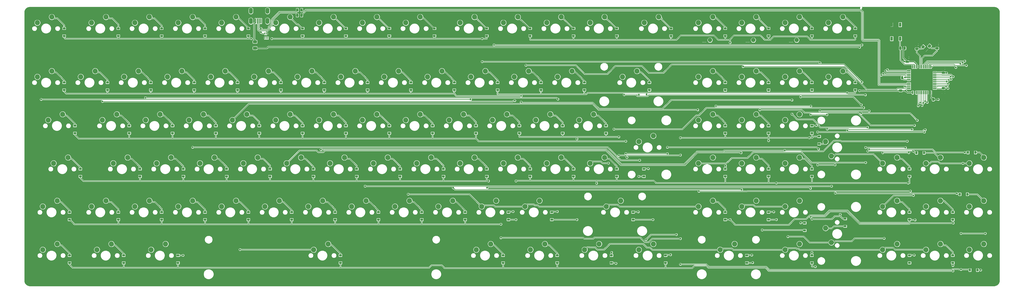
<source format=gbr>
G04 #@! TF.GenerationSoftware,KiCad,Pcbnew,5.1.2*
G04 #@! TF.CreationDate,2019-06-11T16:11:18+02:00*
G04 #@! TF.ProjectId,keyboard_layout_jopr,6b657962-6f61-4726-945f-6c61796f7574,rev?*
G04 #@! TF.SameCoordinates,Original*
G04 #@! TF.FileFunction,Copper,L2,Bot*
G04 #@! TF.FilePolarity,Positive*
%FSLAX46Y46*%
G04 Gerber Fmt 4.6, Leading zero omitted, Abs format (unit mm)*
G04 Created by KiCad (PCBNEW 5.1.2) date 2019-06-11 16:11:18*
%MOMM*%
%LPD*%
G04 APERTURE LIST*
%ADD10R,1.905000X1.905000*%
%ADD11C,1.905000*%
%ADD12C,2.250000*%
%ADD13R,0.410000X0.990000*%
%ADD14C,0.100000*%
%ADD15C,0.975000*%
%ADD16C,1.200000*%
%ADD17O,1.700000X2.700000*%
%ADD18R,0.500000X2.250000*%
%ADD19R,0.550000X1.500000*%
%ADD20R,1.500000X0.550000*%
%ADD21R,1.100000X1.800000*%
%ADD22C,1.250000*%
%ADD23R,0.900000X1.200000*%
%ADD24R,1.200000X0.900000*%
%ADD25C,0.800000*%
%ADD26C,0.381000*%
%ADD27C,0.254000*%
%ADD28C,0.025400*%
G04 APERTURE END LIST*
D10*
X352742500Y-30480000D03*
D11*
X355282500Y-30480000D03*
D12*
X350202500Y-22860000D03*
X356552500Y-20320000D03*
D10*
X333692500Y-30480000D03*
D11*
X336232500Y-30480000D03*
D12*
X331152500Y-22860000D03*
X337502500Y-20320000D03*
D10*
X314642500Y-30480000D03*
D11*
X317182500Y-30480000D03*
D12*
X312102500Y-22860000D03*
X318452500Y-20320000D03*
D13*
X121587500Y-29545000D03*
X122237500Y-29545000D03*
X122887500Y-29545000D03*
X122887500Y-27605000D03*
X122237500Y-27605000D03*
X121587500Y-27605000D03*
D12*
X220821250Y-120332500D03*
X214471250Y-122872500D03*
X149383750Y-120332500D03*
X143033750Y-122872500D03*
X270827500Y-82232500D03*
X264477500Y-84772500D03*
X277971250Y-101282500D03*
X271621250Y-103822500D03*
X367982500Y-113347500D03*
X370522500Y-119697500D03*
X268446250Y-120332500D03*
X262096250Y-122872500D03*
X285908750Y-75247500D03*
X292258750Y-72707500D03*
X437515000Y-120332500D03*
X431165000Y-122872500D03*
X418465000Y-101282500D03*
X412115000Y-103822500D03*
X437515000Y-101282500D03*
X431165000Y-103822500D03*
X418465000Y-82232500D03*
X412115000Y-84772500D03*
X437515000Y-82232500D03*
X431165000Y-84772500D03*
X418465000Y-120332500D03*
X412115000Y-122872500D03*
X399415000Y-101282500D03*
X393065000Y-103822500D03*
X399415000Y-82232500D03*
X393065000Y-84772500D03*
X367982500Y-75247500D03*
X370522500Y-81597500D03*
X375602500Y-44132500D03*
X369252500Y-46672500D03*
X375602500Y-20320000D03*
X369252500Y-22860000D03*
X399415000Y-120332500D03*
X393065000Y-122872500D03*
X356552500Y-82232500D03*
X350202500Y-84772500D03*
X356552500Y-63182500D03*
X350202500Y-65722500D03*
X356552500Y-44132500D03*
X350202500Y-46672500D03*
X356552500Y-120332500D03*
X350202500Y-122872500D03*
X356552500Y-101282500D03*
X350202500Y-103822500D03*
X337502500Y-82232500D03*
X331152500Y-84772500D03*
X337502500Y-63182500D03*
X331152500Y-65722500D03*
X337502500Y-44132500D03*
X331152500Y-46672500D03*
X337502500Y-101282500D03*
X331152500Y-103822500D03*
X318452500Y-82232500D03*
X312102500Y-84772500D03*
X318452500Y-63182500D03*
X312102500Y-65722500D03*
X318452500Y-44132500D03*
X312102500Y-46672500D03*
X327977500Y-120332500D03*
X321627500Y-122872500D03*
X318452500Y-101282500D03*
X312102500Y-103822500D03*
X285115000Y-44132500D03*
X278765000Y-46672500D03*
X294640000Y-20320000D03*
X288290000Y-22860000D03*
X292258750Y-120332500D03*
X285908750Y-122872500D03*
X266065000Y-63182500D03*
X259715000Y-65722500D03*
X256540000Y-44132500D03*
X250190000Y-46672500D03*
X270827500Y-20320000D03*
X264477500Y-22860000D03*
X242252500Y-101282500D03*
X235902500Y-103822500D03*
X251777500Y-82232500D03*
X245427500Y-84772500D03*
X247015000Y-63182500D03*
X240665000Y-65722500D03*
X237490000Y-44132500D03*
X231140000Y-46672500D03*
X251777500Y-20320000D03*
X245427500Y-22860000D03*
X244633750Y-120332500D03*
X238283750Y-122872500D03*
X223202500Y-101282500D03*
X216852500Y-103822500D03*
X232727500Y-82232500D03*
X226377500Y-84772500D03*
X227965000Y-63182500D03*
X221615000Y-65722500D03*
X218440000Y-44132500D03*
X212090000Y-46672500D03*
X232727500Y-20320000D03*
X226377500Y-22860000D03*
X204152500Y-101282500D03*
X197802500Y-103822500D03*
X213677500Y-82232500D03*
X207327500Y-84772500D03*
X208915000Y-63182500D03*
X202565000Y-65722500D03*
X199390000Y-44132500D03*
X193040000Y-46672500D03*
X213677500Y-20320000D03*
X207327500Y-22860000D03*
X185102500Y-101282500D03*
X178752500Y-103822500D03*
X194627500Y-82232500D03*
X188277500Y-84772500D03*
X189865000Y-63182500D03*
X183515000Y-65722500D03*
X180340000Y-44132500D03*
X173990000Y-46672500D03*
X189865000Y-20320000D03*
X183515000Y-22860000D03*
X166052500Y-101282500D03*
X159702500Y-103822500D03*
X175577500Y-82232500D03*
X169227500Y-84772500D03*
X170815000Y-63182500D03*
X164465000Y-65722500D03*
X161290000Y-44132500D03*
X154940000Y-46672500D03*
X170815000Y-20320000D03*
X164465000Y-22860000D03*
X147002500Y-101282500D03*
X140652500Y-103822500D03*
X156527500Y-82232500D03*
X150177500Y-84772500D03*
X151765000Y-63182500D03*
X145415000Y-65722500D03*
X142240000Y-44132500D03*
X135890000Y-46672500D03*
X151765000Y-20320000D03*
X145415000Y-22860000D03*
X127952500Y-101282500D03*
X121602500Y-103822500D03*
X137477500Y-82232500D03*
X131127500Y-84772500D03*
X132715000Y-63182500D03*
X126365000Y-65722500D03*
X123190000Y-44132500D03*
X116840000Y-46672500D03*
X132715000Y-20320000D03*
X126365000Y-22860000D03*
X108902500Y-101282500D03*
X102552500Y-103822500D03*
X118427500Y-82232500D03*
X112077500Y-84772500D03*
X113665000Y-63182500D03*
X107315000Y-65722500D03*
X104140000Y-44132500D03*
X97790000Y-46672500D03*
X108902500Y-20320000D03*
X102552500Y-22860000D03*
X89852500Y-101282500D03*
X83502500Y-103822500D03*
X99377500Y-82232500D03*
X93027500Y-84772500D03*
X94615000Y-63182500D03*
X88265000Y-65722500D03*
X85090000Y-44132500D03*
X78740000Y-46672500D03*
X89852500Y-20320000D03*
X83502500Y-22860000D03*
X77946250Y-120332500D03*
X71596250Y-122872500D03*
X70802500Y-101282500D03*
X64452500Y-103822500D03*
X80327500Y-82232500D03*
X73977500Y-84772500D03*
X75565000Y-63182500D03*
X69215000Y-65722500D03*
X59690000Y-46672500D03*
X66040000Y-44132500D03*
X70802500Y-20320000D03*
X64452500Y-22860000D03*
X54133750Y-120332500D03*
X47783750Y-122872500D03*
X51752500Y-101282500D03*
X45402500Y-103822500D03*
X61277500Y-82232500D03*
X54927500Y-84772500D03*
X56515000Y-63182500D03*
X50165000Y-65722500D03*
X46990000Y-44132500D03*
X40640000Y-46672500D03*
X51752500Y-20320000D03*
X45402500Y-22860000D03*
X30321250Y-120332500D03*
X23971250Y-122872500D03*
X30321250Y-101282500D03*
X23971250Y-103822500D03*
X35083750Y-82232500D03*
X28733750Y-84772500D03*
X32702500Y-63182500D03*
X26352500Y-65722500D03*
X27940000Y-44132500D03*
X21590000Y-46672500D03*
X27940000Y-20320000D03*
X21590000Y-22860000D03*
D14*
G36*
X401450892Y-54172174D02*
G01*
X401474553Y-54175684D01*
X401497757Y-54181496D01*
X401520279Y-54189554D01*
X401541903Y-54199782D01*
X401562420Y-54212079D01*
X401581633Y-54226329D01*
X401599357Y-54242393D01*
X401615421Y-54260117D01*
X401629671Y-54279330D01*
X401641968Y-54299847D01*
X401652196Y-54321471D01*
X401660254Y-54343993D01*
X401666066Y-54367197D01*
X401669576Y-54390858D01*
X401670750Y-54414750D01*
X401670750Y-54902250D01*
X401669576Y-54926142D01*
X401666066Y-54949803D01*
X401660254Y-54973007D01*
X401652196Y-54995529D01*
X401641968Y-55017153D01*
X401629671Y-55037670D01*
X401615421Y-55056883D01*
X401599357Y-55074607D01*
X401581633Y-55090671D01*
X401562420Y-55104921D01*
X401541903Y-55117218D01*
X401520279Y-55127446D01*
X401497757Y-55135504D01*
X401474553Y-55141316D01*
X401450892Y-55144826D01*
X401427000Y-55146000D01*
X400514500Y-55146000D01*
X400490608Y-55144826D01*
X400466947Y-55141316D01*
X400443743Y-55135504D01*
X400421221Y-55127446D01*
X400399597Y-55117218D01*
X400379080Y-55104921D01*
X400359867Y-55090671D01*
X400342143Y-55074607D01*
X400326079Y-55056883D01*
X400311829Y-55037670D01*
X400299532Y-55017153D01*
X400289304Y-54995529D01*
X400281246Y-54973007D01*
X400275434Y-54949803D01*
X400271924Y-54926142D01*
X400270750Y-54902250D01*
X400270750Y-54414750D01*
X400271924Y-54390858D01*
X400275434Y-54367197D01*
X400281246Y-54343993D01*
X400289304Y-54321471D01*
X400299532Y-54299847D01*
X400311829Y-54279330D01*
X400326079Y-54260117D01*
X400342143Y-54242393D01*
X400359867Y-54226329D01*
X400379080Y-54212079D01*
X400399597Y-54199782D01*
X400421221Y-54189554D01*
X400443743Y-54181496D01*
X400466947Y-54175684D01*
X400490608Y-54172174D01*
X400514500Y-54171000D01*
X401427000Y-54171000D01*
X401450892Y-54172174D01*
X401450892Y-54172174D01*
G37*
D15*
X400970750Y-54658500D03*
D14*
G36*
X401450892Y-52297174D02*
G01*
X401474553Y-52300684D01*
X401497757Y-52306496D01*
X401520279Y-52314554D01*
X401541903Y-52324782D01*
X401562420Y-52337079D01*
X401581633Y-52351329D01*
X401599357Y-52367393D01*
X401615421Y-52385117D01*
X401629671Y-52404330D01*
X401641968Y-52424847D01*
X401652196Y-52446471D01*
X401660254Y-52468993D01*
X401666066Y-52492197D01*
X401669576Y-52515858D01*
X401670750Y-52539750D01*
X401670750Y-53027250D01*
X401669576Y-53051142D01*
X401666066Y-53074803D01*
X401660254Y-53098007D01*
X401652196Y-53120529D01*
X401641968Y-53142153D01*
X401629671Y-53162670D01*
X401615421Y-53181883D01*
X401599357Y-53199607D01*
X401581633Y-53215671D01*
X401562420Y-53229921D01*
X401541903Y-53242218D01*
X401520279Y-53252446D01*
X401497757Y-53260504D01*
X401474553Y-53266316D01*
X401450892Y-53269826D01*
X401427000Y-53271000D01*
X400514500Y-53271000D01*
X400490608Y-53269826D01*
X400466947Y-53266316D01*
X400443743Y-53260504D01*
X400421221Y-53252446D01*
X400399597Y-53242218D01*
X400379080Y-53229921D01*
X400359867Y-53215671D01*
X400342143Y-53199607D01*
X400326079Y-53181883D01*
X400311829Y-53162670D01*
X400299532Y-53142153D01*
X400289304Y-53120529D01*
X400281246Y-53098007D01*
X400275434Y-53074803D01*
X400271924Y-53051142D01*
X400270750Y-53027250D01*
X400270750Y-52539750D01*
X400271924Y-52515858D01*
X400275434Y-52492197D01*
X400281246Y-52468993D01*
X400289304Y-52446471D01*
X400299532Y-52424847D01*
X400311829Y-52404330D01*
X400326079Y-52385117D01*
X400342143Y-52367393D01*
X400359867Y-52351329D01*
X400379080Y-52337079D01*
X400399597Y-52324782D01*
X400421221Y-52314554D01*
X400443743Y-52306496D01*
X400466947Y-52300684D01*
X400490608Y-52297174D01*
X400514500Y-52296000D01*
X401427000Y-52296000D01*
X401450892Y-52297174D01*
X401450892Y-52297174D01*
G37*
D15*
X400970750Y-52783500D03*
D16*
X412418777Y-31895142D03*
D14*
G36*
X412489488Y-30975903D02*
G01*
X413338016Y-31824431D01*
X412348066Y-32814381D01*
X411499538Y-31965853D01*
X412489488Y-30975903D01*
X412489488Y-30975903D01*
G37*
D16*
X410863142Y-33450777D03*
D14*
G36*
X410933853Y-32531538D02*
G01*
X411782381Y-33380066D01*
X410792431Y-34370016D01*
X409943903Y-33521488D01*
X410933853Y-32531538D01*
X410933853Y-32531538D01*
G37*
D16*
X412065223Y-34652858D03*
D14*
G36*
X412135934Y-33733619D02*
G01*
X412984462Y-34582147D01*
X411994512Y-35572097D01*
X411145984Y-34723569D01*
X412135934Y-33733619D01*
X412135934Y-33733619D01*
G37*
D16*
X413620858Y-33097223D03*
D14*
G36*
X413691569Y-32177984D02*
G01*
X414540097Y-33026512D01*
X413550147Y-34016462D01*
X412701619Y-33167934D01*
X413691569Y-32177984D01*
X413691569Y-32177984D01*
G37*
D17*
X115412500Y-17589500D03*
X122712500Y-17589500D03*
X122712500Y-22089500D03*
X115412500Y-22089500D03*
D18*
X117462500Y-22089500D03*
X118262500Y-22089500D03*
X119062500Y-22089500D03*
X119862500Y-22089500D03*
X120662500Y-22089500D03*
D19*
X406241750Y-53579000D03*
X407041750Y-53579000D03*
X407841750Y-53579000D03*
X408641750Y-53579000D03*
X409441750Y-53579000D03*
X410241750Y-53579000D03*
X411041750Y-53579000D03*
X411841750Y-53579000D03*
X412641750Y-53579000D03*
X413441750Y-53579000D03*
X414241750Y-53579000D03*
D20*
X415941750Y-51879000D03*
X415941750Y-51079000D03*
X415941750Y-50279000D03*
X415941750Y-49479000D03*
X415941750Y-48679000D03*
X415941750Y-47879000D03*
X415941750Y-47079000D03*
X415941750Y-46279000D03*
X415941750Y-45479000D03*
X415941750Y-44679000D03*
X415941750Y-43879000D03*
D19*
X414241750Y-42179000D03*
X413441750Y-42179000D03*
X412641750Y-42179000D03*
X411841750Y-42179000D03*
X411041750Y-42179000D03*
X410241750Y-42179000D03*
X409441750Y-42179000D03*
X408641750Y-42179000D03*
X407841750Y-42179000D03*
X407041750Y-42179000D03*
X406241750Y-42179000D03*
D20*
X404541750Y-43879000D03*
X404541750Y-44679000D03*
X404541750Y-45479000D03*
X404541750Y-46279000D03*
X404541750Y-47079000D03*
X404541750Y-47879000D03*
X404541750Y-48679000D03*
X404541750Y-49479000D03*
X404541750Y-50279000D03*
X404541750Y-51079000D03*
X404541750Y-51879000D03*
D21*
X397057000Y-29865250D03*
X400757000Y-23665250D03*
X400757000Y-29865250D03*
X397057000Y-23665250D03*
D14*
G36*
X420246892Y-51217674D02*
G01*
X420270553Y-51221184D01*
X420293757Y-51226996D01*
X420316279Y-51235054D01*
X420337903Y-51245282D01*
X420358420Y-51257579D01*
X420377633Y-51271829D01*
X420395357Y-51287893D01*
X420411421Y-51305617D01*
X420425671Y-51324830D01*
X420437968Y-51345347D01*
X420448196Y-51366971D01*
X420456254Y-51389493D01*
X420462066Y-51412697D01*
X420465576Y-51436358D01*
X420466750Y-51460250D01*
X420466750Y-51947750D01*
X420465576Y-51971642D01*
X420462066Y-51995303D01*
X420456254Y-52018507D01*
X420448196Y-52041029D01*
X420437968Y-52062653D01*
X420425671Y-52083170D01*
X420411421Y-52102383D01*
X420395357Y-52120107D01*
X420377633Y-52136171D01*
X420358420Y-52150421D01*
X420337903Y-52162718D01*
X420316279Y-52172946D01*
X420293757Y-52181004D01*
X420270553Y-52186816D01*
X420246892Y-52190326D01*
X420223000Y-52191500D01*
X419310500Y-52191500D01*
X419286608Y-52190326D01*
X419262947Y-52186816D01*
X419239743Y-52181004D01*
X419217221Y-52172946D01*
X419195597Y-52162718D01*
X419175080Y-52150421D01*
X419155867Y-52136171D01*
X419138143Y-52120107D01*
X419122079Y-52102383D01*
X419107829Y-52083170D01*
X419095532Y-52062653D01*
X419085304Y-52041029D01*
X419077246Y-52018507D01*
X419071434Y-51995303D01*
X419067924Y-51971642D01*
X419066750Y-51947750D01*
X419066750Y-51460250D01*
X419067924Y-51436358D01*
X419071434Y-51412697D01*
X419077246Y-51389493D01*
X419085304Y-51366971D01*
X419095532Y-51345347D01*
X419107829Y-51324830D01*
X419122079Y-51305617D01*
X419138143Y-51287893D01*
X419155867Y-51271829D01*
X419175080Y-51257579D01*
X419195597Y-51245282D01*
X419217221Y-51235054D01*
X419239743Y-51226996D01*
X419262947Y-51221184D01*
X419286608Y-51217674D01*
X419310500Y-51216500D01*
X420223000Y-51216500D01*
X420246892Y-51217674D01*
X420246892Y-51217674D01*
G37*
D15*
X419766750Y-51704000D03*
D14*
G36*
X420246892Y-53092674D02*
G01*
X420270553Y-53096184D01*
X420293757Y-53101996D01*
X420316279Y-53110054D01*
X420337903Y-53120282D01*
X420358420Y-53132579D01*
X420377633Y-53146829D01*
X420395357Y-53162893D01*
X420411421Y-53180617D01*
X420425671Y-53199830D01*
X420437968Y-53220347D01*
X420448196Y-53241971D01*
X420456254Y-53264493D01*
X420462066Y-53287697D01*
X420465576Y-53311358D01*
X420466750Y-53335250D01*
X420466750Y-53822750D01*
X420465576Y-53846642D01*
X420462066Y-53870303D01*
X420456254Y-53893507D01*
X420448196Y-53916029D01*
X420437968Y-53937653D01*
X420425671Y-53958170D01*
X420411421Y-53977383D01*
X420395357Y-53995107D01*
X420377633Y-54011171D01*
X420358420Y-54025421D01*
X420337903Y-54037718D01*
X420316279Y-54047946D01*
X420293757Y-54056004D01*
X420270553Y-54061816D01*
X420246892Y-54065326D01*
X420223000Y-54066500D01*
X419310500Y-54066500D01*
X419286608Y-54065326D01*
X419262947Y-54061816D01*
X419239743Y-54056004D01*
X419217221Y-54047946D01*
X419195597Y-54037718D01*
X419175080Y-54025421D01*
X419155867Y-54011171D01*
X419138143Y-53995107D01*
X419122079Y-53977383D01*
X419107829Y-53958170D01*
X419095532Y-53937653D01*
X419085304Y-53916029D01*
X419077246Y-53893507D01*
X419071434Y-53870303D01*
X419067924Y-53846642D01*
X419066750Y-53822750D01*
X419066750Y-53335250D01*
X419067924Y-53311358D01*
X419071434Y-53287697D01*
X419077246Y-53264493D01*
X419085304Y-53241971D01*
X419095532Y-53220347D01*
X419107829Y-53199830D01*
X419122079Y-53180617D01*
X419138143Y-53162893D01*
X419155867Y-53146829D01*
X419175080Y-53132579D01*
X419195597Y-53120282D01*
X419217221Y-53110054D01*
X419239743Y-53101996D01*
X419262947Y-53096184D01*
X419286608Y-53092674D01*
X419310500Y-53091500D01*
X420223000Y-53091500D01*
X420246892Y-53092674D01*
X420246892Y-53092674D01*
G37*
D15*
X419766750Y-53579000D03*
D14*
G36*
X136077392Y-18859174D02*
G01*
X136101053Y-18862684D01*
X136124257Y-18868496D01*
X136146779Y-18876554D01*
X136168403Y-18886782D01*
X136188920Y-18899079D01*
X136208133Y-18913329D01*
X136225857Y-18929393D01*
X136241921Y-18947117D01*
X136256171Y-18966330D01*
X136268468Y-18986847D01*
X136278696Y-19008471D01*
X136286754Y-19030993D01*
X136292566Y-19054197D01*
X136296076Y-19077858D01*
X136297250Y-19101750D01*
X136297250Y-20014250D01*
X136296076Y-20038142D01*
X136292566Y-20061803D01*
X136286754Y-20085007D01*
X136278696Y-20107529D01*
X136268468Y-20129153D01*
X136256171Y-20149670D01*
X136241921Y-20168883D01*
X136225857Y-20186607D01*
X136208133Y-20202671D01*
X136188920Y-20216921D01*
X136168403Y-20229218D01*
X136146779Y-20239446D01*
X136124257Y-20247504D01*
X136101053Y-20253316D01*
X136077392Y-20256826D01*
X136053500Y-20258000D01*
X135566000Y-20258000D01*
X135542108Y-20256826D01*
X135518447Y-20253316D01*
X135495243Y-20247504D01*
X135472721Y-20239446D01*
X135451097Y-20229218D01*
X135430580Y-20216921D01*
X135411367Y-20202671D01*
X135393643Y-20186607D01*
X135377579Y-20168883D01*
X135363329Y-20149670D01*
X135351032Y-20129153D01*
X135340804Y-20107529D01*
X135332746Y-20085007D01*
X135326934Y-20061803D01*
X135323424Y-20038142D01*
X135322250Y-20014250D01*
X135322250Y-19101750D01*
X135323424Y-19077858D01*
X135326934Y-19054197D01*
X135332746Y-19030993D01*
X135340804Y-19008471D01*
X135351032Y-18986847D01*
X135363329Y-18966330D01*
X135377579Y-18947117D01*
X135393643Y-18929393D01*
X135411367Y-18913329D01*
X135430580Y-18899079D01*
X135451097Y-18886782D01*
X135472721Y-18876554D01*
X135495243Y-18868496D01*
X135518447Y-18862684D01*
X135542108Y-18859174D01*
X135566000Y-18858000D01*
X136053500Y-18858000D01*
X136077392Y-18859174D01*
X136077392Y-18859174D01*
G37*
D15*
X135809750Y-19558000D03*
D14*
G36*
X137952392Y-18859174D02*
G01*
X137976053Y-18862684D01*
X137999257Y-18868496D01*
X138021779Y-18876554D01*
X138043403Y-18886782D01*
X138063920Y-18899079D01*
X138083133Y-18913329D01*
X138100857Y-18929393D01*
X138116921Y-18947117D01*
X138131171Y-18966330D01*
X138143468Y-18986847D01*
X138153696Y-19008471D01*
X138161754Y-19030993D01*
X138167566Y-19054197D01*
X138171076Y-19077858D01*
X138172250Y-19101750D01*
X138172250Y-20014250D01*
X138171076Y-20038142D01*
X138167566Y-20061803D01*
X138161754Y-20085007D01*
X138153696Y-20107529D01*
X138143468Y-20129153D01*
X138131171Y-20149670D01*
X138116921Y-20168883D01*
X138100857Y-20186607D01*
X138083133Y-20202671D01*
X138063920Y-20216921D01*
X138043403Y-20229218D01*
X138021779Y-20239446D01*
X137999257Y-20247504D01*
X137976053Y-20253316D01*
X137952392Y-20256826D01*
X137928500Y-20258000D01*
X137441000Y-20258000D01*
X137417108Y-20256826D01*
X137393447Y-20253316D01*
X137370243Y-20247504D01*
X137347721Y-20239446D01*
X137326097Y-20229218D01*
X137305580Y-20216921D01*
X137286367Y-20202671D01*
X137268643Y-20186607D01*
X137252579Y-20168883D01*
X137238329Y-20149670D01*
X137226032Y-20129153D01*
X137215804Y-20107529D01*
X137207746Y-20085007D01*
X137201934Y-20061803D01*
X137198424Y-20038142D01*
X137197250Y-20014250D01*
X137197250Y-19101750D01*
X137198424Y-19077858D01*
X137201934Y-19054197D01*
X137207746Y-19030993D01*
X137215804Y-19008471D01*
X137226032Y-18986847D01*
X137238329Y-18966330D01*
X137252579Y-18947117D01*
X137268643Y-18929393D01*
X137286367Y-18913329D01*
X137305580Y-18899079D01*
X137326097Y-18886782D01*
X137347721Y-18876554D01*
X137370243Y-18868496D01*
X137393447Y-18862684D01*
X137417108Y-18859174D01*
X137441000Y-18858000D01*
X137928500Y-18858000D01*
X137952392Y-18859174D01*
X137952392Y-18859174D01*
G37*
D15*
X137684750Y-19558000D03*
D14*
G36*
X136077392Y-16541424D02*
G01*
X136101053Y-16544934D01*
X136124257Y-16550746D01*
X136146779Y-16558804D01*
X136168403Y-16569032D01*
X136188920Y-16581329D01*
X136208133Y-16595579D01*
X136225857Y-16611643D01*
X136241921Y-16629367D01*
X136256171Y-16648580D01*
X136268468Y-16669097D01*
X136278696Y-16690721D01*
X136286754Y-16713243D01*
X136292566Y-16736447D01*
X136296076Y-16760108D01*
X136297250Y-16784000D01*
X136297250Y-17696500D01*
X136296076Y-17720392D01*
X136292566Y-17744053D01*
X136286754Y-17767257D01*
X136278696Y-17789779D01*
X136268468Y-17811403D01*
X136256171Y-17831920D01*
X136241921Y-17851133D01*
X136225857Y-17868857D01*
X136208133Y-17884921D01*
X136188920Y-17899171D01*
X136168403Y-17911468D01*
X136146779Y-17921696D01*
X136124257Y-17929754D01*
X136101053Y-17935566D01*
X136077392Y-17939076D01*
X136053500Y-17940250D01*
X135566000Y-17940250D01*
X135542108Y-17939076D01*
X135518447Y-17935566D01*
X135495243Y-17929754D01*
X135472721Y-17921696D01*
X135451097Y-17911468D01*
X135430580Y-17899171D01*
X135411367Y-17884921D01*
X135393643Y-17868857D01*
X135377579Y-17851133D01*
X135363329Y-17831920D01*
X135351032Y-17811403D01*
X135340804Y-17789779D01*
X135332746Y-17767257D01*
X135326934Y-17744053D01*
X135323424Y-17720392D01*
X135322250Y-17696500D01*
X135322250Y-16784000D01*
X135323424Y-16760108D01*
X135326934Y-16736447D01*
X135332746Y-16713243D01*
X135340804Y-16690721D01*
X135351032Y-16669097D01*
X135363329Y-16648580D01*
X135377579Y-16629367D01*
X135393643Y-16611643D01*
X135411367Y-16595579D01*
X135430580Y-16581329D01*
X135451097Y-16569032D01*
X135472721Y-16558804D01*
X135495243Y-16550746D01*
X135518447Y-16544934D01*
X135542108Y-16541424D01*
X135566000Y-16540250D01*
X136053500Y-16540250D01*
X136077392Y-16541424D01*
X136077392Y-16541424D01*
G37*
D15*
X135809750Y-17240250D03*
D14*
G36*
X137952392Y-16541424D02*
G01*
X137976053Y-16544934D01*
X137999257Y-16550746D01*
X138021779Y-16558804D01*
X138043403Y-16569032D01*
X138063920Y-16581329D01*
X138083133Y-16595579D01*
X138100857Y-16611643D01*
X138116921Y-16629367D01*
X138131171Y-16648580D01*
X138143468Y-16669097D01*
X138153696Y-16690721D01*
X138161754Y-16713243D01*
X138167566Y-16736447D01*
X138171076Y-16760108D01*
X138172250Y-16784000D01*
X138172250Y-17696500D01*
X138171076Y-17720392D01*
X138167566Y-17744053D01*
X138161754Y-17767257D01*
X138153696Y-17789779D01*
X138143468Y-17811403D01*
X138131171Y-17831920D01*
X138116921Y-17851133D01*
X138100857Y-17868857D01*
X138083133Y-17884921D01*
X138063920Y-17899171D01*
X138043403Y-17911468D01*
X138021779Y-17921696D01*
X137999257Y-17929754D01*
X137976053Y-17935566D01*
X137952392Y-17939076D01*
X137928500Y-17940250D01*
X137441000Y-17940250D01*
X137417108Y-17939076D01*
X137393447Y-17935566D01*
X137370243Y-17929754D01*
X137347721Y-17921696D01*
X137326097Y-17911468D01*
X137305580Y-17899171D01*
X137286367Y-17884921D01*
X137268643Y-17868857D01*
X137252579Y-17851133D01*
X137238329Y-17831920D01*
X137226032Y-17811403D01*
X137215804Y-17789779D01*
X137207746Y-17767257D01*
X137201934Y-17744053D01*
X137198424Y-17720392D01*
X137197250Y-17696500D01*
X137197250Y-16784000D01*
X137198424Y-16760108D01*
X137201934Y-16736447D01*
X137207746Y-16713243D01*
X137215804Y-16690721D01*
X137226032Y-16669097D01*
X137238329Y-16648580D01*
X137252579Y-16629367D01*
X137268643Y-16611643D01*
X137286367Y-16595579D01*
X137305580Y-16581329D01*
X137326097Y-16569032D01*
X137347721Y-16558804D01*
X137370243Y-16550746D01*
X137393447Y-16544934D01*
X137417108Y-16541424D01*
X137441000Y-16540250D01*
X137928500Y-16540250D01*
X137952392Y-16541424D01*
X137952392Y-16541424D01*
G37*
D15*
X137684750Y-17240250D03*
D14*
G36*
X401109642Y-33337174D02*
G01*
X401133303Y-33340684D01*
X401156507Y-33346496D01*
X401179029Y-33354554D01*
X401200653Y-33364782D01*
X401221170Y-33377079D01*
X401240383Y-33391329D01*
X401258107Y-33407393D01*
X401274171Y-33425117D01*
X401288421Y-33444330D01*
X401300718Y-33464847D01*
X401310946Y-33486471D01*
X401319004Y-33508993D01*
X401324816Y-33532197D01*
X401328326Y-33555858D01*
X401329500Y-33579750D01*
X401329500Y-34492250D01*
X401328326Y-34516142D01*
X401324816Y-34539803D01*
X401319004Y-34563007D01*
X401310946Y-34585529D01*
X401300718Y-34607153D01*
X401288421Y-34627670D01*
X401274171Y-34646883D01*
X401258107Y-34664607D01*
X401240383Y-34680671D01*
X401221170Y-34694921D01*
X401200653Y-34707218D01*
X401179029Y-34717446D01*
X401156507Y-34725504D01*
X401133303Y-34731316D01*
X401109642Y-34734826D01*
X401085750Y-34736000D01*
X400598250Y-34736000D01*
X400574358Y-34734826D01*
X400550697Y-34731316D01*
X400527493Y-34725504D01*
X400504971Y-34717446D01*
X400483347Y-34707218D01*
X400462830Y-34694921D01*
X400443617Y-34680671D01*
X400425893Y-34664607D01*
X400409829Y-34646883D01*
X400395579Y-34627670D01*
X400383282Y-34607153D01*
X400373054Y-34585529D01*
X400364996Y-34563007D01*
X400359184Y-34539803D01*
X400355674Y-34516142D01*
X400354500Y-34492250D01*
X400354500Y-33579750D01*
X400355674Y-33555858D01*
X400359184Y-33532197D01*
X400364996Y-33508993D01*
X400373054Y-33486471D01*
X400383282Y-33464847D01*
X400395579Y-33444330D01*
X400409829Y-33425117D01*
X400425893Y-33407393D01*
X400443617Y-33391329D01*
X400462830Y-33377079D01*
X400483347Y-33364782D01*
X400504971Y-33354554D01*
X400527493Y-33346496D01*
X400550697Y-33340684D01*
X400574358Y-33337174D01*
X400598250Y-33336000D01*
X401085750Y-33336000D01*
X401109642Y-33337174D01*
X401109642Y-33337174D01*
G37*
D15*
X400842000Y-34036000D03*
D14*
G36*
X402984642Y-33337174D02*
G01*
X403008303Y-33340684D01*
X403031507Y-33346496D01*
X403054029Y-33354554D01*
X403075653Y-33364782D01*
X403096170Y-33377079D01*
X403115383Y-33391329D01*
X403133107Y-33407393D01*
X403149171Y-33425117D01*
X403163421Y-33444330D01*
X403175718Y-33464847D01*
X403185946Y-33486471D01*
X403194004Y-33508993D01*
X403199816Y-33532197D01*
X403203326Y-33555858D01*
X403204500Y-33579750D01*
X403204500Y-34492250D01*
X403203326Y-34516142D01*
X403199816Y-34539803D01*
X403194004Y-34563007D01*
X403185946Y-34585529D01*
X403175718Y-34607153D01*
X403163421Y-34627670D01*
X403149171Y-34646883D01*
X403133107Y-34664607D01*
X403115383Y-34680671D01*
X403096170Y-34694921D01*
X403075653Y-34707218D01*
X403054029Y-34717446D01*
X403031507Y-34725504D01*
X403008303Y-34731316D01*
X402984642Y-34734826D01*
X402960750Y-34736000D01*
X402473250Y-34736000D01*
X402449358Y-34734826D01*
X402425697Y-34731316D01*
X402402493Y-34725504D01*
X402379971Y-34717446D01*
X402358347Y-34707218D01*
X402337830Y-34694921D01*
X402318617Y-34680671D01*
X402300893Y-34664607D01*
X402284829Y-34646883D01*
X402270579Y-34627670D01*
X402258282Y-34607153D01*
X402248054Y-34585529D01*
X402239996Y-34563007D01*
X402234184Y-34539803D01*
X402230674Y-34516142D01*
X402229500Y-34492250D01*
X402229500Y-33579750D01*
X402230674Y-33555858D01*
X402234184Y-33532197D01*
X402239996Y-33508993D01*
X402248054Y-33486471D01*
X402258282Y-33464847D01*
X402270579Y-33444330D01*
X402284829Y-33425117D01*
X402300893Y-33407393D01*
X402318617Y-33391329D01*
X402337830Y-33377079D01*
X402358347Y-33364782D01*
X402379971Y-33354554D01*
X402402493Y-33346496D01*
X402425697Y-33340684D01*
X402449358Y-33337174D01*
X402473250Y-33336000D01*
X402960750Y-33336000D01*
X402984642Y-33337174D01*
X402984642Y-33337174D01*
G37*
D15*
X402717000Y-34036000D03*
D14*
G36*
X117870504Y-30615204D02*
G01*
X117894773Y-30618804D01*
X117918571Y-30624765D01*
X117941671Y-30633030D01*
X117963849Y-30643520D01*
X117984893Y-30656133D01*
X118004598Y-30670747D01*
X118022777Y-30687223D01*
X118039253Y-30705402D01*
X118053867Y-30725107D01*
X118066480Y-30746151D01*
X118076970Y-30768329D01*
X118085235Y-30791429D01*
X118091196Y-30815227D01*
X118094796Y-30839496D01*
X118096000Y-30864000D01*
X118096000Y-31614000D01*
X118094796Y-31638504D01*
X118091196Y-31662773D01*
X118085235Y-31686571D01*
X118076970Y-31709671D01*
X118066480Y-31731849D01*
X118053867Y-31752893D01*
X118039253Y-31772598D01*
X118022777Y-31790777D01*
X118004598Y-31807253D01*
X117984893Y-31821867D01*
X117963849Y-31834480D01*
X117941671Y-31844970D01*
X117918571Y-31853235D01*
X117894773Y-31859196D01*
X117870504Y-31862796D01*
X117846000Y-31864000D01*
X116596000Y-31864000D01*
X116571496Y-31862796D01*
X116547227Y-31859196D01*
X116523429Y-31853235D01*
X116500329Y-31844970D01*
X116478151Y-31834480D01*
X116457107Y-31821867D01*
X116437402Y-31807253D01*
X116419223Y-31790777D01*
X116402747Y-31772598D01*
X116388133Y-31752893D01*
X116375520Y-31731849D01*
X116365030Y-31709671D01*
X116356765Y-31686571D01*
X116350804Y-31662773D01*
X116347204Y-31638504D01*
X116346000Y-31614000D01*
X116346000Y-30864000D01*
X116347204Y-30839496D01*
X116350804Y-30815227D01*
X116356765Y-30791429D01*
X116365030Y-30768329D01*
X116375520Y-30746151D01*
X116388133Y-30725107D01*
X116402747Y-30705402D01*
X116419223Y-30687223D01*
X116437402Y-30670747D01*
X116457107Y-30656133D01*
X116478151Y-30643520D01*
X116500329Y-30633030D01*
X116523429Y-30624765D01*
X116547227Y-30618804D01*
X116571496Y-30615204D01*
X116596000Y-30614000D01*
X117846000Y-30614000D01*
X117870504Y-30615204D01*
X117870504Y-30615204D01*
G37*
D22*
X117221000Y-31239000D03*
D14*
G36*
X117870504Y-33415204D02*
G01*
X117894773Y-33418804D01*
X117918571Y-33424765D01*
X117941671Y-33433030D01*
X117963849Y-33443520D01*
X117984893Y-33456133D01*
X118004598Y-33470747D01*
X118022777Y-33487223D01*
X118039253Y-33505402D01*
X118053867Y-33525107D01*
X118066480Y-33546151D01*
X118076970Y-33568329D01*
X118085235Y-33591429D01*
X118091196Y-33615227D01*
X118094796Y-33639496D01*
X118096000Y-33664000D01*
X118096000Y-34414000D01*
X118094796Y-34438504D01*
X118091196Y-34462773D01*
X118085235Y-34486571D01*
X118076970Y-34509671D01*
X118066480Y-34531849D01*
X118053867Y-34552893D01*
X118039253Y-34572598D01*
X118022777Y-34590777D01*
X118004598Y-34607253D01*
X117984893Y-34621867D01*
X117963849Y-34634480D01*
X117941671Y-34644970D01*
X117918571Y-34653235D01*
X117894773Y-34659196D01*
X117870504Y-34662796D01*
X117846000Y-34664000D01*
X116596000Y-34664000D01*
X116571496Y-34662796D01*
X116547227Y-34659196D01*
X116523429Y-34653235D01*
X116500329Y-34644970D01*
X116478151Y-34634480D01*
X116457107Y-34621867D01*
X116437402Y-34607253D01*
X116419223Y-34590777D01*
X116402747Y-34572598D01*
X116388133Y-34552893D01*
X116375520Y-34531849D01*
X116365030Y-34509671D01*
X116356765Y-34486571D01*
X116350804Y-34462773D01*
X116347204Y-34438504D01*
X116346000Y-34414000D01*
X116346000Y-33664000D01*
X116347204Y-33639496D01*
X116350804Y-33615227D01*
X116356765Y-33591429D01*
X116365030Y-33568329D01*
X116375520Y-33546151D01*
X116388133Y-33525107D01*
X116402747Y-33505402D01*
X116419223Y-33487223D01*
X116437402Y-33470747D01*
X116457107Y-33456133D01*
X116478151Y-33443520D01*
X116500329Y-33433030D01*
X116523429Y-33424765D01*
X116547227Y-33418804D01*
X116571496Y-33415204D01*
X116596000Y-33414000D01*
X117846000Y-33414000D01*
X117870504Y-33415204D01*
X117870504Y-33415204D01*
G37*
D22*
X117221000Y-34039000D03*
D23*
X434720000Y-131826000D03*
X431420000Y-131826000D03*
D24*
X423862500Y-106300000D03*
X423862500Y-109600000D03*
D23*
X430275000Y-98425000D03*
X426975000Y-98425000D03*
X407925000Y-80168750D03*
X411225000Y-80168750D03*
X433831000Y-80010000D03*
X430531000Y-80010000D03*
D24*
X423862500Y-125350000D03*
X423862500Y-128650000D03*
X404812500Y-106300000D03*
X404812500Y-109600000D03*
X404812500Y-87250000D03*
X404812500Y-90550000D03*
X365125000Y-72962500D03*
X365125000Y-76262500D03*
X381000000Y-52450000D03*
X381000000Y-49150000D03*
X381000000Y-25337500D03*
X381000000Y-28637500D03*
X404812500Y-125350000D03*
X404812500Y-128650000D03*
X376555000Y-112521000D03*
X376555000Y-109221000D03*
X361950000Y-87250000D03*
X361950000Y-90550000D03*
X361950000Y-71500000D03*
X361950000Y-68200000D03*
X361950000Y-52450000D03*
X361950000Y-49150000D03*
X361950000Y-25337500D03*
X361950000Y-28637500D03*
X358775000Y-111062500D03*
X358775000Y-114362500D03*
X342900000Y-87250000D03*
X342900000Y-90550000D03*
X342900000Y-71500000D03*
X342900000Y-68200000D03*
X342900000Y-52450000D03*
X342900000Y-49150000D03*
X361950000Y-125350000D03*
X361950000Y-128650000D03*
X342900000Y-106300000D03*
X342900000Y-109600000D03*
X323850000Y-87250000D03*
X323850000Y-90550000D03*
X323850000Y-71500000D03*
X323850000Y-68200000D03*
X247650000Y-106300000D03*
X247650000Y-109600000D03*
X257175000Y-87250000D03*
X257175000Y-90550000D03*
X252412500Y-71500000D03*
X252412500Y-68200000D03*
X242887500Y-52450000D03*
X242887500Y-49150000D03*
X257175000Y-25337500D03*
X257175000Y-28637500D03*
X228600000Y-106300000D03*
X228600000Y-109600000D03*
X238125000Y-90550000D03*
X238125000Y-87250000D03*
X233362500Y-71500000D03*
X233362500Y-68200000D03*
X223837500Y-52450000D03*
X223837500Y-49150000D03*
X238125000Y-25337500D03*
X238125000Y-28637500D03*
X250031250Y-128650000D03*
X250031250Y-125350000D03*
X226218750Y-128650000D03*
X226218750Y-125350000D03*
X209550000Y-106300000D03*
X209550000Y-109600000D03*
X219075000Y-87250000D03*
X219075000Y-90550000D03*
X214312500Y-68200000D03*
X214312500Y-71500000D03*
X204787500Y-49150000D03*
X204787500Y-52450000D03*
X176212500Y-25337500D03*
X176212500Y-28637500D03*
X154781250Y-128650000D03*
X154781250Y-125350000D03*
X152400000Y-106300000D03*
X152400000Y-109600000D03*
X161925000Y-87250000D03*
X161925000Y-90550000D03*
X157162500Y-68200000D03*
X157162500Y-71500000D03*
X147637500Y-49150000D03*
X147637500Y-52450000D03*
X157162500Y-25337500D03*
X157162500Y-28637500D03*
X133350000Y-106300000D03*
X133350000Y-109600000D03*
X142875000Y-87250000D03*
X142875000Y-90550000D03*
X138112500Y-68200000D03*
X138112500Y-71500000D03*
X128587500Y-49150000D03*
X128587500Y-52450000D03*
X138112500Y-25337500D03*
X138112500Y-28637500D03*
X114300000Y-106300000D03*
X114300000Y-109600000D03*
X123825000Y-87250000D03*
X123825000Y-90550000D03*
X119062500Y-68200000D03*
X119062500Y-71500000D03*
X109537500Y-49150000D03*
X109537500Y-52450000D03*
X114300000Y-25337500D03*
X114300000Y-28637500D03*
X95250000Y-106300000D03*
X95250000Y-109600000D03*
X104775000Y-87250000D03*
X104775000Y-90550000D03*
X100012500Y-68200000D03*
X100012500Y-71500000D03*
X83343750Y-125350000D03*
X83343750Y-128650000D03*
X76200000Y-106300000D03*
X76200000Y-109600000D03*
X85725000Y-87250000D03*
X85725000Y-90550000D03*
X80962500Y-68200000D03*
X80962500Y-71500000D03*
X71437500Y-49150000D03*
X71437500Y-52450000D03*
X76200000Y-25337500D03*
X76200000Y-28637500D03*
X59531250Y-125350000D03*
X59531250Y-128650000D03*
X57150000Y-106300000D03*
X57150000Y-109600000D03*
X66675000Y-87250000D03*
X66675000Y-90550000D03*
X61912500Y-68200000D03*
X61912500Y-71500000D03*
X52387500Y-49150000D03*
X52387500Y-52450000D03*
X57150000Y-25337500D03*
X57150000Y-28637500D03*
X35718750Y-125350000D03*
X35718750Y-128650000D03*
X35718750Y-106300000D03*
X35718750Y-109600000D03*
X40481250Y-87250000D03*
X40481250Y-90550000D03*
X38100000Y-68200000D03*
X38100000Y-71500000D03*
X33337500Y-49150000D03*
X33337500Y-52450000D03*
X33337500Y-25337500D03*
X33337500Y-28637500D03*
X342900000Y-25337500D03*
X342900000Y-28637500D03*
X323850000Y-52450000D03*
X323850000Y-49150000D03*
X323850000Y-25337500D03*
X323850000Y-28637500D03*
X333375000Y-125350000D03*
X333375000Y-128650000D03*
X323850000Y-106300000D03*
X323850000Y-109600000D03*
X288131250Y-87250000D03*
X288131250Y-90550000D03*
X290512500Y-52450000D03*
X290512500Y-49150000D03*
X300037500Y-25337500D03*
X300037500Y-28637500D03*
X297656250Y-125350000D03*
X297656250Y-128650000D03*
X283368750Y-106300000D03*
X283368750Y-109600000D03*
X276225000Y-87250000D03*
X276225000Y-90550000D03*
X271462500Y-71500000D03*
X271462500Y-68200000D03*
X261937500Y-52450000D03*
X261937500Y-49150000D03*
X276225000Y-25337500D03*
X276225000Y-28637500D03*
X273843750Y-125350000D03*
X273843750Y-128650000D03*
X219075000Y-25337500D03*
X219075000Y-28637500D03*
X190500000Y-106300000D03*
X190500000Y-109600000D03*
X200025000Y-87250000D03*
X200025000Y-90550000D03*
X195262500Y-68200000D03*
X195262500Y-71500000D03*
X185737500Y-49150000D03*
X185737500Y-52450000D03*
X196056250Y-25337500D03*
X196056250Y-28637500D03*
X171450000Y-106300000D03*
X171450000Y-109600000D03*
X180975000Y-87250000D03*
X180975000Y-90550000D03*
X176212500Y-68200000D03*
X176212500Y-71500000D03*
X166687500Y-49150000D03*
X166687500Y-52450000D03*
X90487500Y-49150000D03*
X90487500Y-52450000D03*
X95250000Y-25337500D03*
X95250000Y-28637500D03*
D14*
G36*
X413684392Y-55911424D02*
G01*
X413708053Y-55914934D01*
X413731257Y-55920746D01*
X413753779Y-55928804D01*
X413775403Y-55939032D01*
X413795920Y-55951329D01*
X413815133Y-55965579D01*
X413832857Y-55981643D01*
X413848921Y-55999367D01*
X413863171Y-56018580D01*
X413875468Y-56039097D01*
X413885696Y-56060721D01*
X413893754Y-56083243D01*
X413899566Y-56106447D01*
X413903076Y-56130108D01*
X413904250Y-56154000D01*
X413904250Y-57066500D01*
X413903076Y-57090392D01*
X413899566Y-57114053D01*
X413893754Y-57137257D01*
X413885696Y-57159779D01*
X413875468Y-57181403D01*
X413863171Y-57201920D01*
X413848921Y-57221133D01*
X413832857Y-57238857D01*
X413815133Y-57254921D01*
X413795920Y-57269171D01*
X413775403Y-57281468D01*
X413753779Y-57291696D01*
X413731257Y-57299754D01*
X413708053Y-57305566D01*
X413684392Y-57309076D01*
X413660500Y-57310250D01*
X413173000Y-57310250D01*
X413149108Y-57309076D01*
X413125447Y-57305566D01*
X413102243Y-57299754D01*
X413079721Y-57291696D01*
X413058097Y-57281468D01*
X413037580Y-57269171D01*
X413018367Y-57254921D01*
X413000643Y-57238857D01*
X412984579Y-57221133D01*
X412970329Y-57201920D01*
X412958032Y-57181403D01*
X412947804Y-57159779D01*
X412939746Y-57137257D01*
X412933934Y-57114053D01*
X412930424Y-57090392D01*
X412929250Y-57066500D01*
X412929250Y-56154000D01*
X412930424Y-56130108D01*
X412933934Y-56106447D01*
X412939746Y-56083243D01*
X412947804Y-56060721D01*
X412958032Y-56039097D01*
X412970329Y-56018580D01*
X412984579Y-55999367D01*
X413000643Y-55981643D01*
X413018367Y-55965579D01*
X413037580Y-55951329D01*
X413058097Y-55939032D01*
X413079721Y-55928804D01*
X413102243Y-55920746D01*
X413125447Y-55914934D01*
X413149108Y-55911424D01*
X413173000Y-55910250D01*
X413660500Y-55910250D01*
X413684392Y-55911424D01*
X413684392Y-55911424D01*
G37*
D15*
X413416750Y-56610250D03*
D14*
G36*
X415559392Y-55911424D02*
G01*
X415583053Y-55914934D01*
X415606257Y-55920746D01*
X415628779Y-55928804D01*
X415650403Y-55939032D01*
X415670920Y-55951329D01*
X415690133Y-55965579D01*
X415707857Y-55981643D01*
X415723921Y-55999367D01*
X415738171Y-56018580D01*
X415750468Y-56039097D01*
X415760696Y-56060721D01*
X415768754Y-56083243D01*
X415774566Y-56106447D01*
X415778076Y-56130108D01*
X415779250Y-56154000D01*
X415779250Y-57066500D01*
X415778076Y-57090392D01*
X415774566Y-57114053D01*
X415768754Y-57137257D01*
X415760696Y-57159779D01*
X415750468Y-57181403D01*
X415738171Y-57201920D01*
X415723921Y-57221133D01*
X415707857Y-57238857D01*
X415690133Y-57254921D01*
X415670920Y-57269171D01*
X415650403Y-57281468D01*
X415628779Y-57291696D01*
X415606257Y-57299754D01*
X415583053Y-57305566D01*
X415559392Y-57309076D01*
X415535500Y-57310250D01*
X415048000Y-57310250D01*
X415024108Y-57309076D01*
X415000447Y-57305566D01*
X414977243Y-57299754D01*
X414954721Y-57291696D01*
X414933097Y-57281468D01*
X414912580Y-57269171D01*
X414893367Y-57254921D01*
X414875643Y-57238857D01*
X414859579Y-57221133D01*
X414845329Y-57201920D01*
X414833032Y-57181403D01*
X414822804Y-57159779D01*
X414814746Y-57137257D01*
X414808934Y-57114053D01*
X414805424Y-57090392D01*
X414804250Y-57066500D01*
X414804250Y-56154000D01*
X414805424Y-56130108D01*
X414808934Y-56106447D01*
X414814746Y-56083243D01*
X414822804Y-56060721D01*
X414833032Y-56039097D01*
X414845329Y-56018580D01*
X414859579Y-55999367D01*
X414875643Y-55981643D01*
X414893367Y-55965579D01*
X414912580Y-55951329D01*
X414933097Y-55939032D01*
X414954721Y-55928804D01*
X414977243Y-55920746D01*
X415000447Y-55914934D01*
X415024108Y-55911424D01*
X415048000Y-55910250D01*
X415535500Y-55910250D01*
X415559392Y-55911424D01*
X415559392Y-55911424D01*
G37*
D15*
X415291750Y-56610250D03*
D14*
G36*
X404371892Y-37692174D02*
G01*
X404395553Y-37695684D01*
X404418757Y-37701496D01*
X404441279Y-37709554D01*
X404462903Y-37719782D01*
X404483420Y-37732079D01*
X404502633Y-37746329D01*
X404520357Y-37762393D01*
X404536421Y-37780117D01*
X404550671Y-37799330D01*
X404562968Y-37819847D01*
X404573196Y-37841471D01*
X404581254Y-37863993D01*
X404587066Y-37887197D01*
X404590576Y-37910858D01*
X404591750Y-37934750D01*
X404591750Y-38422250D01*
X404590576Y-38446142D01*
X404587066Y-38469803D01*
X404581254Y-38493007D01*
X404573196Y-38515529D01*
X404562968Y-38537153D01*
X404550671Y-38557670D01*
X404536421Y-38576883D01*
X404520357Y-38594607D01*
X404502633Y-38610671D01*
X404483420Y-38624921D01*
X404462903Y-38637218D01*
X404441279Y-38647446D01*
X404418757Y-38655504D01*
X404395553Y-38661316D01*
X404371892Y-38664826D01*
X404348000Y-38666000D01*
X403435500Y-38666000D01*
X403411608Y-38664826D01*
X403387947Y-38661316D01*
X403364743Y-38655504D01*
X403342221Y-38647446D01*
X403320597Y-38637218D01*
X403300080Y-38624921D01*
X403280867Y-38610671D01*
X403263143Y-38594607D01*
X403247079Y-38576883D01*
X403232829Y-38557670D01*
X403220532Y-38537153D01*
X403210304Y-38515529D01*
X403202246Y-38493007D01*
X403196434Y-38469803D01*
X403192924Y-38446142D01*
X403191750Y-38422250D01*
X403191750Y-37934750D01*
X403192924Y-37910858D01*
X403196434Y-37887197D01*
X403202246Y-37863993D01*
X403210304Y-37841471D01*
X403220532Y-37819847D01*
X403232829Y-37799330D01*
X403247079Y-37780117D01*
X403263143Y-37762393D01*
X403280867Y-37746329D01*
X403300080Y-37732079D01*
X403320597Y-37719782D01*
X403342221Y-37709554D01*
X403364743Y-37701496D01*
X403387947Y-37695684D01*
X403411608Y-37692174D01*
X403435500Y-37691000D01*
X404348000Y-37691000D01*
X404371892Y-37692174D01*
X404371892Y-37692174D01*
G37*
D15*
X403891750Y-38178500D03*
D14*
G36*
X404371892Y-39567174D02*
G01*
X404395553Y-39570684D01*
X404418757Y-39576496D01*
X404441279Y-39584554D01*
X404462903Y-39594782D01*
X404483420Y-39607079D01*
X404502633Y-39621329D01*
X404520357Y-39637393D01*
X404536421Y-39655117D01*
X404550671Y-39674330D01*
X404562968Y-39694847D01*
X404573196Y-39716471D01*
X404581254Y-39738993D01*
X404587066Y-39762197D01*
X404590576Y-39785858D01*
X404591750Y-39809750D01*
X404591750Y-40297250D01*
X404590576Y-40321142D01*
X404587066Y-40344803D01*
X404581254Y-40368007D01*
X404573196Y-40390529D01*
X404562968Y-40412153D01*
X404550671Y-40432670D01*
X404536421Y-40451883D01*
X404520357Y-40469607D01*
X404502633Y-40485671D01*
X404483420Y-40499921D01*
X404462903Y-40512218D01*
X404441279Y-40522446D01*
X404418757Y-40530504D01*
X404395553Y-40536316D01*
X404371892Y-40539826D01*
X404348000Y-40541000D01*
X403435500Y-40541000D01*
X403411608Y-40539826D01*
X403387947Y-40536316D01*
X403364743Y-40530504D01*
X403342221Y-40522446D01*
X403320597Y-40512218D01*
X403300080Y-40499921D01*
X403280867Y-40485671D01*
X403263143Y-40469607D01*
X403247079Y-40451883D01*
X403232829Y-40432670D01*
X403220532Y-40412153D01*
X403210304Y-40390529D01*
X403202246Y-40368007D01*
X403196434Y-40344803D01*
X403192924Y-40321142D01*
X403191750Y-40297250D01*
X403191750Y-39809750D01*
X403192924Y-39785858D01*
X403196434Y-39762197D01*
X403202246Y-39738993D01*
X403210304Y-39716471D01*
X403220532Y-39694847D01*
X403232829Y-39674330D01*
X403247079Y-39655117D01*
X403263143Y-39637393D01*
X403280867Y-39621329D01*
X403300080Y-39607079D01*
X403320597Y-39594782D01*
X403342221Y-39584554D01*
X403364743Y-39576496D01*
X403387947Y-39570684D01*
X403411608Y-39567174D01*
X403435500Y-39566000D01*
X404348000Y-39566000D01*
X404371892Y-39567174D01*
X404371892Y-39567174D01*
G37*
D15*
X403891750Y-40053500D03*
D14*
G36*
X420246892Y-42486424D02*
G01*
X420270553Y-42489934D01*
X420293757Y-42495746D01*
X420316279Y-42503804D01*
X420337903Y-42514032D01*
X420358420Y-42526329D01*
X420377633Y-42540579D01*
X420395357Y-42556643D01*
X420411421Y-42574367D01*
X420425671Y-42593580D01*
X420437968Y-42614097D01*
X420448196Y-42635721D01*
X420456254Y-42658243D01*
X420462066Y-42681447D01*
X420465576Y-42705108D01*
X420466750Y-42729000D01*
X420466750Y-43216500D01*
X420465576Y-43240392D01*
X420462066Y-43264053D01*
X420456254Y-43287257D01*
X420448196Y-43309779D01*
X420437968Y-43331403D01*
X420425671Y-43351920D01*
X420411421Y-43371133D01*
X420395357Y-43388857D01*
X420377633Y-43404921D01*
X420358420Y-43419171D01*
X420337903Y-43431468D01*
X420316279Y-43441696D01*
X420293757Y-43449754D01*
X420270553Y-43455566D01*
X420246892Y-43459076D01*
X420223000Y-43460250D01*
X419310500Y-43460250D01*
X419286608Y-43459076D01*
X419262947Y-43455566D01*
X419239743Y-43449754D01*
X419217221Y-43441696D01*
X419195597Y-43431468D01*
X419175080Y-43419171D01*
X419155867Y-43404921D01*
X419138143Y-43388857D01*
X419122079Y-43371133D01*
X419107829Y-43351920D01*
X419095532Y-43331403D01*
X419085304Y-43309779D01*
X419077246Y-43287257D01*
X419071434Y-43264053D01*
X419067924Y-43240392D01*
X419066750Y-43216500D01*
X419066750Y-42729000D01*
X419067924Y-42705108D01*
X419071434Y-42681447D01*
X419077246Y-42658243D01*
X419085304Y-42635721D01*
X419095532Y-42614097D01*
X419107829Y-42593580D01*
X419122079Y-42574367D01*
X419138143Y-42556643D01*
X419155867Y-42540579D01*
X419175080Y-42526329D01*
X419195597Y-42514032D01*
X419217221Y-42503804D01*
X419239743Y-42495746D01*
X419262947Y-42489934D01*
X419286608Y-42486424D01*
X419310500Y-42485250D01*
X420223000Y-42485250D01*
X420246892Y-42486424D01*
X420246892Y-42486424D01*
G37*
D15*
X419766750Y-42972750D03*
D14*
G36*
X420246892Y-44361424D02*
G01*
X420270553Y-44364934D01*
X420293757Y-44370746D01*
X420316279Y-44378804D01*
X420337903Y-44389032D01*
X420358420Y-44401329D01*
X420377633Y-44415579D01*
X420395357Y-44431643D01*
X420411421Y-44449367D01*
X420425671Y-44468580D01*
X420437968Y-44489097D01*
X420448196Y-44510721D01*
X420456254Y-44533243D01*
X420462066Y-44556447D01*
X420465576Y-44580108D01*
X420466750Y-44604000D01*
X420466750Y-45091500D01*
X420465576Y-45115392D01*
X420462066Y-45139053D01*
X420456254Y-45162257D01*
X420448196Y-45184779D01*
X420437968Y-45206403D01*
X420425671Y-45226920D01*
X420411421Y-45246133D01*
X420395357Y-45263857D01*
X420377633Y-45279921D01*
X420358420Y-45294171D01*
X420337903Y-45306468D01*
X420316279Y-45316696D01*
X420293757Y-45324754D01*
X420270553Y-45330566D01*
X420246892Y-45334076D01*
X420223000Y-45335250D01*
X419310500Y-45335250D01*
X419286608Y-45334076D01*
X419262947Y-45330566D01*
X419239743Y-45324754D01*
X419217221Y-45316696D01*
X419195597Y-45306468D01*
X419175080Y-45294171D01*
X419155867Y-45279921D01*
X419138143Y-45263857D01*
X419122079Y-45246133D01*
X419107829Y-45226920D01*
X419095532Y-45206403D01*
X419085304Y-45184779D01*
X419077246Y-45162257D01*
X419071434Y-45139053D01*
X419067924Y-45115392D01*
X419066750Y-45091500D01*
X419066750Y-44604000D01*
X419067924Y-44580108D01*
X419071434Y-44556447D01*
X419077246Y-44533243D01*
X419085304Y-44510721D01*
X419095532Y-44489097D01*
X419107829Y-44468580D01*
X419122079Y-44449367D01*
X419138143Y-44431643D01*
X419155867Y-44415579D01*
X419175080Y-44401329D01*
X419195597Y-44389032D01*
X419217221Y-44378804D01*
X419239743Y-44370746D01*
X419262947Y-44364934D01*
X419286608Y-44361424D01*
X419310500Y-44360250D01*
X420223000Y-44360250D01*
X420246892Y-44361424D01*
X420246892Y-44361424D01*
G37*
D15*
X419766750Y-44847750D03*
D14*
G36*
X400046892Y-46386424D02*
G01*
X400070553Y-46389934D01*
X400093757Y-46395746D01*
X400116279Y-46403804D01*
X400137903Y-46414032D01*
X400158420Y-46426329D01*
X400177633Y-46440579D01*
X400195357Y-46456643D01*
X400211421Y-46474367D01*
X400225671Y-46493580D01*
X400237968Y-46514097D01*
X400248196Y-46535721D01*
X400256254Y-46558243D01*
X400262066Y-46581447D01*
X400265576Y-46605108D01*
X400266750Y-46629000D01*
X400266750Y-47541500D01*
X400265576Y-47565392D01*
X400262066Y-47589053D01*
X400256254Y-47612257D01*
X400248196Y-47634779D01*
X400237968Y-47656403D01*
X400225671Y-47676920D01*
X400211421Y-47696133D01*
X400195357Y-47713857D01*
X400177633Y-47729921D01*
X400158420Y-47744171D01*
X400137903Y-47756468D01*
X400116279Y-47766696D01*
X400093757Y-47774754D01*
X400070553Y-47780566D01*
X400046892Y-47784076D01*
X400023000Y-47785250D01*
X399535500Y-47785250D01*
X399511608Y-47784076D01*
X399487947Y-47780566D01*
X399464743Y-47774754D01*
X399442221Y-47766696D01*
X399420597Y-47756468D01*
X399400080Y-47744171D01*
X399380867Y-47729921D01*
X399363143Y-47713857D01*
X399347079Y-47696133D01*
X399332829Y-47676920D01*
X399320532Y-47656403D01*
X399310304Y-47634779D01*
X399302246Y-47612257D01*
X399296434Y-47589053D01*
X399292924Y-47565392D01*
X399291750Y-47541500D01*
X399291750Y-46629000D01*
X399292924Y-46605108D01*
X399296434Y-46581447D01*
X399302246Y-46558243D01*
X399310304Y-46535721D01*
X399320532Y-46514097D01*
X399332829Y-46493580D01*
X399347079Y-46474367D01*
X399363143Y-46456643D01*
X399380867Y-46440579D01*
X399400080Y-46426329D01*
X399420597Y-46414032D01*
X399442221Y-46403804D01*
X399464743Y-46395746D01*
X399487947Y-46389934D01*
X399511608Y-46386424D01*
X399535500Y-46385250D01*
X400023000Y-46385250D01*
X400046892Y-46386424D01*
X400046892Y-46386424D01*
G37*
D15*
X399779250Y-47085250D03*
D14*
G36*
X401921892Y-46386424D02*
G01*
X401945553Y-46389934D01*
X401968757Y-46395746D01*
X401991279Y-46403804D01*
X402012903Y-46414032D01*
X402033420Y-46426329D01*
X402052633Y-46440579D01*
X402070357Y-46456643D01*
X402086421Y-46474367D01*
X402100671Y-46493580D01*
X402112968Y-46514097D01*
X402123196Y-46535721D01*
X402131254Y-46558243D01*
X402137066Y-46581447D01*
X402140576Y-46605108D01*
X402141750Y-46629000D01*
X402141750Y-47541500D01*
X402140576Y-47565392D01*
X402137066Y-47589053D01*
X402131254Y-47612257D01*
X402123196Y-47634779D01*
X402112968Y-47656403D01*
X402100671Y-47676920D01*
X402086421Y-47696133D01*
X402070357Y-47713857D01*
X402052633Y-47729921D01*
X402033420Y-47744171D01*
X402012903Y-47756468D01*
X401991279Y-47766696D01*
X401968757Y-47774754D01*
X401945553Y-47780566D01*
X401921892Y-47784076D01*
X401898000Y-47785250D01*
X401410500Y-47785250D01*
X401386608Y-47784076D01*
X401362947Y-47780566D01*
X401339743Y-47774754D01*
X401317221Y-47766696D01*
X401295597Y-47756468D01*
X401275080Y-47744171D01*
X401255867Y-47729921D01*
X401238143Y-47713857D01*
X401222079Y-47696133D01*
X401207829Y-47676920D01*
X401195532Y-47656403D01*
X401185304Y-47634779D01*
X401177246Y-47612257D01*
X401171434Y-47589053D01*
X401167924Y-47565392D01*
X401166750Y-47541500D01*
X401166750Y-46629000D01*
X401167924Y-46605108D01*
X401171434Y-46581447D01*
X401177246Y-46558243D01*
X401185304Y-46535721D01*
X401195532Y-46514097D01*
X401207829Y-46493580D01*
X401222079Y-46474367D01*
X401238143Y-46456643D01*
X401255867Y-46440579D01*
X401275080Y-46426329D01*
X401295597Y-46414032D01*
X401317221Y-46403804D01*
X401339743Y-46395746D01*
X401362947Y-46389934D01*
X401386608Y-46386424D01*
X401410500Y-46385250D01*
X401898000Y-46385250D01*
X401921892Y-46386424D01*
X401921892Y-46386424D01*
G37*
D15*
X401654250Y-47085250D03*
D14*
G36*
X408531142Y-31977174D02*
G01*
X408554803Y-31980684D01*
X408578007Y-31986496D01*
X408600529Y-31994554D01*
X408622153Y-32004782D01*
X408642670Y-32017079D01*
X408661883Y-32031329D01*
X408679607Y-32047393D01*
X408695671Y-32065117D01*
X408709921Y-32084330D01*
X408722218Y-32104847D01*
X408732446Y-32126471D01*
X408740504Y-32148993D01*
X408746316Y-32172197D01*
X408749826Y-32195858D01*
X408751000Y-32219750D01*
X408751000Y-32707250D01*
X408749826Y-32731142D01*
X408746316Y-32754803D01*
X408740504Y-32778007D01*
X408732446Y-32800529D01*
X408722218Y-32822153D01*
X408709921Y-32842670D01*
X408695671Y-32861883D01*
X408679607Y-32879607D01*
X408661883Y-32895671D01*
X408642670Y-32909921D01*
X408622153Y-32922218D01*
X408600529Y-32932446D01*
X408578007Y-32940504D01*
X408554803Y-32946316D01*
X408531142Y-32949826D01*
X408507250Y-32951000D01*
X407594750Y-32951000D01*
X407570858Y-32949826D01*
X407547197Y-32946316D01*
X407523993Y-32940504D01*
X407501471Y-32932446D01*
X407479847Y-32922218D01*
X407459330Y-32909921D01*
X407440117Y-32895671D01*
X407422393Y-32879607D01*
X407406329Y-32861883D01*
X407392079Y-32842670D01*
X407379782Y-32822153D01*
X407369554Y-32800529D01*
X407361496Y-32778007D01*
X407355684Y-32754803D01*
X407352174Y-32731142D01*
X407351000Y-32707250D01*
X407351000Y-32219750D01*
X407352174Y-32195858D01*
X407355684Y-32172197D01*
X407361496Y-32148993D01*
X407369554Y-32126471D01*
X407379782Y-32104847D01*
X407392079Y-32084330D01*
X407406329Y-32065117D01*
X407422393Y-32047393D01*
X407440117Y-32031329D01*
X407459330Y-32017079D01*
X407479847Y-32004782D01*
X407501471Y-31994554D01*
X407523993Y-31986496D01*
X407547197Y-31980684D01*
X407570858Y-31977174D01*
X407594750Y-31976000D01*
X408507250Y-31976000D01*
X408531142Y-31977174D01*
X408531142Y-31977174D01*
G37*
D15*
X408051000Y-32463500D03*
D14*
G36*
X408531142Y-33852174D02*
G01*
X408554803Y-33855684D01*
X408578007Y-33861496D01*
X408600529Y-33869554D01*
X408622153Y-33879782D01*
X408642670Y-33892079D01*
X408661883Y-33906329D01*
X408679607Y-33922393D01*
X408695671Y-33940117D01*
X408709921Y-33959330D01*
X408722218Y-33979847D01*
X408732446Y-34001471D01*
X408740504Y-34023993D01*
X408746316Y-34047197D01*
X408749826Y-34070858D01*
X408751000Y-34094750D01*
X408751000Y-34582250D01*
X408749826Y-34606142D01*
X408746316Y-34629803D01*
X408740504Y-34653007D01*
X408732446Y-34675529D01*
X408722218Y-34697153D01*
X408709921Y-34717670D01*
X408695671Y-34736883D01*
X408679607Y-34754607D01*
X408661883Y-34770671D01*
X408642670Y-34784921D01*
X408622153Y-34797218D01*
X408600529Y-34807446D01*
X408578007Y-34815504D01*
X408554803Y-34821316D01*
X408531142Y-34824826D01*
X408507250Y-34826000D01*
X407594750Y-34826000D01*
X407570858Y-34824826D01*
X407547197Y-34821316D01*
X407523993Y-34815504D01*
X407501471Y-34807446D01*
X407479847Y-34797218D01*
X407459330Y-34784921D01*
X407440117Y-34770671D01*
X407422393Y-34754607D01*
X407406329Y-34736883D01*
X407392079Y-34717670D01*
X407379782Y-34697153D01*
X407369554Y-34675529D01*
X407361496Y-34653007D01*
X407355684Y-34629803D01*
X407352174Y-34606142D01*
X407351000Y-34582250D01*
X407351000Y-34094750D01*
X407352174Y-34070858D01*
X407355684Y-34047197D01*
X407361496Y-34023993D01*
X407369554Y-34001471D01*
X407379782Y-33979847D01*
X407392079Y-33959330D01*
X407406329Y-33940117D01*
X407422393Y-33922393D01*
X407440117Y-33906329D01*
X407459330Y-33892079D01*
X407479847Y-33879782D01*
X407501471Y-33869554D01*
X407523993Y-33861496D01*
X407547197Y-33855684D01*
X407570858Y-33852174D01*
X407594750Y-33851000D01*
X408507250Y-33851000D01*
X408531142Y-33852174D01*
X408531142Y-33852174D01*
G37*
D15*
X408051000Y-34338500D03*
D14*
G36*
X417421142Y-31723174D02*
G01*
X417444803Y-31726684D01*
X417468007Y-31732496D01*
X417490529Y-31740554D01*
X417512153Y-31750782D01*
X417532670Y-31763079D01*
X417551883Y-31777329D01*
X417569607Y-31793393D01*
X417585671Y-31811117D01*
X417599921Y-31830330D01*
X417612218Y-31850847D01*
X417622446Y-31872471D01*
X417630504Y-31894993D01*
X417636316Y-31918197D01*
X417639826Y-31941858D01*
X417641000Y-31965750D01*
X417641000Y-32453250D01*
X417639826Y-32477142D01*
X417636316Y-32500803D01*
X417630504Y-32524007D01*
X417622446Y-32546529D01*
X417612218Y-32568153D01*
X417599921Y-32588670D01*
X417585671Y-32607883D01*
X417569607Y-32625607D01*
X417551883Y-32641671D01*
X417532670Y-32655921D01*
X417512153Y-32668218D01*
X417490529Y-32678446D01*
X417468007Y-32686504D01*
X417444803Y-32692316D01*
X417421142Y-32695826D01*
X417397250Y-32697000D01*
X416484750Y-32697000D01*
X416460858Y-32695826D01*
X416437197Y-32692316D01*
X416413993Y-32686504D01*
X416391471Y-32678446D01*
X416369847Y-32668218D01*
X416349330Y-32655921D01*
X416330117Y-32641671D01*
X416312393Y-32625607D01*
X416296329Y-32607883D01*
X416282079Y-32588670D01*
X416269782Y-32568153D01*
X416259554Y-32546529D01*
X416251496Y-32524007D01*
X416245684Y-32500803D01*
X416242174Y-32477142D01*
X416241000Y-32453250D01*
X416241000Y-31965750D01*
X416242174Y-31941858D01*
X416245684Y-31918197D01*
X416251496Y-31894993D01*
X416259554Y-31872471D01*
X416269782Y-31850847D01*
X416282079Y-31830330D01*
X416296329Y-31811117D01*
X416312393Y-31793393D01*
X416330117Y-31777329D01*
X416349330Y-31763079D01*
X416369847Y-31750782D01*
X416391471Y-31740554D01*
X416413993Y-31732496D01*
X416437197Y-31726684D01*
X416460858Y-31723174D01*
X416484750Y-31722000D01*
X417397250Y-31722000D01*
X417421142Y-31723174D01*
X417421142Y-31723174D01*
G37*
D15*
X416941000Y-32209500D03*
D14*
G36*
X417421142Y-33598174D02*
G01*
X417444803Y-33601684D01*
X417468007Y-33607496D01*
X417490529Y-33615554D01*
X417512153Y-33625782D01*
X417532670Y-33638079D01*
X417551883Y-33652329D01*
X417569607Y-33668393D01*
X417585671Y-33686117D01*
X417599921Y-33705330D01*
X417612218Y-33725847D01*
X417622446Y-33747471D01*
X417630504Y-33769993D01*
X417636316Y-33793197D01*
X417639826Y-33816858D01*
X417641000Y-33840750D01*
X417641000Y-34328250D01*
X417639826Y-34352142D01*
X417636316Y-34375803D01*
X417630504Y-34399007D01*
X417622446Y-34421529D01*
X417612218Y-34443153D01*
X417599921Y-34463670D01*
X417585671Y-34482883D01*
X417569607Y-34500607D01*
X417551883Y-34516671D01*
X417532670Y-34530921D01*
X417512153Y-34543218D01*
X417490529Y-34553446D01*
X417468007Y-34561504D01*
X417444803Y-34567316D01*
X417421142Y-34570826D01*
X417397250Y-34572000D01*
X416484750Y-34572000D01*
X416460858Y-34570826D01*
X416437197Y-34567316D01*
X416413993Y-34561504D01*
X416391471Y-34553446D01*
X416369847Y-34543218D01*
X416349330Y-34530921D01*
X416330117Y-34516671D01*
X416312393Y-34500607D01*
X416296329Y-34482883D01*
X416282079Y-34463670D01*
X416269782Y-34443153D01*
X416259554Y-34421529D01*
X416251496Y-34399007D01*
X416245684Y-34375803D01*
X416242174Y-34352142D01*
X416241000Y-34328250D01*
X416241000Y-33840750D01*
X416242174Y-33816858D01*
X416245684Y-33793197D01*
X416251496Y-33769993D01*
X416259554Y-33747471D01*
X416269782Y-33725847D01*
X416282079Y-33705330D01*
X416296329Y-33686117D01*
X416312393Y-33668393D01*
X416330117Y-33652329D01*
X416349330Y-33638079D01*
X416369847Y-33625782D01*
X416391471Y-33615554D01*
X416413993Y-33607496D01*
X416437197Y-33601684D01*
X416460858Y-33598174D01*
X416484750Y-33597000D01*
X417397250Y-33597000D01*
X417421142Y-33598174D01*
X417421142Y-33598174D01*
G37*
D15*
X416941000Y-34084500D03*
D25*
X128524000Y-32385000D03*
X128524000Y-36068000D03*
X120650000Y-24511000D03*
X120650000Y-28575000D03*
X405511000Y-37592000D03*
X405511000Y-21717000D03*
X395859000Y-54356000D03*
X396875000Y-51308000D03*
X395859000Y-47498000D03*
X352806000Y-36068000D03*
X333756000Y-36068000D03*
X314706000Y-36068000D03*
X382905000Y-33655000D03*
X382856500Y-52783500D03*
X402469067Y-39871933D03*
X402844000Y-46990000D03*
X403118814Y-52783500D03*
X417449000Y-56642000D03*
X421132000Y-44958000D03*
X402844000Y-51054000D03*
X115570000Y-29845000D03*
X124587000Y-29845000D03*
X365506000Y-61722000D03*
X365506000Y-40513000D03*
X217043000Y-40005000D03*
X217043000Y-29845000D03*
X429133000Y-80010000D03*
X429133000Y-39751000D03*
X387096000Y-61722000D03*
X387096000Y-78613000D03*
X353187000Y-63119000D03*
X353187000Y-56896000D03*
X234170155Y-57820000D03*
X234188000Y-55083000D03*
X423028382Y-46626606D03*
X406427250Y-79375000D03*
X386369000Y-68961000D03*
X386455814Y-79381223D03*
X372237000Y-97917000D03*
X372110000Y-85471000D03*
X364490000Y-85471000D03*
X364871000Y-78486000D03*
X298450000Y-77724000D03*
X298450000Y-80553000D03*
X280162000Y-80518000D03*
X280162000Y-75057000D03*
X427257210Y-40920979D03*
X425577000Y-98044000D03*
X361384567Y-108423000D03*
X361315000Y-95758000D03*
X219202000Y-95596000D03*
X219837000Y-92583000D03*
X424030900Y-46600989D03*
X424053000Y-111125000D03*
X225298000Y-111633000D03*
X225298000Y-117602000D03*
X304165000Y-117983000D03*
X304165000Y-129286000D03*
X429860000Y-41656000D03*
X438150000Y-115697000D03*
X427482000Y-115697000D03*
X427482000Y-131572000D03*
X423926000Y-132207000D03*
X423926000Y-129794000D03*
X425196000Y-42545000D03*
X85598000Y-125349000D03*
X273939000Y-124079000D03*
X406908000Y-125222000D03*
X436118000Y-131826000D03*
X211963000Y-56642000D03*
X23241000Y-56642000D03*
X395097000Y-43561000D03*
X383921000Y-32639000D03*
X222250000Y-32639000D03*
X231394000Y-57150000D03*
X50165000Y-57531000D03*
X394239505Y-44075497D03*
X383927067Y-49015933D03*
X236251750Y-41560750D03*
X250317000Y-56515000D03*
X69088000Y-55915000D03*
X393287495Y-45247000D03*
X384683000Y-60325000D03*
X274955000Y-69723000D03*
X272542000Y-84709000D03*
X110617000Y-122809000D03*
X285930990Y-54556010D03*
X279453990Y-54556010D03*
X286258000Y-83439000D03*
X89789000Y-77724000D03*
X392430000Y-45974000D03*
X385445000Y-54610000D03*
X311785000Y-61214000D03*
X302387000Y-116205000D03*
X289052000Y-118364000D03*
X412623000Y-57912000D03*
X403065238Y-77886000D03*
X385572000Y-77851000D03*
X385572000Y-84455000D03*
X330835000Y-80137000D03*
X331724000Y-42164000D03*
X350012000Y-79121000D03*
X146177000Y-78740000D03*
X411745457Y-57432500D03*
X403853933Y-75050933D03*
X370586000Y-94869000D03*
X165608000Y-94869000D03*
X421230898Y-48752000D03*
X404519239Y-80102000D03*
X393065000Y-80137000D03*
X184531000Y-98425000D03*
X421005000Y-51054000D03*
X405257000Y-97028000D03*
X312293000Y-97120000D03*
X393700000Y-117856000D03*
X351409000Y-117094000D03*
X204343000Y-95596000D03*
X422155380Y-48040723D03*
X406562000Y-98933000D03*
X331089000Y-96393000D03*
X428238571Y-40466969D03*
X428307500Y-84772500D03*
X119859500Y-27089009D03*
X119859500Y-25400000D03*
X299847000Y-125095000D03*
X335534000Y-125222000D03*
X361950000Y-124079000D03*
X290068000Y-87122000D03*
X363912433Y-68141567D03*
X285623000Y-106172000D03*
X250063000Y-106045000D03*
X230632000Y-106045000D03*
X323977000Y-85852000D03*
X356997000Y-110998000D03*
X345186000Y-106172000D03*
X326009000Y-109601000D03*
X326009000Y-31623000D03*
X423106961Y-47733319D03*
X407289000Y-109728000D03*
X292100000Y-109601000D03*
X289306000Y-54483000D03*
X361950000Y-109347000D03*
X374396000Y-107315000D03*
X377444000Y-53721000D03*
X363474000Y-130302000D03*
X421732000Y-51761108D03*
X411773085Y-69998870D03*
X377571000Y-70300011D03*
X280670000Y-82169000D03*
X285877000Y-90551000D03*
X258699000Y-74041000D03*
X258699000Y-109601000D03*
X335915000Y-128524000D03*
X340106000Y-114173000D03*
X342900000Y-74803000D03*
X304165000Y-73533000D03*
X304165000Y-81153000D03*
X277114000Y-81280000D03*
X277114000Y-73152000D03*
X421801455Y-49747007D03*
X411387010Y-71027011D03*
X364490000Y-70993000D03*
X360807000Y-73533000D03*
X231902000Y-92583000D03*
X231902000Y-109601000D03*
X275844000Y-128905000D03*
X267335000Y-93599000D03*
X346329000Y-109601000D03*
X346329000Y-93472000D03*
X411018457Y-58192005D03*
X404241000Y-93472000D03*
X410337000Y-59309000D03*
X405949433Y-69846001D03*
X368681000Y-69688000D03*
X368554000Y-63373000D03*
X361442000Y-63373000D03*
X361442000Y-59598000D03*
X319786000Y-59563000D03*
X409514750Y-58039000D03*
X407035000Y-68072000D03*
X339090000Y-61214000D03*
X408686000Y-59436000D03*
X408238683Y-65846683D03*
X383667000Y-62738000D03*
X383667000Y-59055000D03*
X356997000Y-55499000D03*
D26*
X123571000Y-32385000D02*
X128524000Y-32385000D01*
X383032000Y-36068000D02*
X383032000Y-43434000D01*
X120662500Y-22089500D02*
X120662500Y-24498500D01*
X120662500Y-24498500D02*
X120650000Y-24511000D01*
X120650000Y-28575000D02*
X120650000Y-29140685D01*
X120650000Y-29140685D02*
X120650000Y-30988000D01*
X408641750Y-41048000D02*
X407543000Y-39949250D01*
X408641750Y-42179000D02*
X408641750Y-41048000D01*
X407543000Y-39243000D02*
X407274000Y-38974000D01*
X407543000Y-39949250D02*
X407543000Y-39243000D01*
X418860500Y-43879000D02*
X419766750Y-42972750D01*
X415941750Y-43879000D02*
X418860500Y-43879000D01*
X413416750Y-53604000D02*
X413441750Y-53579000D01*
X413416750Y-56610250D02*
X413416750Y-53604000D01*
X406537013Y-55214737D02*
X407041750Y-54710000D01*
X407041750Y-54710000D02*
X407041750Y-53579000D01*
X401526987Y-55214737D02*
X406537013Y-55214737D01*
X400970750Y-54658500D02*
X401526987Y-55214737D01*
X407041750Y-52448000D02*
X407041750Y-53579000D01*
X407041750Y-50048000D02*
X407041750Y-52448000D01*
X404541750Y-48679000D02*
X405672750Y-48679000D01*
X413441750Y-52448000D02*
X413441750Y-53579000D01*
X407041750Y-50048000D02*
X411041750Y-50048000D01*
X414810750Y-43879000D02*
X411509875Y-47179875D01*
X411041750Y-50048000D02*
X411509875Y-50516125D01*
X411509875Y-47179875D02*
X411509875Y-50516125D01*
X415941750Y-43879000D02*
X414810750Y-43879000D01*
X411509875Y-50516125D02*
X413441750Y-52448000D01*
X408641750Y-44311750D02*
X411509875Y-47179875D01*
X408641750Y-42179000D02*
X408641750Y-44311750D01*
X405890375Y-47063125D02*
X408641750Y-44311750D01*
X405890375Y-48896625D02*
X405890375Y-47063125D01*
X405890375Y-48896625D02*
X407041750Y-50048000D01*
X405672750Y-48679000D02*
X405890375Y-48896625D01*
X403410750Y-48679000D02*
X404541750Y-48679000D01*
X400573000Y-48679000D02*
X403410750Y-48679000D01*
X399779250Y-47885250D02*
X400573000Y-48679000D01*
X399779250Y-47085250D02*
X399779250Y-47885250D01*
X419766750Y-53579000D02*
X419766750Y-57499250D01*
X413972987Y-57166487D02*
X413416750Y-56610250D01*
X419565240Y-57700760D02*
X414507260Y-57700760D01*
X414507260Y-57700760D02*
X413972987Y-57166487D01*
X419766750Y-57499250D02*
X419565240Y-57700760D01*
X406478500Y-38178500D02*
X407274000Y-38974000D01*
X405462500Y-37640500D02*
X405511000Y-37592000D01*
X405462500Y-38178500D02*
X405462500Y-37640500D01*
X405462500Y-38178500D02*
X406478500Y-38178500D01*
X403891750Y-38178500D02*
X405462500Y-38178500D01*
X401574000Y-21336000D02*
X398105250Y-21336000D01*
X405511000Y-21717000D02*
X401955000Y-21717000D01*
X397057000Y-22384250D02*
X397057000Y-23665250D01*
X398105250Y-21336000D02*
X397057000Y-22384250D01*
X401955000Y-21717000D02*
X401574000Y-21336000D01*
X407274000Y-38974000D02*
X407274000Y-38957250D01*
D27*
X412418777Y-31895142D02*
X412115000Y-34544000D01*
D26*
X399366500Y-47498000D02*
X399779250Y-47085250D01*
X395859000Y-47498000D02*
X399366500Y-47498000D01*
X395859000Y-54356000D02*
X395859000Y-54483000D01*
X396034500Y-54658500D02*
X400970750Y-54658500D01*
X395859000Y-54483000D02*
X396034500Y-54658500D01*
X390906000Y-51308000D02*
X396875000Y-51308000D01*
X390652000Y-51054000D02*
X390906000Y-51308000D01*
X383032000Y-43434000D02*
X390652000Y-51054000D01*
X352806000Y-36068000D02*
X383032000Y-36068000D01*
X333756000Y-36068000D02*
X352806000Y-36068000D01*
X128524000Y-36068000D02*
X314706000Y-36068000D01*
X314706000Y-36068000D02*
X333756000Y-36068000D01*
D27*
X414608135Y-34084500D02*
X416941000Y-34084500D01*
X413620858Y-33097223D02*
X414608135Y-34084500D01*
X411480000Y-37338000D02*
X410241750Y-38576250D01*
X410241750Y-38576250D02*
X410241750Y-42179000D01*
X414782000Y-37338000D02*
X411480000Y-37338000D01*
X416941000Y-34084500D02*
X416941000Y-35179000D01*
X416941000Y-35179000D02*
X414782000Y-37338000D01*
X409321000Y-42058250D02*
X409441750Y-42179000D01*
X409975419Y-34338500D02*
X408051000Y-34338500D01*
X410863142Y-33450777D02*
X409975419Y-34338500D01*
X409441750Y-37458750D02*
X409441750Y-42179000D01*
X408051000Y-34338500D02*
X408051000Y-36068000D01*
X408051000Y-36068000D02*
X409441750Y-37458750D01*
X402448000Y-47879000D02*
X401654250Y-47085250D01*
X404541750Y-47879000D02*
X402448000Y-47879000D01*
D26*
X407841750Y-42179000D02*
X407841750Y-41069672D01*
X406825578Y-40053500D02*
X403891750Y-40053500D01*
X407841750Y-41069672D02*
X406825578Y-40053500D01*
X419598000Y-44679000D02*
X419766750Y-44847750D01*
X415941750Y-44679000D02*
X419598000Y-44679000D01*
X414241750Y-55560250D02*
X415291750Y-56610250D01*
X414241750Y-53579000D02*
X414241750Y-55560250D01*
X420054250Y-44560250D02*
X419766750Y-44847750D01*
X122425000Y-34039000D02*
X117221000Y-34039000D01*
X122984500Y-33479500D02*
X122425000Y-34039000D01*
X382856500Y-33479500D02*
X122984500Y-33479500D01*
X382856500Y-52783500D02*
X400970750Y-52783500D01*
X402717000Y-34036000D02*
X402160763Y-34592237D01*
X382856500Y-33479500D02*
X382856500Y-33606500D01*
X382856500Y-33606500D02*
X382905000Y-33655000D01*
X403891750Y-40053500D02*
X402650634Y-40053500D01*
X402650634Y-40053500D02*
X402469067Y-39871933D01*
X404452750Y-46990000D02*
X404541750Y-47079000D01*
X402844000Y-46990000D02*
X404452750Y-46990000D01*
X405585750Y-53579000D02*
X406241750Y-53579000D01*
X403914315Y-53579000D02*
X405585750Y-53579000D01*
X403118814Y-52783500D02*
X400970750Y-52783500D01*
X403640657Y-53305343D02*
X403118814Y-52783500D01*
X403640657Y-53305343D02*
X403914315Y-53579000D01*
X415323500Y-56642000D02*
X415291750Y-56610250D01*
X417449000Y-56642000D02*
X415323500Y-56642000D01*
X419877000Y-44958000D02*
X419766750Y-44847750D01*
X421132000Y-44958000D02*
X419877000Y-44958000D01*
X403335513Y-39497263D02*
X403891750Y-40053500D01*
X402160763Y-38322513D02*
X403335513Y-39497263D01*
X402160763Y-34592237D02*
X402160763Y-38322513D01*
X402869000Y-51079000D02*
X402844000Y-51054000D01*
X404541750Y-51079000D02*
X402869000Y-51079000D01*
D27*
X114300000Y-29341500D02*
X114300000Y-28637500D01*
X113796500Y-29845000D02*
X114300000Y-29341500D01*
X33337500Y-29341500D02*
X33841000Y-29845000D01*
X33337500Y-28637500D02*
X33337500Y-29341500D01*
X113665000Y-29845000D02*
X115570000Y-29845000D01*
X113665000Y-29845000D02*
X113796500Y-29845000D01*
X196056250Y-29813250D02*
X196056250Y-28637500D01*
X196088000Y-29845000D02*
X196056250Y-29813250D01*
X176212500Y-29781500D02*
X176212500Y-28637500D01*
X176276000Y-29845000D02*
X176212500Y-29781500D01*
X196088000Y-29845000D02*
X176276000Y-29845000D01*
X157162500Y-29654500D02*
X157162500Y-28637500D01*
X156972000Y-29845000D02*
X157162500Y-29654500D01*
X176276000Y-29845000D02*
X156972000Y-29845000D01*
X138112500Y-29781500D02*
X138112500Y-28637500D01*
X138176000Y-29845000D02*
X138112500Y-29781500D01*
X156972000Y-29845000D02*
X138176000Y-29845000D01*
X95250000Y-29718000D02*
X95250000Y-28637500D01*
X95377000Y-29845000D02*
X95250000Y-29718000D01*
X95377000Y-29845000D02*
X113665000Y-29845000D01*
X76200000Y-29591000D02*
X76200000Y-28637500D01*
X76454000Y-29845000D02*
X76200000Y-29591000D01*
X76454000Y-29845000D02*
X95377000Y-29845000D01*
X57150000Y-29591000D02*
X57150000Y-28637500D01*
X57404000Y-29845000D02*
X57150000Y-29591000D01*
X57404000Y-29845000D02*
X76454000Y-29845000D01*
X33841000Y-29845000D02*
X57404000Y-29845000D01*
X138176000Y-29845000D02*
X124587000Y-29845000D01*
X219075000Y-29845000D02*
X219075000Y-28637500D01*
X416306000Y-80010000D02*
X414909000Y-78613000D01*
X294998232Y-40005000D02*
X217043000Y-40005000D01*
X365506000Y-40513000D02*
X364998000Y-40005000D01*
X364998000Y-40005000D02*
X294998232Y-40005000D01*
X196088000Y-29845000D02*
X217043000Y-29845000D01*
X217043000Y-29845000D02*
X219075000Y-29845000D01*
X411041750Y-41365398D02*
X412667179Y-39739969D01*
X411041750Y-42179000D02*
X411041750Y-41365398D01*
X412667179Y-39739969D02*
X413140978Y-39739969D01*
X429133000Y-80010000D02*
X416306000Y-80010000D01*
X430531000Y-80010000D02*
X429133000Y-80010000D01*
X417129057Y-39739969D02*
X416675969Y-39739969D01*
X413140978Y-39739969D02*
X416675969Y-39739969D01*
X416675969Y-39739969D02*
X416941000Y-39739969D01*
X417129057Y-39739969D02*
X429121969Y-39739969D01*
X429121969Y-39739969D02*
X429133000Y-39751000D01*
X365506000Y-61722000D02*
X387096000Y-61722000D01*
X414909000Y-78613000D02*
X387096000Y-78613000D01*
X33337500Y-53154000D02*
X34285500Y-54102000D01*
X33337500Y-52450000D02*
X33337500Y-53154000D01*
X52387500Y-54038500D02*
X52387500Y-52450000D01*
X52324000Y-54102000D02*
X52387500Y-54038500D01*
X34285500Y-54102000D02*
X52324000Y-54102000D01*
X71437500Y-54038500D02*
X71437500Y-52450000D01*
X71374000Y-54102000D02*
X71437500Y-54038500D01*
X52324000Y-54102000D02*
X71374000Y-54102000D01*
X90487500Y-54038500D02*
X90487500Y-52450000D01*
X90424000Y-54102000D02*
X90487500Y-54038500D01*
X71374000Y-54102000D02*
X90424000Y-54102000D01*
X109537500Y-54038500D02*
X109537500Y-52450000D01*
X109474000Y-54102000D02*
X109537500Y-54038500D01*
X90424000Y-54102000D02*
X109474000Y-54102000D01*
X128587500Y-54038500D02*
X128587500Y-52450000D01*
X128651000Y-54102000D02*
X128587500Y-54038500D01*
X109474000Y-54102000D02*
X128651000Y-54102000D01*
X147637500Y-53911500D02*
X147637500Y-52450000D01*
X147447000Y-54102000D02*
X147637500Y-53911500D01*
X128651000Y-54102000D02*
X147447000Y-54102000D01*
X166687500Y-54038500D02*
X166687500Y-52450000D01*
X166624000Y-54102000D02*
X166687500Y-54038500D01*
X147447000Y-54102000D02*
X166624000Y-54102000D01*
X185737500Y-54038500D02*
X185737500Y-52450000D01*
X185674000Y-54102000D02*
X185737500Y-54038500D01*
X185420000Y-54102000D02*
X204724000Y-54102000D01*
X185420000Y-54102000D02*
X185674000Y-54102000D01*
X166624000Y-54102000D02*
X185420000Y-54102000D01*
X204787500Y-54038500D02*
X204787500Y-52450000D01*
X204724000Y-54102000D02*
X204787500Y-54038500D01*
X407221000Y-80168750D02*
X406427250Y-79375000D01*
X407925000Y-80168750D02*
X407221000Y-80168750D01*
X365125000Y-68278172D02*
X365125000Y-68072000D01*
X365125000Y-68072000D02*
X362458000Y-65405000D01*
X362458000Y-65405000D02*
X355473000Y-65405000D01*
X355473000Y-65405000D02*
X353187000Y-63119000D01*
X353187000Y-56896000D02*
X300154990Y-56896000D01*
X268412056Y-60759990D02*
X265745057Y-58092990D01*
X265745057Y-58092990D02*
X264414000Y-58092990D01*
X296291000Y-60759990D02*
X297016495Y-60034495D01*
X297016495Y-60034495D02*
X296344990Y-60706000D01*
X270710010Y-60759990D02*
X296291000Y-60759990D01*
X300154990Y-56896000D02*
X297016495Y-60034495D01*
X270710010Y-60759990D02*
X268412056Y-60759990D01*
X271599010Y-60759990D02*
X270710010Y-60759990D01*
X264414000Y-58092990D02*
X234443145Y-58092990D01*
X234443145Y-58092990D02*
X234170155Y-57820000D01*
X205705000Y-55083000D02*
X204724000Y-54102000D01*
X234188000Y-55083000D02*
X205705000Y-55083000D01*
X415941750Y-46279000D02*
X422680776Y-46279000D01*
X422680776Y-46279000D02*
X423028382Y-46626606D01*
X365125000Y-68278172D02*
X365125000Y-68453000D01*
X365125000Y-68453000D02*
X365633000Y-68961000D01*
X365633000Y-68961000D02*
X386369000Y-68961000D01*
X387851777Y-79381223D02*
X386455814Y-79381223D01*
X387858000Y-79375000D02*
X387851777Y-79381223D01*
X388112000Y-79375000D02*
X388105777Y-79381223D01*
X388105777Y-79381223D02*
X386455814Y-79381223D01*
X388112000Y-79375000D02*
X387858000Y-79375000D01*
X406427250Y-79375000D02*
X388112000Y-79375000D01*
X38100000Y-71500000D02*
X38100000Y-72204000D01*
X38100000Y-72204000D02*
X39781401Y-73885401D01*
X195262500Y-73850500D02*
X195262500Y-71500000D01*
X195297401Y-73885401D02*
X195262500Y-73850500D01*
X176212500Y-73793302D02*
X176212500Y-71500000D01*
X176304599Y-73885401D02*
X176212500Y-73793302D01*
X176304599Y-73885401D02*
X195297401Y-73885401D01*
X157162500Y-73666302D02*
X157162500Y-71500000D01*
X157381599Y-73885401D02*
X157162500Y-73666302D01*
X157381599Y-73885401D02*
X176304599Y-73885401D01*
X138112500Y-73793302D02*
X138112500Y-71500000D01*
X138204599Y-73885401D02*
X138112500Y-73793302D01*
X138204599Y-73885401D02*
X157381599Y-73885401D01*
X119062500Y-73793302D02*
X119062500Y-71500000D01*
X119154599Y-73885401D02*
X119062500Y-73793302D01*
X119154599Y-73885401D02*
X138204599Y-73885401D01*
X100012500Y-73850500D02*
X100012500Y-71500000D01*
X99977599Y-73885401D02*
X100012500Y-73850500D01*
X99977599Y-73885401D02*
X119154599Y-73885401D01*
X80962500Y-73793302D02*
X80962500Y-71500000D01*
X81054599Y-73885401D02*
X80962500Y-73793302D01*
X81054599Y-73885401D02*
X99977599Y-73885401D01*
X61912500Y-73850500D02*
X61912500Y-71500000D01*
X61947401Y-73885401D02*
X61912500Y-73850500D01*
X61947401Y-73885401D02*
X81054599Y-73885401D01*
X39781401Y-73885401D02*
X61947401Y-73885401D01*
X195297401Y-73885401D02*
X214347401Y-73885401D01*
X214312500Y-73850500D02*
X214312500Y-71500000D01*
X214347401Y-73885401D02*
X214312500Y-73850500D01*
X426271000Y-98425000D02*
X425890000Y-98044000D01*
X426975000Y-98425000D02*
X426271000Y-98425000D01*
X372364000Y-98044000D02*
X372237000Y-97917000D01*
X372110000Y-85471000D02*
X364490000Y-85471000D01*
X364871000Y-78486000D02*
X364109000Y-77724000D01*
X364109000Y-77724000D02*
X306324000Y-77724000D01*
X306324000Y-77724000D02*
X298450000Y-77724000D01*
X298450000Y-80553000D02*
X280197000Y-80553000D01*
X280197000Y-80553000D02*
X280162000Y-80518000D01*
X215519000Y-75057000D02*
X214347401Y-73885401D01*
X280162000Y-75057000D02*
X215519000Y-75057000D01*
X412641750Y-41365398D02*
X413359159Y-40647989D01*
X412641750Y-42179000D02*
X412641750Y-41365398D01*
X413359159Y-40647989D02*
X413517092Y-40647989D01*
X413517092Y-40647989D02*
X416941000Y-40647989D01*
X416941000Y-40647989D02*
X426984220Y-40647989D01*
X426984220Y-40647989D02*
X427257210Y-40920979D01*
X425890000Y-98044000D02*
X425577000Y-98044000D01*
X425577000Y-98044000D02*
X372364000Y-98044000D01*
X40481250Y-91254000D02*
X41810250Y-92583000D01*
X40481250Y-90550000D02*
X40481250Y-91254000D01*
X200025000Y-92456000D02*
X200025000Y-90550000D01*
X200152000Y-92583000D02*
X200025000Y-92456000D01*
X180975000Y-92456000D02*
X180975000Y-90550000D01*
X180848000Y-92583000D02*
X180975000Y-92456000D01*
X180848000Y-92583000D02*
X200152000Y-92583000D01*
X161925000Y-92456000D02*
X161925000Y-90550000D01*
X161798000Y-92583000D02*
X161925000Y-92456000D01*
X161798000Y-92583000D02*
X180848000Y-92583000D01*
X142875000Y-92329000D02*
X142875000Y-90550000D01*
X142621000Y-92583000D02*
X142875000Y-92329000D01*
X142621000Y-92583000D02*
X161798000Y-92583000D01*
X123825000Y-92583000D02*
X123825000Y-90550000D01*
X123825000Y-92583000D02*
X142621000Y-92583000D01*
X104775000Y-92583000D02*
X104775000Y-90550000D01*
X104775000Y-92583000D02*
X123825000Y-92583000D01*
X85725000Y-92583000D02*
X85725000Y-90550000D01*
X85725000Y-92583000D02*
X104775000Y-92583000D01*
X66675000Y-92456000D02*
X66675000Y-90550000D01*
X66802000Y-92583000D02*
X66675000Y-92456000D01*
X66802000Y-92583000D02*
X85725000Y-92583000D01*
X41810250Y-92583000D02*
X66802000Y-92583000D01*
X218948000Y-92583000D02*
X219075000Y-92456000D01*
X219075000Y-91440000D02*
X219075000Y-92583000D01*
X219075000Y-91440000D02*
X219075000Y-90550000D01*
X219075000Y-92456000D02*
X219075000Y-91440000D01*
X423862500Y-110304000D02*
X423926000Y-110367500D01*
X423862500Y-109600000D02*
X423862500Y-110304000D01*
X423926000Y-110367500D02*
X423926000Y-111125000D01*
X405137067Y-111125000D02*
X404810057Y-111452010D01*
X423926000Y-111125000D02*
X405137067Y-111125000D01*
X382843943Y-111452010D02*
X377382943Y-105991010D01*
X404810057Y-111452010D02*
X382843943Y-111452010D01*
X377382943Y-105991010D02*
X369885056Y-105991010D01*
X369885056Y-105991010D02*
X367726057Y-108150010D01*
X367726057Y-108150010D02*
X361657557Y-108150010D01*
X361657557Y-108150010D02*
X361384567Y-108423000D01*
X360880010Y-95323010D02*
X352740057Y-95323010D01*
X361315000Y-95758000D02*
X360880010Y-95323010D01*
X352740057Y-95323010D02*
X324993000Y-95323010D01*
X324993000Y-95323010D02*
X219474990Y-95323010D01*
X219474990Y-95323010D02*
X219202000Y-95596000D01*
X219202000Y-92583000D02*
X219075000Y-92456000D01*
X219837000Y-92583000D02*
X219202000Y-92583000D01*
X218694000Y-92583000D02*
X219837000Y-92583000D01*
X218694000Y-92583000D02*
X218948000Y-92583000D01*
X200152000Y-92583000D02*
X218694000Y-92583000D01*
X423114912Y-45685001D02*
X424030900Y-46600989D01*
X419096823Y-45685001D02*
X423114912Y-45685001D01*
X415941750Y-45479000D02*
X418890822Y-45479000D01*
X418890822Y-45479000D02*
X419096823Y-45685001D01*
X35718750Y-109600000D02*
X35868750Y-109600000D01*
X35868750Y-109600000D02*
X37901750Y-111633000D01*
X57150000Y-111633000D02*
X57150000Y-109600000D01*
X37901750Y-111633000D02*
X57150000Y-111633000D01*
X76200000Y-111506000D02*
X76200000Y-109600000D01*
X76073000Y-111633000D02*
X76200000Y-111506000D01*
X57150000Y-111633000D02*
X76073000Y-111633000D01*
X95250000Y-111506000D02*
X95250000Y-109600000D01*
X95123000Y-111633000D02*
X95250000Y-111506000D01*
X76073000Y-111633000D02*
X95123000Y-111633000D01*
X114300000Y-111633000D02*
X114300000Y-109600000D01*
X95123000Y-111633000D02*
X114300000Y-111633000D01*
X133350000Y-111633000D02*
X133350000Y-109600000D01*
X114300000Y-111633000D02*
X133350000Y-111633000D01*
X152400000Y-111633000D02*
X152400000Y-109600000D01*
X133350000Y-111633000D02*
X152400000Y-111633000D01*
X171450000Y-111633000D02*
X171450000Y-109600000D01*
X152400000Y-111633000D02*
X171450000Y-111633000D01*
X190500000Y-111506000D02*
X190500000Y-109600000D01*
X190373000Y-111633000D02*
X190500000Y-111506000D01*
X171450000Y-111633000D02*
X190373000Y-111633000D01*
X190373000Y-111633000D02*
X209677000Y-111633000D01*
X209550000Y-111506000D02*
X209550000Y-109600000D01*
X209677000Y-111633000D02*
X209550000Y-111506000D01*
X209677000Y-111633000D02*
X225298000Y-111633000D01*
X225298000Y-117602000D02*
X261493000Y-117602000D01*
X261493000Y-117602000D02*
X261874000Y-117983000D01*
X261874000Y-117983000D02*
X265811000Y-117983000D01*
X265811000Y-117983000D02*
X266319000Y-117475000D01*
X266319000Y-117475000D02*
X286512000Y-117475000D01*
X286512000Y-117475000D02*
X288544000Y-119507000D01*
X288544000Y-119507000D02*
X290322000Y-119507000D01*
X290322000Y-119507000D02*
X291846000Y-117983000D01*
X291846000Y-117983000D02*
X304165000Y-117983000D01*
X304165000Y-129286000D02*
X315602066Y-129286000D01*
X316672056Y-130355990D02*
X341824033Y-130355990D01*
X341824033Y-130355990D02*
X343221033Y-131752990D01*
X315602066Y-129286000D02*
X316672056Y-130355990D01*
X343221033Y-131752990D02*
X423304048Y-131752990D01*
X423304048Y-131752990D02*
X423646351Y-131410687D01*
X413441750Y-42179000D02*
X413441750Y-41345250D01*
X424949066Y-41656000D02*
X429860000Y-41656000D01*
X413441750Y-41345250D02*
X413685001Y-41101999D01*
X424395065Y-41101999D02*
X424949066Y-41656000D01*
X413685001Y-41101999D02*
X424395065Y-41101999D01*
X438150000Y-115697000D02*
X427482000Y-115697000D01*
X431166000Y-131572000D02*
X431420000Y-131826000D01*
X427482000Y-131572000D02*
X431166000Y-131572000D01*
X423646351Y-131410687D02*
X426431687Y-131410687D01*
X426593000Y-131572000D02*
X427482000Y-131572000D01*
X426431687Y-131410687D02*
X426593000Y-131572000D01*
X35718750Y-128650000D02*
X35718750Y-129444750D01*
X35718750Y-129444750D02*
X36322000Y-130048000D01*
X36322000Y-130048000D02*
X36420401Y-130146401D01*
X36420401Y-130146401D02*
X36576000Y-130302000D01*
X36576000Y-130302000D02*
X37084000Y-130810000D01*
X154781250Y-130778250D02*
X154781250Y-128650000D01*
X154813000Y-130810000D02*
X154781250Y-130778250D01*
X83343750Y-130778250D02*
X83343750Y-128650000D01*
X83312000Y-130810000D02*
X83343750Y-130778250D01*
X83312000Y-130810000D02*
X154813000Y-130810000D01*
X59531250Y-130778250D02*
X59531250Y-128650000D01*
X59563000Y-130810000D02*
X59531250Y-130778250D01*
X59563000Y-130810000D02*
X83312000Y-130810000D01*
X37084000Y-130810000D02*
X59563000Y-130810000D01*
X154813000Y-130810000D02*
X193675000Y-130810000D01*
X193675000Y-130810000D02*
X194818000Y-129667000D01*
X194818000Y-129667000D02*
X199263000Y-129667000D01*
X199263000Y-129667000D02*
X200533000Y-130937000D01*
X200533000Y-130937000D02*
X226060000Y-130937000D01*
X226218750Y-130778250D02*
X226218750Y-128650000D01*
X226060000Y-130937000D02*
X226218750Y-130778250D01*
X226060000Y-130937000D02*
X249809000Y-130937000D01*
X250031250Y-130714750D02*
X250031250Y-128650000D01*
X249809000Y-130937000D02*
X250031250Y-130714750D01*
X297656250Y-130841750D02*
X297656250Y-128650000D01*
X297561000Y-130937000D02*
X297656250Y-130841750D01*
X315595000Y-129921000D02*
X310388000Y-129921000D01*
X309372000Y-130937000D02*
X297307000Y-130937000D01*
X316484000Y-130810000D02*
X315595000Y-129921000D01*
X343027000Y-132207000D02*
X341630000Y-130810000D01*
X297307000Y-130937000D02*
X297561000Y-130937000D01*
X310388000Y-129921000D02*
X309372000Y-130937000D01*
X249809000Y-130937000D02*
X297307000Y-130937000D01*
X341630000Y-130810000D02*
X316484000Y-130810000D01*
X423799000Y-132207000D02*
X343027000Y-132207000D01*
X423799000Y-132207000D02*
X423926000Y-132207000D01*
X423926000Y-128713500D02*
X423862500Y-128650000D01*
X423926000Y-129794000D02*
X423926000Y-128713500D01*
X414770750Y-42179000D02*
X415166750Y-41783000D01*
X414241750Y-42179000D02*
X414770750Y-42179000D01*
X415166750Y-41783000D02*
X424434000Y-41783000D01*
X424434000Y-41783000D02*
X425196000Y-42545000D01*
X27900000Y-44712500D02*
X29853500Y-44712500D01*
X33337500Y-48196500D02*
X33337500Y-49150000D01*
X29853500Y-44712500D02*
X33337500Y-48196500D01*
X32662500Y-63762500D02*
X34552500Y-63762500D01*
X38100000Y-67310000D02*
X38100000Y-68200000D01*
X34552500Y-63762500D02*
X38100000Y-67310000D01*
X35043750Y-82812500D02*
X36584500Y-82812500D01*
X36584500Y-82812500D02*
X36593000Y-82804000D01*
X40481250Y-86546000D02*
X40481250Y-87250000D01*
X36739250Y-82804000D02*
X40481250Y-86546000D01*
X36593000Y-82804000D02*
X36739250Y-82804000D01*
X30281250Y-101862500D02*
X32122500Y-101862500D01*
X35718750Y-105458750D02*
X35718750Y-106300000D01*
X32122500Y-101862500D02*
X35718750Y-105458750D01*
X30281250Y-120912500D02*
X32266500Y-120912500D01*
X35718750Y-124364750D02*
X35718750Y-125350000D01*
X32266500Y-120912500D02*
X35718750Y-124364750D01*
X46950000Y-44712500D02*
X49140500Y-44712500D01*
X52387500Y-47959500D02*
X52387500Y-49150000D01*
X49140500Y-44712500D02*
X52387500Y-47959500D01*
X56475000Y-63762500D02*
X58555500Y-63762500D01*
X61912500Y-67119500D02*
X61912500Y-68200000D01*
X58555500Y-63762500D02*
X61912500Y-67119500D01*
X61237500Y-82812500D02*
X63127500Y-82812500D01*
X66675000Y-86360000D02*
X66675000Y-87250000D01*
X63127500Y-82812500D02*
X66675000Y-86360000D01*
X51712500Y-101862500D02*
X54110500Y-101862500D01*
X57150000Y-104902000D02*
X57150000Y-106300000D01*
X54110500Y-101862500D02*
X57150000Y-104902000D01*
X54093750Y-120912500D02*
X55888500Y-120912500D01*
X59531250Y-124555250D02*
X59531250Y-125350000D01*
X55888500Y-120912500D02*
X59531250Y-124555250D01*
X71437500Y-48446000D02*
X71437500Y-49150000D01*
X67704000Y-44712500D02*
X71437500Y-48446000D01*
X66000000Y-44712500D02*
X67704000Y-44712500D01*
X75525000Y-63762500D02*
X77351500Y-63762500D01*
X80962500Y-67373500D02*
X80962500Y-68200000D01*
X77351500Y-63762500D02*
X80962500Y-67373500D01*
X80287500Y-82812500D02*
X82431500Y-82812500D01*
X85725000Y-86106000D02*
X85725000Y-87250000D01*
X82431500Y-82812500D02*
X85725000Y-86106000D01*
X70762500Y-101862500D02*
X73287500Y-101862500D01*
X76200000Y-104775000D02*
X76200000Y-106300000D01*
X73287500Y-101862500D02*
X76200000Y-104775000D01*
X83344750Y-125349000D02*
X83343750Y-125350000D01*
X85598000Y-125349000D02*
X83344750Y-125349000D01*
X85050000Y-44712500D02*
X87240500Y-44712500D01*
X90487500Y-47959500D02*
X90487500Y-49150000D01*
X87240500Y-44712500D02*
X90487500Y-47959500D01*
X94575000Y-63762500D02*
X96909500Y-63762500D01*
X100012500Y-66865500D02*
X100012500Y-68200000D01*
X96909500Y-63762500D02*
X100012500Y-66865500D01*
X99337500Y-82812500D02*
X101227500Y-82812500D01*
X104775000Y-86360000D02*
X104775000Y-87250000D01*
X101227500Y-82812500D02*
X104775000Y-86360000D01*
X104100000Y-44712500D02*
X106180500Y-44712500D01*
X109537500Y-48069500D02*
X109537500Y-49150000D01*
X106180500Y-44712500D02*
X109537500Y-48069500D01*
X113625000Y-63762500D02*
X116340500Y-63762500D01*
X119062500Y-66484500D02*
X119062500Y-68200000D01*
X116340500Y-63762500D02*
X119062500Y-66484500D01*
X118387500Y-82812500D02*
X120912500Y-82812500D01*
X123825000Y-85725000D02*
X123825000Y-87250000D01*
X120912500Y-82812500D02*
X123825000Y-85725000D01*
X108862500Y-101862500D02*
X110752500Y-101862500D01*
X114300000Y-105410000D02*
X114300000Y-106300000D01*
X110752500Y-101862500D02*
X114300000Y-105410000D01*
X123150000Y-44712500D02*
X125484500Y-44712500D01*
X128587500Y-47815500D02*
X128587500Y-49150000D01*
X125484500Y-44712500D02*
X128587500Y-47815500D01*
X132675000Y-63762500D02*
X134882500Y-63762500D01*
X138112500Y-66992500D02*
X138112500Y-68200000D01*
X134882500Y-63762500D02*
X138112500Y-66992500D01*
X137437500Y-82812500D02*
X139454500Y-82812500D01*
X142875000Y-86233000D02*
X142875000Y-87250000D01*
X139454500Y-82812500D02*
X142875000Y-86233000D01*
X127912500Y-101862500D02*
X129802500Y-101862500D01*
X133350000Y-105410000D02*
X133350000Y-106300000D01*
X129802500Y-101862500D02*
X133350000Y-105410000D01*
X142200000Y-44712500D02*
X144153500Y-44712500D01*
X147637500Y-48196500D02*
X147637500Y-49150000D01*
X144153500Y-44712500D02*
X147637500Y-48196500D01*
X151725000Y-63762500D02*
X154059500Y-63762500D01*
X157162500Y-66865500D02*
X157162500Y-68200000D01*
X154059500Y-63762500D02*
X157162500Y-66865500D01*
X156487500Y-82812500D02*
X158885500Y-82812500D01*
X161925000Y-85852000D02*
X161925000Y-87250000D01*
X158885500Y-82812500D02*
X161925000Y-85852000D01*
X146962500Y-101862500D02*
X149233500Y-101862500D01*
X152400000Y-105029000D02*
X152400000Y-106300000D01*
X149233500Y-101862500D02*
X152400000Y-105029000D01*
X204787500Y-48446000D02*
X204787500Y-49150000D01*
X201054000Y-44712500D02*
X204787500Y-48446000D01*
X199350000Y-44712500D02*
X201054000Y-44712500D01*
X208875000Y-63762500D02*
X211463500Y-63762500D01*
X214312500Y-66611500D02*
X214312500Y-68200000D01*
X211463500Y-63762500D02*
X214312500Y-66611500D01*
X213637500Y-82812500D02*
X215527500Y-82812500D01*
X219075000Y-86360000D02*
X219075000Y-87250000D01*
X215527500Y-82812500D02*
X219075000Y-86360000D01*
X204112500Y-101862500D02*
X205875500Y-101862500D01*
X209550000Y-105537000D02*
X209550000Y-105664000D01*
X205875500Y-101862500D02*
X209550000Y-105537000D01*
X209550000Y-105664000D02*
X209550000Y-106300000D01*
X220781250Y-120912500D02*
X222512500Y-120912500D01*
X226218750Y-124618750D02*
X226218750Y-125350000D01*
X222512500Y-120912500D02*
X226218750Y-124618750D01*
X273939000Y-125254750D02*
X273843750Y-125350000D01*
X273939000Y-124079000D02*
X273939000Y-125254750D01*
X404940500Y-125222000D02*
X404812500Y-125350000D01*
X406908000Y-125222000D02*
X404940500Y-125222000D01*
X418425000Y-120912500D02*
X420886500Y-120912500D01*
X423862500Y-123888500D02*
X423862500Y-125350000D01*
X420886500Y-120912500D02*
X423862500Y-123888500D01*
X418425000Y-82812500D02*
X418346500Y-82812500D01*
X411929000Y-80168750D02*
X411225000Y-80168750D01*
X415702750Y-80168750D02*
X411929000Y-80168750D01*
X418346500Y-82812500D02*
X415702750Y-80168750D01*
X437475000Y-101862500D02*
X437475000Y-101306000D01*
X434594000Y-98425000D02*
X430275000Y-98425000D01*
X437475000Y-101306000D02*
X434594000Y-98425000D01*
X423862500Y-105089010D02*
X423862500Y-106300000D01*
X418465000Y-101282500D02*
X420055990Y-101282500D01*
X420055990Y-101282500D02*
X423862500Y-105089010D01*
X436118000Y-131826000D02*
X434720000Y-131826000D01*
D26*
X117221000Y-30480000D02*
X117221000Y-31239000D01*
X116840000Y-30099000D02*
X117221000Y-30480000D01*
X116840000Y-23216000D02*
X116840000Y-30099000D01*
X117462500Y-22089500D02*
X117462500Y-22593500D01*
X117462500Y-22593500D02*
X116840000Y-23216000D01*
D27*
X211963000Y-56642000D02*
X211397315Y-56642000D01*
X211397315Y-56642000D02*
X23241000Y-56642000D01*
X404541750Y-43879000D02*
X398970000Y-43879000D01*
X398970000Y-43879000D02*
X395415000Y-43879000D01*
X395415000Y-43879000D02*
X395097000Y-43561000D01*
X383921000Y-32639000D02*
X382845038Y-32639000D01*
X382845038Y-32639000D02*
X222250000Y-32639000D01*
X230447315Y-57531000D02*
X50165000Y-57531000D01*
X231394000Y-57150000D02*
X230828315Y-57150000D01*
X230828315Y-57150000D02*
X230447315Y-57531000D01*
X403728148Y-44679000D02*
X403464749Y-44415601D01*
X404541750Y-44679000D02*
X403728148Y-44679000D01*
X403464749Y-44415601D02*
X394579609Y-44415601D01*
X394579609Y-44415601D02*
X394239505Y-44075497D01*
X376151135Y-41240001D02*
X300389999Y-41240001D01*
X383927067Y-49015933D02*
X376151135Y-41240001D01*
X300389999Y-41240001D02*
X296672000Y-44958000D01*
X290322000Y-44958000D02*
X287274000Y-41910000D01*
X296672000Y-44958000D02*
X290322000Y-44958000D01*
X287274000Y-41910000D02*
X275590000Y-41910000D01*
X275590000Y-41910000D02*
X272034000Y-45466000D01*
X272034000Y-45466000D02*
X262128000Y-45466000D01*
X262128000Y-45466000D02*
X258191000Y-41529000D01*
X236283500Y-41529000D02*
X236251750Y-41560750D01*
X258191000Y-41529000D02*
X236283500Y-41529000D01*
X250317000Y-56515000D02*
X249717000Y-55915000D01*
X249717000Y-55915000D02*
X69088000Y-55915000D01*
X404541750Y-45479000D02*
X398920000Y-45479000D01*
X394576000Y-45479000D02*
X394563000Y-45466000D01*
X398920000Y-45479000D02*
X394576000Y-45479000D01*
X394563000Y-45466000D02*
X393506495Y-45466000D01*
X393506495Y-45466000D02*
X393287495Y-45247000D01*
X384683000Y-60325000D02*
X333756000Y-60325000D01*
X333756000Y-60325000D02*
X315595000Y-60325000D01*
X315595000Y-60325000D02*
X312293000Y-63627000D01*
X312293000Y-63627000D02*
X311150000Y-63627000D01*
X311150000Y-63627000D02*
X305054000Y-69723000D01*
X305054000Y-69723000D02*
X274955000Y-69723000D01*
X270002000Y-84709000D02*
X272542000Y-84709000D01*
X269240000Y-83947000D02*
X270002000Y-84709000D01*
X265303000Y-83947000D02*
X269240000Y-83947000D01*
X264477500Y-84772500D02*
X265303000Y-83947000D01*
X142970250Y-122809000D02*
X143033750Y-122872500D01*
X110617000Y-122809000D02*
X142970250Y-122809000D01*
X286258000Y-83439000D02*
X278003000Y-83439000D01*
X278003000Y-83439000D02*
X272288000Y-77724000D01*
X272288000Y-77724000D02*
X89789000Y-77724000D01*
X404541750Y-46279000D02*
X403149000Y-46279000D01*
X403149000Y-46279000D02*
X402844000Y-45974000D01*
X402844000Y-45974000D02*
X398780000Y-45974000D01*
X398780000Y-45974000D02*
X392430000Y-45974000D01*
X285334001Y-55210001D02*
X284680010Y-54556010D01*
X385445000Y-54610000D02*
X290254962Y-54610000D01*
X289654961Y-55210001D02*
X285334001Y-55210001D01*
X285930990Y-54556010D02*
X284680010Y-54556010D01*
X290254962Y-54610000D02*
X289654961Y-55210001D01*
X284680010Y-54556010D02*
X279453990Y-54556010D01*
X114490500Y-58547000D02*
X107315000Y-65722500D01*
X265557000Y-58547000D02*
X114490500Y-58547000D01*
X311785000Y-61214000D02*
X268224000Y-61214000D01*
X268224000Y-61214000D02*
X265557000Y-58547000D01*
X302387000Y-116205000D02*
X292576250Y-116205000D01*
X292576250Y-116205000D02*
X291211000Y-116205000D01*
X291211000Y-116205000D02*
X289052000Y-118364000D01*
X412602240Y-57891240D02*
X412623000Y-57912000D01*
X412602240Y-54622510D02*
X412602240Y-57891240D01*
X412641750Y-53579000D02*
X412641750Y-54583000D01*
X412641750Y-54583000D02*
X412602240Y-54622510D01*
X403065238Y-77886000D02*
X385607000Y-77886000D01*
X385607000Y-77886000D02*
X385572000Y-77851000D01*
X324421500Y-84772500D02*
X312102500Y-84772500D01*
X361823000Y-84455000D02*
X357251000Y-79883000D01*
X357251000Y-79883000D02*
X336169000Y-79883000D01*
X336169000Y-79883000D02*
X333629000Y-82423000D01*
X333629000Y-82423000D02*
X326771000Y-82423000D01*
X385572000Y-84455000D02*
X361823000Y-84455000D01*
X326771000Y-82423000D02*
X324421500Y-84772500D01*
X330269315Y-80137000D02*
X330835000Y-80137000D01*
X311658000Y-80010000D02*
X330142315Y-80010000D01*
X278003000Y-85598000D02*
X306070000Y-85598000D01*
X271526000Y-79121000D02*
X278003000Y-85598000D01*
X131127500Y-84772500D02*
X136779000Y-79121000D01*
X144272000Y-79121000D02*
X145034000Y-79883000D01*
X136779000Y-79121000D02*
X144272000Y-79121000D01*
X147193000Y-79883000D02*
X147955000Y-79121000D01*
X306070000Y-85598000D02*
X311658000Y-80010000D01*
X145034000Y-79883000D02*
X147193000Y-79883000D01*
X330142315Y-80010000D02*
X330269315Y-80137000D01*
X147955000Y-79121000D02*
X271526000Y-79121000D01*
X377571000Y-43434000D02*
X376301000Y-42164000D01*
X377571000Y-43688000D02*
X377571000Y-43434000D01*
X386148990Y-52265990D02*
X377571000Y-43688000D01*
X399161000Y-52265990D02*
X386148990Y-52265990D01*
X404541750Y-51879000D02*
X399547990Y-51879000D01*
X376301000Y-42164000D02*
X331724000Y-42164000D01*
X399547990Y-51879000D02*
X399161000Y-52265990D01*
X350012000Y-79121000D02*
X323395990Y-79121000D01*
X323395990Y-79121000D02*
X322961000Y-79555990D01*
X311469943Y-79555990D02*
X311203990Y-79821944D01*
X322961000Y-79555990D02*
X311469943Y-79555990D01*
X311203990Y-79821944D02*
X305881944Y-85143990D01*
X278191056Y-85143990D02*
X271714057Y-78666990D01*
X305881944Y-85143990D02*
X278191056Y-85143990D01*
X146812000Y-78486000D02*
X146177000Y-78486000D01*
X146992990Y-78666990D02*
X146812000Y-78486000D01*
X271714057Y-78666990D02*
X146992990Y-78666990D01*
X146177000Y-78486000D02*
X146177000Y-78740000D01*
X411841750Y-53579000D02*
X411841750Y-57336207D01*
X411841750Y-57336207D02*
X411745457Y-57432500D01*
X403853933Y-75050933D02*
X374770933Y-75050933D01*
X374770933Y-75050933D02*
X374523000Y-74803000D01*
X374523000Y-74803000D02*
X371602000Y-74803000D01*
X371602000Y-74803000D02*
X366903000Y-79502000D01*
X350577685Y-79121000D02*
X350012000Y-79121000D01*
X357131067Y-79121000D02*
X350577685Y-79121000D01*
X357512067Y-79502000D02*
X357131067Y-79121000D01*
X366903000Y-79502000D02*
X357512067Y-79502000D01*
X370522500Y-81597500D02*
X371538500Y-81597500D01*
X371538500Y-81597500D02*
X372364000Y-80772000D01*
X389064500Y-80772000D02*
X393065000Y-84772500D01*
X372364000Y-80772000D02*
X389064500Y-80772000D01*
X370586000Y-94869000D02*
X354584000Y-94869000D01*
X354584000Y-94869000D02*
X352552000Y-94869000D01*
X352552000Y-94869000D02*
X165608000Y-94869000D01*
X415941750Y-48679000D02*
X421157898Y-48679000D01*
X421157898Y-48679000D02*
X421230898Y-48752000D01*
X404519239Y-80102000D02*
X397735500Y-80102000D01*
X397735500Y-80102000D02*
X393100000Y-80102000D01*
X393100000Y-80102000D02*
X393065000Y-80137000D01*
X310705500Y-103822500D02*
X312102500Y-103822500D01*
X277431500Y-103822500D02*
X310705500Y-103822500D01*
X276606000Y-102997000D02*
X277431500Y-103822500D01*
X272446750Y-102997000D02*
X276606000Y-102997000D01*
X271621250Y-103822500D02*
X272446750Y-102997000D01*
X240157000Y-103251000D02*
X239776000Y-102870000D01*
X236855000Y-102870000D02*
X235902500Y-103822500D01*
X239776000Y-102870000D02*
X236855000Y-102870000D01*
X241427000Y-103251000D02*
X240157000Y-103251000D01*
X271621250Y-103822500D02*
X241998500Y-103822500D01*
X241998500Y-103822500D02*
X241427000Y-103251000D01*
X217424000Y-103251000D02*
X216852500Y-103822500D01*
X222123000Y-103251000D02*
X217424000Y-103251000D01*
X235902500Y-103822500D02*
X222694500Y-103822500D01*
X222694500Y-103822500D02*
X222123000Y-103251000D01*
X216852500Y-103822500D02*
X211455000Y-98425000D01*
X211455000Y-98425000D02*
X184531000Y-98425000D01*
X420840490Y-50889490D02*
X421005000Y-51054000D01*
X417135260Y-50889490D02*
X420840490Y-50889490D01*
X415941750Y-51079000D02*
X416945750Y-51079000D01*
X416945750Y-51079000D02*
X417135260Y-50889490D01*
X405257000Y-97028000D02*
X333375000Y-97028000D01*
X331437962Y-97120000D02*
X312293000Y-97120000D01*
X333375000Y-97028000D02*
X333283000Y-97120000D01*
X333283000Y-97120000D02*
X331437962Y-97120000D01*
X372110000Y-119126000D02*
X371538500Y-119697500D01*
X393700000Y-117856000D02*
X380746000Y-117856000D01*
X371538500Y-119697500D02*
X370522500Y-119697500D01*
X379476000Y-119126000D02*
X372110000Y-119126000D01*
X380746000Y-117856000D02*
X379476000Y-119126000D01*
X370522500Y-119697500D02*
X360997500Y-119697500D01*
X360997500Y-119697500D02*
X358394000Y-117094000D01*
X358394000Y-117094000D02*
X351409000Y-117094000D01*
X331851000Y-103124000D02*
X331152500Y-103822500D01*
X336296000Y-103124000D02*
X331851000Y-103124000D01*
X350202500Y-103822500D02*
X336994500Y-103822500D01*
X336994500Y-103822500D02*
X336296000Y-103124000D01*
X204343000Y-95596000D02*
X205140000Y-96393000D01*
X415941750Y-47879000D02*
X421993657Y-47879000D01*
X421993657Y-47879000D02*
X422155380Y-48040723D01*
X393065000Y-103822500D02*
X397954500Y-98933000D01*
X397954500Y-98933000D02*
X406562000Y-98933000D01*
X323469000Y-96393000D02*
X331089000Y-96393000D01*
X323469000Y-96393000D02*
X323723000Y-96393000D01*
X205140000Y-96393000D02*
X323469000Y-96393000D01*
X322199000Y-122301000D02*
X321627500Y-122872500D01*
X326771000Y-122301000D02*
X322199000Y-122301000D01*
X350202500Y-122872500D02*
X327342500Y-122872500D01*
X327342500Y-122872500D02*
X326771000Y-122301000D01*
X291782500Y-122872500D02*
X321627500Y-122872500D01*
X289433000Y-121920000D02*
X290830000Y-121920000D01*
X287782000Y-120269000D02*
X289433000Y-121920000D01*
X290830000Y-121920000D02*
X291782500Y-122872500D01*
X273177000Y-120269000D02*
X287782000Y-120269000D01*
X262096250Y-122872500D02*
X263221249Y-121747501D01*
X266700000Y-121793000D02*
X267716000Y-122809000D01*
X270637000Y-122809000D02*
X273177000Y-120269000D01*
X264241501Y-121747501D02*
X264287000Y-121793000D01*
X264287000Y-121793000D02*
X266700000Y-121793000D01*
X263221249Y-121747501D02*
X264241501Y-121747501D01*
X267716000Y-122809000D02*
X270637000Y-122809000D01*
X413705990Y-84772500D02*
X414401000Y-84077490D01*
X412115000Y-84772500D02*
X413705990Y-84772500D01*
X414401000Y-84077490D02*
X417579490Y-84077490D01*
X417579490Y-84077490D02*
X418274500Y-84772500D01*
X410524010Y-122872500D02*
X412115000Y-122872500D01*
X398526000Y-122809000D02*
X410460510Y-122809000D01*
X393922250Y-122015250D02*
X397732250Y-122015250D01*
X410460510Y-122809000D02*
X410524010Y-122872500D01*
X397732250Y-122015250D02*
X398526000Y-122809000D01*
X393065000Y-122872500D02*
X393922250Y-122015250D01*
X355092000Y-122174000D02*
X350901000Y-122174000D01*
X355346000Y-122428000D02*
X355092000Y-122174000D01*
X356108000Y-122428000D02*
X355346000Y-122428000D01*
X393065000Y-122872500D02*
X356552500Y-122872500D01*
X350901000Y-122174000D02*
X350202500Y-122872500D01*
X356552500Y-122872500D02*
X356108000Y-122428000D01*
X413013169Y-40193979D02*
X413329035Y-40193979D01*
X411841750Y-42179000D02*
X411841750Y-41365398D01*
X411841750Y-41365398D02*
X413013169Y-40193979D01*
X413329035Y-40193979D02*
X416941000Y-40193979D01*
X416941000Y-40193979D02*
X427965581Y-40193979D01*
X427965581Y-40193979D02*
X428238571Y-40466969D01*
X418274500Y-84772500D02*
X428307500Y-84772500D01*
X428307500Y-84772500D02*
X431165000Y-84772500D01*
X400638250Y-29984000D02*
X400757000Y-29865250D01*
X400638250Y-33909000D02*
X400638250Y-29984000D01*
X400842000Y-34036000D02*
X400842000Y-39273000D01*
X407041750Y-41175000D02*
X407041750Y-42179000D01*
X406968749Y-41101999D02*
X407041750Y-41175000D01*
X400842000Y-39273000D02*
X402670999Y-41101999D01*
X402670999Y-41101999D02*
X406968749Y-41101999D01*
X118945009Y-25854009D02*
X118999000Y-25908000D01*
X119062500Y-22089500D02*
X118945009Y-22206991D01*
X118945009Y-22206991D02*
X118945009Y-25854009D01*
X121587500Y-27605000D02*
X120375491Y-27605000D01*
X120375491Y-27605000D02*
X119859500Y-27089009D01*
X119380000Y-25879500D02*
X119859500Y-25400000D01*
X119380000Y-25908000D02*
X119380000Y-25879500D01*
X118999000Y-25908000D02*
X119380000Y-25908000D01*
X119380001Y-25907999D02*
X119380000Y-25908000D01*
X122674935Y-25907999D02*
X119380001Y-25907999D01*
X123243990Y-25338944D02*
X122674935Y-25907999D01*
X135079500Y-17970500D02*
X127945434Y-17970499D01*
X135809750Y-17240250D02*
X135079500Y-17970500D01*
X127945434Y-17970499D02*
X124333000Y-21582933D01*
X124333000Y-21582933D02*
X124333000Y-23487934D01*
X124333000Y-23487934D02*
X123243990Y-24576943D01*
X123243990Y-24576943D02*
X123243990Y-25338944D01*
X138240987Y-17796487D02*
X137684750Y-17240250D01*
X138787447Y-17796487D02*
X138240987Y-17796487D01*
X139511943Y-17071990D02*
X138787447Y-17796487D01*
X403911000Y-49479000D02*
X403763009Y-49626991D01*
X404541750Y-49479000D02*
X403911000Y-49479000D01*
X383474057Y-17071990D02*
X139511943Y-17071990D01*
X384525991Y-30322991D02*
X384375010Y-30172010D01*
X384375010Y-30172010D02*
X384375010Y-17972943D01*
X403763009Y-49626991D02*
X403587944Y-49626992D01*
X403587944Y-49626992D02*
X403430936Y-49784000D01*
X391668000Y-49784000D02*
X391657011Y-49794989D01*
X403430936Y-49784000D02*
X391668000Y-49784000D01*
X391657011Y-30588944D02*
X391391058Y-30322991D01*
X391657011Y-49794989D02*
X391657011Y-30588944D01*
X391391058Y-30322991D02*
X389986991Y-30322991D01*
X391190009Y-30322991D02*
X389986991Y-30322991D01*
X389986991Y-30322991D02*
X384525991Y-30322991D01*
X383622908Y-17220842D02*
X383474057Y-17071990D01*
X384375010Y-17972943D02*
X383622908Y-17220842D01*
X135413750Y-19162000D02*
X135809750Y-19558000D01*
X135413750Y-18732500D02*
X135413750Y-19162000D01*
X135105759Y-18424509D02*
X135413750Y-18732500D01*
X128133491Y-18424509D02*
X135105759Y-18424509D01*
X124841000Y-23622000D02*
X124841000Y-21717000D01*
X123698000Y-24765000D02*
X124841000Y-23622000D01*
X124841000Y-21717000D02*
X128133491Y-18424509D01*
X123698000Y-25527000D02*
X123698000Y-24765000D01*
X118262500Y-23139500D02*
X118491000Y-23368000D01*
X118262500Y-22089500D02*
X118262500Y-23139500D01*
X118491000Y-23368000D02*
X118491000Y-26042066D01*
X118491000Y-26042066D02*
X118810943Y-26362009D01*
X122862991Y-26362009D02*
X123698000Y-25527000D01*
X122227991Y-26846491D02*
X122227991Y-26362009D01*
X122237500Y-26856000D02*
X122227991Y-26846491D01*
X122237500Y-27605000D02*
X122237500Y-26856000D01*
X118810943Y-26362009D02*
X122227991Y-26362009D01*
X122227991Y-26362009D02*
X122862991Y-26362009D01*
X404541750Y-50279000D02*
X403974000Y-50279000D01*
X403974000Y-50279000D02*
X403776001Y-50081001D01*
X391233002Y-50279000D02*
X404541750Y-50279000D01*
X391203001Y-50248999D02*
X391233002Y-50279000D01*
X384337934Y-30777001D02*
X391203001Y-30777001D01*
X383921000Y-30360067D02*
X384337934Y-30777001D01*
X138240987Y-19001763D02*
X138240987Y-18985013D01*
X391203001Y-30777001D02*
X391203001Y-50248999D01*
X137684750Y-19558000D02*
X138240987Y-19001763D01*
X383921000Y-18161000D02*
X383921000Y-30360067D01*
X138240987Y-18985013D02*
X139700000Y-17526000D01*
X139700000Y-17526000D02*
X383286000Y-17526000D01*
X383286000Y-17526000D02*
X383921000Y-18161000D01*
X419591750Y-51879000D02*
X419766750Y-51704000D01*
X415941750Y-51879000D02*
X419591750Y-51879000D01*
X27900000Y-20900000D02*
X30425000Y-20900000D01*
X33337500Y-23812500D02*
X33337500Y-25337500D01*
X30425000Y-20900000D02*
X33337500Y-23812500D01*
X51712500Y-20900000D02*
X54555000Y-20900000D01*
X57150000Y-23495000D02*
X57150000Y-25337500D01*
X54555000Y-20900000D02*
X57150000Y-23495000D01*
X70762500Y-20900000D02*
X73097000Y-20900000D01*
X76200000Y-24003000D02*
X76200000Y-25337500D01*
X73097000Y-20900000D02*
X76200000Y-24003000D01*
X89812500Y-20900000D02*
X92528000Y-20900000D01*
X95250000Y-23622000D02*
X95250000Y-25337500D01*
X92528000Y-20900000D02*
X95250000Y-23622000D01*
X89812500Y-101862500D02*
X92066500Y-101862500D01*
X95250000Y-105046000D02*
X95250000Y-106300000D01*
X92066500Y-101862500D02*
X95250000Y-105046000D01*
X114300000Y-25019000D02*
X114300000Y-25337500D01*
X108862500Y-20900000D02*
X110181000Y-20900000D01*
X110181000Y-20900000D02*
X114300000Y-25019000D01*
X132675000Y-20900000D02*
X133041000Y-20900000D01*
X133041000Y-20900000D02*
X135636000Y-23495000D01*
X137962500Y-25337500D02*
X138112500Y-25337500D01*
X136120000Y-23495000D02*
X137962500Y-25337500D01*
X135636000Y-23495000D02*
X136120000Y-23495000D01*
X157012500Y-25337500D02*
X157162500Y-25337500D01*
X152575000Y-20900000D02*
X157012500Y-25337500D01*
X151725000Y-20900000D02*
X152575000Y-20900000D01*
X176062500Y-25337500D02*
X176212500Y-25337500D01*
X171625000Y-20900000D02*
X176062500Y-25337500D01*
X170775000Y-20900000D02*
X171625000Y-20900000D01*
X161250000Y-44712500D02*
X163457500Y-44712500D01*
X166687500Y-47942500D02*
X166687500Y-49150000D01*
X163457500Y-44712500D02*
X166687500Y-47942500D01*
X176212500Y-67496000D02*
X176212500Y-68200000D01*
X172479000Y-63762500D02*
X176212500Y-67496000D01*
X170775000Y-63762500D02*
X172479000Y-63762500D01*
X175537500Y-82812500D02*
X177808500Y-82812500D01*
X180975000Y-85979000D02*
X180975000Y-87250000D01*
X177808500Y-82812500D02*
X180975000Y-85979000D01*
X166012500Y-101862500D02*
X167775500Y-101862500D01*
X171450000Y-105537000D02*
X171450000Y-106300000D01*
X167775500Y-101862500D02*
X171450000Y-105537000D01*
X195906250Y-25337500D02*
X196056250Y-25337500D01*
X191468750Y-20900000D02*
X195906250Y-25337500D01*
X189825000Y-20900000D02*
X191468750Y-20900000D01*
X180300000Y-44712500D02*
X182126500Y-44712500D01*
X185737500Y-48323500D02*
X185737500Y-49150000D01*
X182126500Y-44712500D02*
X185737500Y-48323500D01*
X189825000Y-63762500D02*
X191905500Y-63762500D01*
X195262500Y-67119500D02*
X195262500Y-68200000D01*
X191905500Y-63762500D02*
X195262500Y-67119500D01*
X194587500Y-82812500D02*
X197112500Y-82812500D01*
X200025000Y-85725000D02*
X200025000Y-87250000D01*
X197112500Y-82812500D02*
X200025000Y-85725000D01*
X185062500Y-101862500D02*
X187079500Y-101862500D01*
X190500000Y-105283000D02*
X190500000Y-106300000D01*
X187079500Y-101862500D02*
X190500000Y-105283000D01*
X213637500Y-20900000D02*
X214702000Y-20900000D01*
X218925000Y-25337500D02*
X219075000Y-25337500D01*
X214702000Y-21114500D02*
X218925000Y-25337500D01*
X214702000Y-20900000D02*
X214702000Y-21114500D01*
X297911250Y-125095000D02*
X297656250Y-125350000D01*
X299847000Y-125095000D02*
X297911250Y-125095000D01*
X437475000Y-82812500D02*
X437475000Y-81748000D01*
X435737000Y-80010000D02*
X433831000Y-80010000D01*
X437475000Y-81748000D02*
X435737000Y-80010000D01*
X333503000Y-125222000D02*
X333375000Y-125350000D01*
X335534000Y-125222000D02*
X333503000Y-125222000D01*
X361950000Y-124079000D02*
X361950000Y-125350000D01*
X149343750Y-120912500D02*
X151138500Y-120912500D01*
X154781250Y-124555250D02*
X154781250Y-125350000D01*
X151138500Y-120912500D02*
X154781250Y-124555250D01*
X237975000Y-25337500D02*
X238125000Y-25337500D01*
X233307500Y-20900000D02*
X232687500Y-20900000D01*
X234104750Y-21697250D02*
X233307500Y-20900000D01*
X234334750Y-21697250D02*
X234104750Y-21697250D01*
X234334750Y-21697250D02*
X237975000Y-25337500D01*
X218400000Y-44712500D02*
X220480500Y-44712500D01*
X223837500Y-48069500D02*
X223837500Y-49150000D01*
X220480500Y-44712500D02*
X223837500Y-48069500D01*
X227925000Y-63762500D02*
X230513500Y-63762500D01*
X233362500Y-66611500D02*
X233362500Y-68200000D01*
X230513500Y-63762500D02*
X233362500Y-66611500D01*
X232687500Y-82812500D02*
X235212500Y-82812500D01*
X238125000Y-85725000D02*
X238125000Y-87250000D01*
X235212500Y-82812500D02*
X238125000Y-85725000D01*
X251737500Y-20900000D02*
X252675000Y-20900000D01*
X257025000Y-25337500D02*
X257175000Y-25337500D01*
X252675000Y-20987500D02*
X257025000Y-25337500D01*
X252675000Y-20900000D02*
X252675000Y-20987500D01*
X237450000Y-44712500D02*
X239403500Y-44712500D01*
X242887500Y-48196500D02*
X242887500Y-49150000D01*
X239403500Y-44712500D02*
X242887500Y-48196500D01*
X246975000Y-63762500D02*
X249436500Y-63762500D01*
X252412500Y-66738500D02*
X252412500Y-68200000D01*
X249436500Y-63762500D02*
X252412500Y-66738500D01*
X251737500Y-82812500D02*
X253500500Y-82812500D01*
X253500500Y-82812500D02*
X257175000Y-86487000D01*
X257175000Y-86487000D02*
X257175000Y-87250000D01*
X276075000Y-25337500D02*
X276225000Y-25337500D01*
X272233000Y-21495500D02*
X276075000Y-25337500D01*
X272003000Y-21495500D02*
X270827500Y-20320000D01*
X272233000Y-21495500D02*
X272003000Y-21495500D01*
X261937500Y-48446000D02*
X261937500Y-49150000D01*
X258204000Y-44712500D02*
X261937500Y-48446000D01*
X256500000Y-44712500D02*
X258204000Y-44712500D01*
X266025000Y-63762500D02*
X268105500Y-63762500D01*
X271462500Y-67119500D02*
X271462500Y-68200000D01*
X268105500Y-63762500D02*
X271462500Y-67119500D01*
X270787500Y-82812500D02*
X272931500Y-82812500D01*
X276225000Y-86106000D02*
X276225000Y-87250000D01*
X272931500Y-82812500D02*
X276225000Y-86106000D01*
X294600000Y-20900000D02*
X295982000Y-20900000D01*
X299887500Y-25337500D02*
X300037500Y-25337500D01*
X295982000Y-21432000D02*
X299887500Y-25337500D01*
X295982000Y-20900000D02*
X295982000Y-21432000D01*
X285075000Y-44712500D02*
X287028500Y-44712500D01*
X290512500Y-48196500D02*
X290512500Y-49150000D01*
X287028500Y-44712500D02*
X290512500Y-48196500D01*
X288259250Y-87122000D02*
X288131250Y-87250000D01*
X290068000Y-87122000D02*
X288259250Y-87122000D01*
X323850000Y-24633500D02*
X323850000Y-25337500D01*
X320116500Y-20900000D02*
X323850000Y-24633500D01*
X318412500Y-20900000D02*
X320116500Y-20900000D01*
X318412500Y-44712500D02*
X320175500Y-44712500D01*
X323850000Y-48387000D02*
X323850000Y-49150000D01*
X320175500Y-44712500D02*
X323850000Y-48387000D01*
X318412500Y-63762500D02*
X320683500Y-63762500D01*
X323850000Y-66929000D02*
X323850000Y-68200000D01*
X320683500Y-63762500D02*
X323850000Y-66929000D01*
X337462500Y-20900000D02*
X338908000Y-20900000D01*
X342750000Y-25337500D02*
X342900000Y-25337500D01*
X338908000Y-21495500D02*
X342750000Y-25337500D01*
X338908000Y-20900000D02*
X338908000Y-21495500D01*
X337462500Y-44712500D02*
X339606500Y-44712500D01*
X342900000Y-48006000D02*
X342900000Y-49150000D01*
X339606500Y-44712500D02*
X342900000Y-48006000D01*
X337462500Y-63762500D02*
X339606500Y-63762500D01*
X342900000Y-67056000D02*
X342900000Y-68200000D01*
X339606500Y-63762500D02*
X342900000Y-67056000D01*
X337462500Y-82812500D02*
X340114500Y-82812500D01*
X342900000Y-85598000D02*
X342900000Y-87250000D01*
X340114500Y-82812500D02*
X342900000Y-85598000D01*
X361950000Y-24633500D02*
X361950000Y-25337500D01*
X358216500Y-20900000D02*
X361950000Y-24633500D01*
X356512500Y-20900000D02*
X358216500Y-20900000D01*
X361950000Y-48446000D02*
X361950000Y-49150000D01*
X358216500Y-44712500D02*
X361950000Y-48446000D01*
X356512500Y-44712500D02*
X358216500Y-44712500D01*
X362008433Y-68141567D02*
X361950000Y-68200000D01*
X363912433Y-68141567D02*
X362008433Y-68141567D01*
X356512500Y-82812500D02*
X358910500Y-82812500D01*
X361950000Y-85852000D02*
X361950000Y-87250000D01*
X358910500Y-82812500D02*
X361950000Y-85852000D01*
X375562500Y-20900000D02*
X377389000Y-20900000D01*
X381000000Y-24511000D02*
X381000000Y-25337500D01*
X377389000Y-20900000D02*
X381000000Y-24511000D01*
X375562500Y-44712500D02*
X377706500Y-44712500D01*
X381000000Y-48006000D02*
X381000000Y-49150000D01*
X377706500Y-44712500D02*
X381000000Y-48006000D01*
X368562500Y-75287500D02*
X368562500Y-75556500D01*
X367856500Y-76262500D02*
X365125000Y-76262500D01*
X368562500Y-75556500D02*
X367856500Y-76262500D01*
X399375000Y-82812500D02*
X401582500Y-82812500D01*
X404812500Y-86042500D02*
X404812500Y-87250000D01*
X401582500Y-82812500D02*
X404812500Y-86042500D01*
X318412500Y-101862500D02*
X320810500Y-101862500D01*
X323850000Y-104902000D02*
X323850000Y-106300000D01*
X320810500Y-101862500D02*
X323850000Y-104902000D01*
X283496750Y-106172000D02*
X283368750Y-106300000D01*
X285623000Y-106172000D02*
X283496750Y-106172000D01*
X247905000Y-106045000D02*
X247650000Y-106300000D01*
X250063000Y-106045000D02*
X247905000Y-106045000D01*
X228855000Y-106045000D02*
X228600000Y-106300000D01*
X230632000Y-106045000D02*
X228855000Y-106045000D01*
X323977000Y-87123000D02*
X323850000Y-87250000D01*
X323977000Y-85852000D02*
X323977000Y-87123000D01*
X399375000Y-101862500D02*
X401692500Y-101862500D01*
X404812500Y-104982500D02*
X404812500Y-106300000D01*
X401692500Y-101862500D02*
X404812500Y-104982500D01*
X368562500Y-113387500D02*
X370736500Y-113387500D01*
X371603000Y-112521000D02*
X376555000Y-112521000D01*
X370736500Y-113387500D02*
X371603000Y-112521000D01*
X358710500Y-110998000D02*
X358775000Y-111062500D01*
X356997000Y-110998000D02*
X358710500Y-110998000D01*
X343028000Y-106172000D02*
X342900000Y-106300000D01*
X345186000Y-106172000D02*
X343028000Y-106172000D01*
X244593750Y-120912500D02*
X246642500Y-120912500D01*
X250031250Y-124301250D02*
X250031250Y-125350000D01*
X246642500Y-120912500D02*
X250031250Y-124301250D01*
X257175000Y-30353000D02*
X257175000Y-28637500D01*
X238125000Y-30353000D02*
X238125000Y-28637500D01*
X238125000Y-30353000D02*
X257175000Y-30353000D01*
X276225000Y-30353000D02*
X276225000Y-28637500D01*
X276098000Y-30353000D02*
X276225000Y-30353000D01*
X257175000Y-30353000D02*
X276098000Y-30353000D01*
X300037500Y-30289500D02*
X300037500Y-28637500D01*
X300101000Y-30353000D02*
X300037500Y-30289500D01*
X299974000Y-30353000D02*
X300101000Y-30353000D01*
X276098000Y-30353000D02*
X299974000Y-30353000D01*
X323850000Y-30353000D02*
X323850000Y-28637500D01*
X381000000Y-30226000D02*
X381000000Y-28637500D01*
X380873000Y-30353000D02*
X381000000Y-30226000D01*
X361950000Y-30353000D02*
X361950000Y-28637500D01*
X361950000Y-30353000D02*
X380873000Y-30353000D01*
X342900000Y-30353000D02*
X342900000Y-28637500D01*
X323850000Y-109600000D02*
X326008000Y-109600000D01*
X326008000Y-109600000D02*
X326009000Y-109601000D01*
X326009000Y-31057315D02*
X326009000Y-30353000D01*
X326009000Y-31623000D02*
X326009000Y-31057315D01*
X404812500Y-109600000D02*
X404812500Y-110807500D01*
X404812500Y-110807500D02*
X404622000Y-110998000D01*
X404622000Y-110998000D02*
X383032000Y-110998000D01*
X383032000Y-110998000D02*
X377571000Y-105537000D01*
X377571000Y-105537000D02*
X369697000Y-105537000D01*
X369697000Y-105537000D02*
X367538000Y-107696000D01*
X367538000Y-107696000D02*
X361061000Y-107696000D01*
X361061000Y-107696000D02*
X359410000Y-109347000D01*
X359410000Y-109347000D02*
X354330000Y-109347000D01*
X354330000Y-109347000D02*
X351790000Y-111887000D01*
X328295000Y-111887000D02*
X326009000Y-109601000D01*
X351790000Y-111887000D02*
X328295000Y-111887000D01*
X415941750Y-47079000D02*
X422452642Y-47079000D01*
X422452642Y-47079000D02*
X423106961Y-47733319D01*
X404940500Y-109728000D02*
X404812500Y-109600000D01*
X407289000Y-109728000D02*
X404940500Y-109728000D01*
X361950000Y-30353000D02*
X361315000Y-30353000D01*
X361315000Y-30353000D02*
X359791000Y-28829000D01*
X359791000Y-28829000D02*
X345186000Y-28829000D01*
X343662000Y-30353000D02*
X342900000Y-30353000D01*
X345186000Y-28829000D02*
X343662000Y-30353000D01*
X342900000Y-30353000D02*
X341249000Y-30353000D01*
X341249000Y-30353000D02*
X339344000Y-28448000D01*
X327660000Y-28448000D02*
X325755000Y-30353000D01*
X339344000Y-28448000D02*
X327660000Y-28448000D01*
X323850000Y-30353000D02*
X325755000Y-30353000D01*
X325755000Y-30353000D02*
X326009000Y-30353000D01*
X323850000Y-30353000D02*
X320802000Y-30353000D01*
X320802000Y-30353000D02*
X318897000Y-28448000D01*
X318897000Y-28448000D02*
X304292000Y-28448000D01*
X302387000Y-30353000D02*
X299974000Y-30353000D01*
X304292000Y-28448000D02*
X302387000Y-30353000D01*
X242887500Y-54292500D02*
X242887500Y-52450000D01*
X242951000Y-54356000D02*
X242887500Y-54292500D01*
X223837500Y-54292500D02*
X223837500Y-52450000D01*
X223774000Y-54356000D02*
X223837500Y-54292500D01*
X223774000Y-54356000D02*
X242951000Y-54356000D01*
X242951000Y-54356000D02*
X262001000Y-54356000D01*
X261937500Y-54292500D02*
X261937500Y-52450000D01*
X262001000Y-54356000D02*
X261937500Y-54292500D01*
X262763000Y-54356000D02*
X262001000Y-54356000D01*
X290449000Y-53217500D02*
X290449000Y-53721000D01*
X263398000Y-53721000D02*
X262763000Y-54356000D01*
X290512500Y-52450000D02*
X290512500Y-53154000D01*
X290512500Y-53154000D02*
X290449000Y-53217500D01*
X290449000Y-53721000D02*
X323850000Y-53721000D01*
X323850000Y-53721000D02*
X323850000Y-52450000D01*
X381000000Y-53721000D02*
X381000000Y-52450000D01*
X361950000Y-53594000D02*
X361950000Y-52450000D01*
X361823000Y-53721000D02*
X361950000Y-53594000D01*
X342900000Y-53721000D02*
X342900000Y-52450000D01*
X342900000Y-53721000D02*
X361823000Y-53721000D01*
X323850000Y-53721000D02*
X342900000Y-53721000D01*
X283368750Y-109600000D02*
X292099000Y-109600000D01*
X292099000Y-109600000D02*
X292100000Y-109601000D01*
X289306000Y-54483000D02*
X289306000Y-53917315D01*
X290449000Y-53721000D02*
X289306000Y-53721000D01*
X289306000Y-53917315D02*
X289306000Y-53721000D01*
X289306000Y-53721000D02*
X263398000Y-53721000D01*
X361950000Y-128650000D02*
X361950000Y-130175000D01*
X361950000Y-109347000D02*
X370713000Y-109347000D01*
X370713000Y-109347000D02*
X371983000Y-108077000D01*
X371983000Y-108077000D02*
X374396000Y-108077000D01*
X375540000Y-109221000D02*
X376555000Y-109221000D01*
X374396000Y-108077000D02*
X375540000Y-109221000D01*
X374396000Y-108077000D02*
X374396000Y-107315000D01*
X361823000Y-53721000D02*
X377444000Y-53721000D01*
X377444000Y-53721000D02*
X381000000Y-53721000D01*
X362077000Y-130302000D02*
X361950000Y-130175000D01*
X363474000Y-130302000D02*
X362077000Y-130302000D01*
X415941750Y-50279000D02*
X420340520Y-50279000D01*
X420340520Y-50279000D02*
X421305962Y-50279000D01*
X421732000Y-50705038D02*
X421732000Y-51761108D01*
X421305962Y-50279000D02*
X421732000Y-50705038D01*
X411204130Y-69998870D02*
X410629999Y-70573001D01*
X411773085Y-69998870D02*
X411204130Y-69998870D01*
X410629999Y-70573001D02*
X403225000Y-70573001D01*
X403225000Y-70573001D02*
X377843990Y-70573001D01*
X377843990Y-70573001D02*
X377571000Y-70300011D01*
X252412500Y-73088500D02*
X252412500Y-71500000D01*
X252476000Y-73152000D02*
X252412500Y-73088500D01*
X233362500Y-73088500D02*
X233362500Y-71500000D01*
X233426000Y-73152000D02*
X233362500Y-73088500D01*
X252476000Y-73152000D02*
X233426000Y-73152000D01*
X271462500Y-72961500D02*
X271462500Y-71500000D01*
X271653000Y-73152000D02*
X271462500Y-72961500D01*
X304419000Y-73533000D02*
X323850000Y-73533000D01*
X323850000Y-73533000D02*
X323850000Y-71500000D01*
X279781000Y-81280000D02*
X280670000Y-82169000D01*
X288130250Y-90551000D02*
X288131250Y-90550000D01*
X285877000Y-90551000D02*
X288130250Y-90551000D01*
X361950000Y-73406000D02*
X361950000Y-71500000D01*
X362077000Y-73533000D02*
X361950000Y-73406000D01*
X362647500Y-72962500D02*
X365125000Y-72962500D01*
X362077000Y-73533000D02*
X362647500Y-72962500D01*
X342900000Y-73406000D02*
X342900000Y-71500000D01*
X342773000Y-73533000D02*
X342900000Y-73406000D01*
X323850000Y-73533000D02*
X342773000Y-73533000D01*
X258699000Y-73152000D02*
X258699000Y-74041000D01*
X252476000Y-73152000D02*
X258699000Y-73152000D01*
X247651000Y-109601000D02*
X247650000Y-109600000D01*
X258699000Y-109601000D02*
X247651000Y-109601000D01*
X333375000Y-128650000D02*
X335789000Y-128650000D01*
X335789000Y-128650000D02*
X335915000Y-128524000D01*
X358585500Y-114173000D02*
X358775000Y-114362500D01*
X340106000Y-114173000D02*
X358585500Y-114173000D01*
X342900000Y-74803000D02*
X342900000Y-73406000D01*
X304419000Y-73533000D02*
X304165000Y-73533000D01*
X296037000Y-81280000D02*
X296672000Y-81280000D01*
X295529000Y-81280000D02*
X296037000Y-81280000D01*
X279781000Y-81280000D02*
X295529000Y-81280000D01*
X304038000Y-81280000D02*
X304165000Y-81153000D01*
X295529000Y-81280000D02*
X304038000Y-81280000D01*
X279781000Y-81280000D02*
X277114000Y-81280000D01*
X277114000Y-73152000D02*
X271526000Y-73152000D01*
X258699000Y-73152000D02*
X271526000Y-73152000D01*
X271526000Y-73152000D02*
X271653000Y-73152000D01*
X415941750Y-49479000D02*
X421533448Y-49479000D01*
X421533448Y-49479000D02*
X421801455Y-49747007D01*
X411387010Y-71027011D02*
X377536989Y-71027011D01*
X377536989Y-71027011D02*
X364524011Y-71027011D01*
X364524011Y-71027011D02*
X364490000Y-70993000D01*
X342773000Y-73533000D02*
X360807000Y-73533000D01*
X360807000Y-73533000D02*
X362077000Y-73533000D01*
X257175000Y-92329000D02*
X257175000Y-90550000D01*
X257048000Y-92456000D02*
X257175000Y-92329000D01*
X237998000Y-92456000D02*
X238125000Y-92329000D01*
X238125000Y-92329000D02*
X238125000Y-90550000D01*
X256413000Y-92456000D02*
X257048000Y-92456000D01*
X237998000Y-92456000D02*
X256413000Y-92456000D01*
X276225000Y-92329000D02*
X276225000Y-90550000D01*
X276098000Y-92456000D02*
X276225000Y-92329000D01*
X276098000Y-92456000D02*
X292481000Y-92456000D01*
X292481000Y-92456000D02*
X293497000Y-93472000D01*
X361950000Y-93345000D02*
X361950000Y-90550000D01*
X361823000Y-93472000D02*
X361950000Y-93345000D01*
X342900000Y-93345000D02*
X342900000Y-90550000D01*
X342773000Y-93472000D02*
X342900000Y-93345000D01*
X323850000Y-93345000D02*
X323850000Y-90550000D01*
X323977000Y-93472000D02*
X323850000Y-93345000D01*
X323977000Y-93472000D02*
X342773000Y-93472000D01*
X293497000Y-93472000D02*
X323977000Y-93472000D01*
X361442000Y-93472000D02*
X361823000Y-93472000D01*
X404812500Y-93408500D02*
X404812500Y-90550000D01*
X404876000Y-93472000D02*
X404812500Y-93408500D01*
X237998000Y-92456000D02*
X232029000Y-92456000D01*
X232029000Y-92456000D02*
X231902000Y-92583000D01*
X228601000Y-109601000D02*
X228600000Y-109600000D01*
X231902000Y-109601000D02*
X228601000Y-109601000D01*
X273843750Y-128650000D02*
X275589000Y-128650000D01*
X275589000Y-128650000D02*
X275844000Y-128905000D01*
X267335000Y-93033315D02*
X267335000Y-92456000D01*
X256413000Y-92456000D02*
X267335000Y-92456000D01*
X267335000Y-93599000D02*
X267335000Y-93033315D01*
X267335000Y-92456000D02*
X276098000Y-92456000D01*
X342900000Y-109600000D02*
X346328000Y-109600000D01*
X346328000Y-109600000D02*
X346329000Y-109601000D01*
X342773000Y-93472000D02*
X346329000Y-93472000D01*
X346329000Y-93472000D02*
X361442000Y-93472000D01*
X411018457Y-57083538D02*
X411018457Y-58192005D01*
X411041750Y-53579000D02*
X411041750Y-57060245D01*
X411041750Y-57060245D02*
X411018457Y-57083538D01*
X404241000Y-93472000D02*
X404876000Y-93472000D01*
X361442000Y-93472000D02*
X404241000Y-93472000D01*
X410241750Y-53579000D02*
X410241750Y-59213750D01*
X410241750Y-59213750D02*
X410337000Y-59309000D01*
X368795990Y-69573010D02*
X368681000Y-69688000D01*
X377919961Y-69573010D02*
X368795990Y-69573010D01*
X405949433Y-69846001D02*
X378192952Y-69846001D01*
X378192952Y-69846001D02*
X377919961Y-69573010D01*
X368554000Y-63373000D02*
X361950000Y-63373000D01*
X361950000Y-63373000D02*
X361442000Y-63373000D01*
X361442000Y-59598000D02*
X319821000Y-59598000D01*
X319821000Y-59598000D02*
X319786000Y-59563000D01*
X409441750Y-53579000D02*
X409441750Y-57966000D01*
X409441750Y-57966000D02*
X409514750Y-58039000D01*
X407035000Y-68072000D02*
X387858000Y-68072000D01*
X382235001Y-62449001D02*
X358740001Y-62449001D01*
X387858000Y-68072000D02*
X382235001Y-62449001D01*
X358740001Y-62449001D02*
X357505000Y-61214000D01*
X357505000Y-61214000D02*
X339090000Y-61214000D01*
X408641750Y-53579000D02*
X408641750Y-59391750D01*
X408641750Y-59391750D02*
X408686000Y-59436000D01*
X408238683Y-65846683D02*
X405130000Y-62738000D01*
X405130000Y-62738000D02*
X383667000Y-62738000D01*
X358418962Y-55499000D02*
X356997000Y-55499000D01*
X383667000Y-59055000D02*
X380111000Y-55499000D01*
X380111000Y-55499000D02*
X358418962Y-55499000D01*
D28*
G36*
X123939300Y-32626300D02*
G01*
X119011700Y-32626300D01*
X119011700Y-29050000D01*
X121168771Y-29050000D01*
X121168771Y-30040000D01*
X121172878Y-30081696D01*
X121185040Y-30121791D01*
X121204791Y-30158741D01*
X121231371Y-30191129D01*
X121263759Y-30217709D01*
X121300709Y-30237460D01*
X121340804Y-30249622D01*
X121382500Y-30253729D01*
X121792500Y-30253729D01*
X121834196Y-30249622D01*
X121874291Y-30237460D01*
X121911241Y-30217709D01*
X121912500Y-30216676D01*
X121913759Y-30217709D01*
X121950709Y-30237460D01*
X121990804Y-30249622D01*
X122032500Y-30253729D01*
X122442500Y-30253729D01*
X122484196Y-30249622D01*
X122524291Y-30237460D01*
X122561241Y-30217709D01*
X122562500Y-30216676D01*
X122563759Y-30217709D01*
X122600709Y-30237460D01*
X122640804Y-30249622D01*
X122682500Y-30253729D01*
X123092500Y-30253729D01*
X123134196Y-30249622D01*
X123174291Y-30237460D01*
X123211241Y-30217709D01*
X123243629Y-30191129D01*
X123270209Y-30158741D01*
X123289960Y-30121791D01*
X123302122Y-30081696D01*
X123306229Y-30040000D01*
X123306229Y-29050000D01*
X123302122Y-29008304D01*
X123289960Y-28968209D01*
X123270209Y-28931259D01*
X123243629Y-28898871D01*
X123211241Y-28872291D01*
X123174291Y-28852540D01*
X123134196Y-28840378D01*
X123092500Y-28836271D01*
X122682500Y-28836271D01*
X122640804Y-28840378D01*
X122600709Y-28852540D01*
X122563759Y-28872291D01*
X122562500Y-28873324D01*
X122561241Y-28872291D01*
X122524291Y-28852540D01*
X122484196Y-28840378D01*
X122442500Y-28836271D01*
X122032500Y-28836271D01*
X121990804Y-28840378D01*
X121950709Y-28852540D01*
X121913759Y-28872291D01*
X121912500Y-28873324D01*
X121911241Y-28872291D01*
X121874291Y-28852540D01*
X121834196Y-28840378D01*
X121792500Y-28836271D01*
X121382500Y-28836271D01*
X121340804Y-28840378D01*
X121300709Y-28852540D01*
X121263759Y-28872291D01*
X121231371Y-28898871D01*
X121204791Y-28931259D01*
X121185040Y-28968209D01*
X121172878Y-29008304D01*
X121168771Y-29050000D01*
X119011700Y-29050000D01*
X119011700Y-26701709D01*
X119381397Y-26701709D01*
X119316532Y-26798787D01*
X119270345Y-26910291D01*
X119246800Y-27028663D01*
X119246800Y-27149355D01*
X119270345Y-27267727D01*
X119316532Y-27379231D01*
X119383585Y-27479583D01*
X119468926Y-27564924D01*
X119569278Y-27631977D01*
X119680782Y-27678164D01*
X119799154Y-27701709D01*
X119919846Y-27701709D01*
X119979855Y-27689773D01*
X120123494Y-27833412D01*
X120134125Y-27846366D01*
X120147079Y-27856997D01*
X120147081Y-27856999D01*
X120185850Y-27888816D01*
X120217394Y-27905676D01*
X120244865Y-27920360D01*
X120308898Y-27939784D01*
X120358810Y-27944700D01*
X120358819Y-27944700D01*
X120375490Y-27946342D01*
X120392161Y-27944700D01*
X121168771Y-27944700D01*
X121168771Y-28100000D01*
X121172878Y-28141696D01*
X121185040Y-28181791D01*
X121204791Y-28218741D01*
X121231371Y-28251129D01*
X121263759Y-28277709D01*
X121300709Y-28297460D01*
X121340804Y-28309622D01*
X121382500Y-28313729D01*
X121792500Y-28313729D01*
X121834196Y-28309622D01*
X121874291Y-28297460D01*
X121911241Y-28277709D01*
X121912500Y-28276676D01*
X121913759Y-28277709D01*
X121950709Y-28297460D01*
X121990804Y-28309622D01*
X122032500Y-28313729D01*
X122442500Y-28313729D01*
X122484196Y-28309622D01*
X122524291Y-28297460D01*
X122561241Y-28277709D01*
X122593629Y-28251129D01*
X122620209Y-28218741D01*
X122639960Y-28181791D01*
X122652122Y-28141696D01*
X122656229Y-28100000D01*
X122669228Y-28100000D01*
X122669483Y-28102589D01*
X122670238Y-28105079D01*
X122671465Y-28107374D01*
X122673115Y-28109385D01*
X122675126Y-28111035D01*
X122677421Y-28112262D01*
X122679911Y-28113017D01*
X122682500Y-28113272D01*
X122884186Y-28113208D01*
X122887488Y-28109906D01*
X122887488Y-27605012D01*
X122887512Y-27605012D01*
X122887512Y-28109906D01*
X122890814Y-28113208D01*
X123092500Y-28113272D01*
X123095089Y-28113017D01*
X123097579Y-28112262D01*
X123099874Y-28111035D01*
X123101885Y-28109385D01*
X123103535Y-28107374D01*
X123104762Y-28105079D01*
X123105517Y-28102589D01*
X123105772Y-28100000D01*
X123105708Y-27608314D01*
X123102406Y-27605012D01*
X122887512Y-27605012D01*
X122887488Y-27605012D01*
X122672594Y-27605012D01*
X122669292Y-27608314D01*
X122669228Y-28100000D01*
X122656229Y-28100000D01*
X122656229Y-27110000D01*
X122669228Y-27110000D01*
X122669292Y-27601686D01*
X122672594Y-27604988D01*
X122887488Y-27604988D01*
X122887488Y-27100094D01*
X122887512Y-27100094D01*
X122887512Y-27604988D01*
X123102406Y-27604988D01*
X123105708Y-27601686D01*
X123105772Y-27110000D01*
X123105517Y-27107411D01*
X123104762Y-27104921D01*
X123103535Y-27102626D01*
X123101885Y-27100615D01*
X123099874Y-27098965D01*
X123097579Y-27097738D01*
X123095089Y-27096983D01*
X123092500Y-27096728D01*
X122890814Y-27096792D01*
X122887512Y-27100094D01*
X122887488Y-27100094D01*
X122884186Y-27096792D01*
X122682500Y-27096728D01*
X122679911Y-27096983D01*
X122677421Y-27097738D01*
X122675126Y-27098965D01*
X122673115Y-27100615D01*
X122671465Y-27102626D01*
X122670238Y-27104921D01*
X122669483Y-27107411D01*
X122669228Y-27110000D01*
X122656229Y-27110000D01*
X122652122Y-27068304D01*
X122639960Y-27028209D01*
X122620209Y-26991259D01*
X122593629Y-26958871D01*
X122577200Y-26945388D01*
X122577200Y-26872681D01*
X122578843Y-26856000D01*
X122572284Y-26789408D01*
X122572284Y-26789407D01*
X122567691Y-26774266D01*
X122567691Y-26701709D01*
X122846313Y-26701709D01*
X122862991Y-26703352D01*
X122879669Y-26701709D01*
X122879672Y-26701709D01*
X122929584Y-26696793D01*
X122993617Y-26677369D01*
X123052631Y-26645825D01*
X123104357Y-26603375D01*
X123114997Y-26590410D01*
X123530707Y-26174700D01*
X123939300Y-26174700D01*
X123939300Y-32626300D01*
X123939300Y-32626300D01*
G37*
X123939300Y-32626300D02*
X119011700Y-32626300D01*
X119011700Y-29050000D01*
X121168771Y-29050000D01*
X121168771Y-30040000D01*
X121172878Y-30081696D01*
X121185040Y-30121791D01*
X121204791Y-30158741D01*
X121231371Y-30191129D01*
X121263759Y-30217709D01*
X121300709Y-30237460D01*
X121340804Y-30249622D01*
X121382500Y-30253729D01*
X121792500Y-30253729D01*
X121834196Y-30249622D01*
X121874291Y-30237460D01*
X121911241Y-30217709D01*
X121912500Y-30216676D01*
X121913759Y-30217709D01*
X121950709Y-30237460D01*
X121990804Y-30249622D01*
X122032500Y-30253729D01*
X122442500Y-30253729D01*
X122484196Y-30249622D01*
X122524291Y-30237460D01*
X122561241Y-30217709D01*
X122562500Y-30216676D01*
X122563759Y-30217709D01*
X122600709Y-30237460D01*
X122640804Y-30249622D01*
X122682500Y-30253729D01*
X123092500Y-30253729D01*
X123134196Y-30249622D01*
X123174291Y-30237460D01*
X123211241Y-30217709D01*
X123243629Y-30191129D01*
X123270209Y-30158741D01*
X123289960Y-30121791D01*
X123302122Y-30081696D01*
X123306229Y-30040000D01*
X123306229Y-29050000D01*
X123302122Y-29008304D01*
X123289960Y-28968209D01*
X123270209Y-28931259D01*
X123243629Y-28898871D01*
X123211241Y-28872291D01*
X123174291Y-28852540D01*
X123134196Y-28840378D01*
X123092500Y-28836271D01*
X122682500Y-28836271D01*
X122640804Y-28840378D01*
X122600709Y-28852540D01*
X122563759Y-28872291D01*
X122562500Y-28873324D01*
X122561241Y-28872291D01*
X122524291Y-28852540D01*
X122484196Y-28840378D01*
X122442500Y-28836271D01*
X122032500Y-28836271D01*
X121990804Y-28840378D01*
X121950709Y-28852540D01*
X121913759Y-28872291D01*
X121912500Y-28873324D01*
X121911241Y-28872291D01*
X121874291Y-28852540D01*
X121834196Y-28840378D01*
X121792500Y-28836271D01*
X121382500Y-28836271D01*
X121340804Y-28840378D01*
X121300709Y-28852540D01*
X121263759Y-28872291D01*
X121231371Y-28898871D01*
X121204791Y-28931259D01*
X121185040Y-28968209D01*
X121172878Y-29008304D01*
X121168771Y-29050000D01*
X119011700Y-29050000D01*
X119011700Y-26701709D01*
X119381397Y-26701709D01*
X119316532Y-26798787D01*
X119270345Y-26910291D01*
X119246800Y-27028663D01*
X119246800Y-27149355D01*
X119270345Y-27267727D01*
X119316532Y-27379231D01*
X119383585Y-27479583D01*
X119468926Y-27564924D01*
X119569278Y-27631977D01*
X119680782Y-27678164D01*
X119799154Y-27701709D01*
X119919846Y-27701709D01*
X119979855Y-27689773D01*
X120123494Y-27833412D01*
X120134125Y-27846366D01*
X120147079Y-27856997D01*
X120147081Y-27856999D01*
X120185850Y-27888816D01*
X120217394Y-27905676D01*
X120244865Y-27920360D01*
X120308898Y-27939784D01*
X120358810Y-27944700D01*
X120358819Y-27944700D01*
X120375490Y-27946342D01*
X120392161Y-27944700D01*
X121168771Y-27944700D01*
X121168771Y-28100000D01*
X121172878Y-28141696D01*
X121185040Y-28181791D01*
X121204791Y-28218741D01*
X121231371Y-28251129D01*
X121263759Y-28277709D01*
X121300709Y-28297460D01*
X121340804Y-28309622D01*
X121382500Y-28313729D01*
X121792500Y-28313729D01*
X121834196Y-28309622D01*
X121874291Y-28297460D01*
X121911241Y-28277709D01*
X121912500Y-28276676D01*
X121913759Y-28277709D01*
X121950709Y-28297460D01*
X121990804Y-28309622D01*
X122032500Y-28313729D01*
X122442500Y-28313729D01*
X122484196Y-28309622D01*
X122524291Y-28297460D01*
X122561241Y-28277709D01*
X122593629Y-28251129D01*
X122620209Y-28218741D01*
X122639960Y-28181791D01*
X122652122Y-28141696D01*
X122656229Y-28100000D01*
X122669228Y-28100000D01*
X122669483Y-28102589D01*
X122670238Y-28105079D01*
X122671465Y-28107374D01*
X122673115Y-28109385D01*
X122675126Y-28111035D01*
X122677421Y-28112262D01*
X122679911Y-28113017D01*
X122682500Y-28113272D01*
X122884186Y-28113208D01*
X122887488Y-28109906D01*
X122887488Y-27605012D01*
X122887512Y-27605012D01*
X122887512Y-28109906D01*
X122890814Y-28113208D01*
X123092500Y-28113272D01*
X123095089Y-28113017D01*
X123097579Y-28112262D01*
X123099874Y-28111035D01*
X123101885Y-28109385D01*
X123103535Y-28107374D01*
X123104762Y-28105079D01*
X123105517Y-28102589D01*
X123105772Y-28100000D01*
X123105708Y-27608314D01*
X123102406Y-27605012D01*
X122887512Y-27605012D01*
X122887488Y-27605012D01*
X122672594Y-27605012D01*
X122669292Y-27608314D01*
X122669228Y-28100000D01*
X122656229Y-28100000D01*
X122656229Y-27110000D01*
X122669228Y-27110000D01*
X122669292Y-27601686D01*
X122672594Y-27604988D01*
X122887488Y-27604988D01*
X122887488Y-27100094D01*
X122887512Y-27100094D01*
X122887512Y-27604988D01*
X123102406Y-27604988D01*
X123105708Y-27601686D01*
X123105772Y-27110000D01*
X123105517Y-27107411D01*
X123104762Y-27104921D01*
X123103535Y-27102626D01*
X123101885Y-27100615D01*
X123099874Y-27098965D01*
X123097579Y-27097738D01*
X123095089Y-27096983D01*
X123092500Y-27096728D01*
X122890814Y-27096792D01*
X122887512Y-27100094D01*
X122887488Y-27100094D01*
X122884186Y-27096792D01*
X122682500Y-27096728D01*
X122679911Y-27096983D01*
X122677421Y-27097738D01*
X122675126Y-27098965D01*
X122673115Y-27100615D01*
X122671465Y-27102626D01*
X122670238Y-27104921D01*
X122669483Y-27107411D01*
X122669228Y-27110000D01*
X122656229Y-27110000D01*
X122652122Y-27068304D01*
X122639960Y-27028209D01*
X122620209Y-26991259D01*
X122593629Y-26958871D01*
X122577200Y-26945388D01*
X122577200Y-26872681D01*
X122578843Y-26856000D01*
X122572284Y-26789408D01*
X122572284Y-26789407D01*
X122567691Y-26774266D01*
X122567691Y-26701709D01*
X122846313Y-26701709D01*
X122862991Y-26703352D01*
X122879669Y-26701709D01*
X122879672Y-26701709D01*
X122929584Y-26696793D01*
X122993617Y-26677369D01*
X123052631Y-26645825D01*
X123104357Y-26603375D01*
X123114997Y-26590410D01*
X123530707Y-26174700D01*
X123939300Y-26174700D01*
X123939300Y-32626300D01*
G36*
X419087300Y-36817300D02*
G01*
X415783107Y-36817300D01*
X417169407Y-35431001D01*
X417182366Y-35420366D01*
X417224816Y-35368640D01*
X417256360Y-35309626D01*
X417275784Y-35245593D01*
X417280700Y-35195681D01*
X417280700Y-35195679D01*
X417282343Y-35179001D01*
X417280700Y-35162322D01*
X417280700Y-34785729D01*
X417397250Y-34785729D01*
X417486500Y-34776939D01*
X417572320Y-34750905D01*
X417651412Y-34708630D01*
X417720737Y-34651737D01*
X417777630Y-34582412D01*
X417819905Y-34503320D01*
X417845939Y-34417500D01*
X417854729Y-34328250D01*
X417854729Y-33840750D01*
X417845939Y-33751500D01*
X417819905Y-33665680D01*
X417777630Y-33586588D01*
X417720737Y-33517263D01*
X417651412Y-33460370D01*
X417572320Y-33418095D01*
X417486500Y-33392061D01*
X417397250Y-33383271D01*
X416484750Y-33383271D01*
X416395500Y-33392061D01*
X416309680Y-33418095D01*
X416230588Y-33460370D01*
X416161263Y-33517263D01*
X416104370Y-33586588D01*
X416062095Y-33665680D01*
X416038093Y-33744800D01*
X414748843Y-33744800D01*
X414436455Y-33432412D01*
X414691226Y-33177641D01*
X414717806Y-33145253D01*
X414737557Y-33108303D01*
X414749719Y-33068208D01*
X414753826Y-33026512D01*
X414749719Y-32984816D01*
X414737557Y-32944721D01*
X414717806Y-32907771D01*
X414691226Y-32875383D01*
X414512843Y-32697000D01*
X416227728Y-32697000D01*
X416227983Y-32699589D01*
X416228738Y-32702079D01*
X416229965Y-32704374D01*
X416231615Y-32706385D01*
X416233626Y-32708035D01*
X416235921Y-32709262D01*
X416238411Y-32710017D01*
X416241000Y-32710272D01*
X416937686Y-32710208D01*
X416940988Y-32706906D01*
X416940988Y-32209512D01*
X416941012Y-32209512D01*
X416941012Y-32706906D01*
X416944314Y-32710208D01*
X417641000Y-32710272D01*
X417643589Y-32710017D01*
X417646079Y-32709262D01*
X417648374Y-32708035D01*
X417650385Y-32706385D01*
X417652035Y-32704374D01*
X417653262Y-32702079D01*
X417654017Y-32699589D01*
X417654272Y-32697000D01*
X417654208Y-32212814D01*
X417650906Y-32209512D01*
X416941012Y-32209512D01*
X416940988Y-32209512D01*
X416231094Y-32209512D01*
X416227792Y-32212814D01*
X416227728Y-32697000D01*
X414512843Y-32697000D01*
X413842698Y-32026855D01*
X413810310Y-32000275D01*
X413773360Y-31980524D01*
X413733265Y-31968362D01*
X413691569Y-31964255D01*
X413649873Y-31968362D01*
X413609778Y-31980524D01*
X413572828Y-32000275D01*
X413540440Y-32026855D01*
X412550490Y-33016805D01*
X412523910Y-33049193D01*
X412504159Y-33086143D01*
X412491997Y-33126238D01*
X412487890Y-33167934D01*
X412491997Y-33209630D01*
X412504159Y-33249725D01*
X412523910Y-33286675D01*
X412550490Y-33319063D01*
X413399018Y-34167591D01*
X413431406Y-34194171D01*
X413468356Y-34213922D01*
X413508451Y-34226084D01*
X413550147Y-34230191D01*
X413591843Y-34226084D01*
X413631938Y-34213922D01*
X413668888Y-34194171D01*
X413701276Y-34167591D01*
X413956047Y-33912820D01*
X414356134Y-34312906D01*
X414366769Y-34325866D01*
X414382164Y-34338500D01*
X414418495Y-34368316D01*
X414477508Y-34399860D01*
X414541542Y-34419284D01*
X414608135Y-34425843D01*
X414624816Y-34424200D01*
X416038093Y-34424200D01*
X416062095Y-34503320D01*
X416104370Y-34582412D01*
X416161263Y-34651737D01*
X416230588Y-34708630D01*
X416309680Y-34750905D01*
X416395500Y-34776939D01*
X416484750Y-34785729D01*
X416601301Y-34785729D01*
X416601301Y-35038291D01*
X414822293Y-36817300D01*
X409280708Y-36817300D01*
X408390700Y-35927293D01*
X408390700Y-35154846D01*
X411563252Y-35154846D01*
X411563252Y-35159516D01*
X411985128Y-35581482D01*
X411987139Y-35583132D01*
X411989433Y-35584359D01*
X411991924Y-35585114D01*
X411994512Y-35585369D01*
X411997101Y-35585114D01*
X411999591Y-35584359D01*
X412001886Y-35583132D01*
X412003897Y-35581482D01*
X412496483Y-35088805D01*
X412496483Y-35084135D01*
X412065223Y-34652875D01*
X411563252Y-35154846D01*
X408390700Y-35154846D01*
X408390700Y-35039729D01*
X408507250Y-35039729D01*
X408596500Y-35030939D01*
X408682320Y-35004905D01*
X408761412Y-34962630D01*
X408830737Y-34905737D01*
X408887630Y-34836412D01*
X408929905Y-34757320D01*
X408940143Y-34723569D01*
X411132712Y-34723569D01*
X411132967Y-34726157D01*
X411133722Y-34728648D01*
X411134949Y-34730942D01*
X411136599Y-34732953D01*
X411558565Y-35154829D01*
X411563235Y-35154829D01*
X412065206Y-34652858D01*
X412065240Y-34652858D01*
X412496500Y-35084118D01*
X412501170Y-35084118D01*
X412993847Y-34591532D01*
X412995497Y-34589521D01*
X412996724Y-34587226D01*
X412997479Y-34584736D01*
X412997734Y-34582147D01*
X412997479Y-34579559D01*
X412996724Y-34577068D01*
X412995497Y-34574774D01*
X412993847Y-34572763D01*
X412571881Y-34150887D01*
X412567211Y-34150887D01*
X412065240Y-34652858D01*
X412065206Y-34652858D01*
X411633946Y-34221598D01*
X411629276Y-34221598D01*
X411136599Y-34714184D01*
X411134949Y-34716195D01*
X411133722Y-34718490D01*
X411132967Y-34720980D01*
X411132712Y-34723569D01*
X408940143Y-34723569D01*
X408953907Y-34678200D01*
X409958741Y-34678200D01*
X409975419Y-34679843D01*
X409992097Y-34678200D01*
X409992100Y-34678200D01*
X410042012Y-34673284D01*
X410106045Y-34653860D01*
X410165059Y-34622316D01*
X410216785Y-34579866D01*
X410227425Y-34566901D01*
X410457242Y-34337085D01*
X410641302Y-34521145D01*
X410673690Y-34547725D01*
X410710640Y-34567476D01*
X410750735Y-34579638D01*
X410792431Y-34583745D01*
X410834127Y-34579638D01*
X410874222Y-34567476D01*
X410911172Y-34547725D01*
X410943560Y-34521145D01*
X411247794Y-34216911D01*
X411633963Y-34216911D01*
X411633963Y-34221581D01*
X412065223Y-34652841D01*
X412567194Y-34150870D01*
X412567194Y-34146200D01*
X412145318Y-33724234D01*
X412143307Y-33722584D01*
X412141013Y-33721357D01*
X412138522Y-33720602D01*
X412135934Y-33720347D01*
X412133345Y-33720602D01*
X412130855Y-33721357D01*
X412128560Y-33722584D01*
X412126549Y-33724234D01*
X411633963Y-34216911D01*
X411247794Y-34216911D01*
X411933510Y-33531195D01*
X411960090Y-33498807D01*
X411979841Y-33461857D01*
X411992003Y-33421762D01*
X411996110Y-33380066D01*
X411992003Y-33338370D01*
X411979841Y-33298275D01*
X411960090Y-33261325D01*
X411933510Y-33228937D01*
X411101703Y-32397130D01*
X411916806Y-32397130D01*
X411916806Y-32401800D01*
X412338682Y-32823766D01*
X412340693Y-32825416D01*
X412342987Y-32826643D01*
X412345478Y-32827398D01*
X412348066Y-32827653D01*
X412350655Y-32827398D01*
X412353145Y-32826643D01*
X412355440Y-32825416D01*
X412357451Y-32823766D01*
X412850037Y-32331089D01*
X412850037Y-32326419D01*
X412418777Y-31895159D01*
X411916806Y-32397130D01*
X411101703Y-32397130D01*
X411084982Y-32380409D01*
X411052594Y-32353829D01*
X411015644Y-32334078D01*
X410975549Y-32321916D01*
X410933853Y-32317809D01*
X410892157Y-32321916D01*
X410852062Y-32334078D01*
X410815112Y-32353829D01*
X410782724Y-32380409D01*
X409792774Y-33370359D01*
X409766194Y-33402747D01*
X409746443Y-33439697D01*
X409734281Y-33479792D01*
X409730174Y-33521488D01*
X409734281Y-33563184D01*
X409746443Y-33603279D01*
X409766194Y-33640229D01*
X409792774Y-33672617D01*
X409976834Y-33856677D01*
X409834712Y-33998800D01*
X408953907Y-33998800D01*
X408929905Y-33919680D01*
X408887630Y-33840588D01*
X408830737Y-33771263D01*
X408761412Y-33714370D01*
X408682320Y-33672095D01*
X408596500Y-33646061D01*
X408507250Y-33637271D01*
X407594750Y-33637271D01*
X407505500Y-33646061D01*
X407419680Y-33672095D01*
X407340588Y-33714370D01*
X407271263Y-33771263D01*
X407214370Y-33840588D01*
X407172095Y-33919680D01*
X407146061Y-34005500D01*
X407137271Y-34094750D01*
X407137271Y-34582250D01*
X407146061Y-34671500D01*
X407172095Y-34757320D01*
X407214370Y-34836412D01*
X407271263Y-34905737D01*
X407340588Y-34962630D01*
X407419680Y-35004905D01*
X407505500Y-35030939D01*
X407594750Y-35039729D01*
X407711300Y-35039729D01*
X407711301Y-36051312D01*
X407709657Y-36068000D01*
X407715646Y-36128793D01*
X407716217Y-36134593D01*
X407735641Y-36198626D01*
X407767185Y-36257640D01*
X407809635Y-36309366D01*
X407822594Y-36320001D01*
X408319893Y-36817300D01*
X406158700Y-36817300D01*
X406158700Y-32951000D01*
X407337728Y-32951000D01*
X407337983Y-32953589D01*
X407338738Y-32956079D01*
X407339965Y-32958374D01*
X407341615Y-32960385D01*
X407343626Y-32962035D01*
X407345921Y-32963262D01*
X407348411Y-32964017D01*
X407351000Y-32964272D01*
X408047686Y-32964208D01*
X408050988Y-32960906D01*
X408050988Y-32463512D01*
X408051012Y-32463512D01*
X408051012Y-32960906D01*
X408054314Y-32964208D01*
X408751000Y-32964272D01*
X408753589Y-32964017D01*
X408756079Y-32963262D01*
X408758374Y-32962035D01*
X408760385Y-32960385D01*
X408762035Y-32958374D01*
X408763262Y-32956079D01*
X408764017Y-32953589D01*
X408764272Y-32951000D01*
X408764208Y-32466814D01*
X408760906Y-32463512D01*
X408051012Y-32463512D01*
X408050988Y-32463512D01*
X407341094Y-32463512D01*
X407337792Y-32466814D01*
X407337728Y-32951000D01*
X406158700Y-32951000D01*
X406158700Y-31976000D01*
X407337728Y-31976000D01*
X407337792Y-32460186D01*
X407341094Y-32463488D01*
X408050988Y-32463488D01*
X408050988Y-31966094D01*
X408051012Y-31966094D01*
X408051012Y-32463488D01*
X408760906Y-32463488D01*
X408764208Y-32460186D01*
X408764272Y-31976000D01*
X408764017Y-31973411D01*
X408763262Y-31970921D01*
X408762035Y-31968626D01*
X408760385Y-31966615D01*
X408759457Y-31965853D01*
X411486266Y-31965853D01*
X411486521Y-31968441D01*
X411487276Y-31970932D01*
X411488503Y-31973226D01*
X411490153Y-31975237D01*
X411912119Y-32397113D01*
X411916789Y-32397113D01*
X412418760Y-31895142D01*
X412418794Y-31895142D01*
X412850054Y-32326402D01*
X412854724Y-32326402D01*
X413347401Y-31833816D01*
X413349051Y-31831805D01*
X413350278Y-31829510D01*
X413351033Y-31827020D01*
X413351288Y-31824431D01*
X413351033Y-31821843D01*
X413350278Y-31819352D01*
X413349051Y-31817058D01*
X413347401Y-31815047D01*
X413254335Y-31722000D01*
X416227728Y-31722000D01*
X416227792Y-32206186D01*
X416231094Y-32209488D01*
X416940988Y-32209488D01*
X416940988Y-31712094D01*
X416941012Y-31712094D01*
X416941012Y-32209488D01*
X417650906Y-32209488D01*
X417654208Y-32206186D01*
X417654272Y-31722000D01*
X417654017Y-31719411D01*
X417653262Y-31716921D01*
X417652035Y-31714626D01*
X417650385Y-31712615D01*
X417648374Y-31710965D01*
X417646079Y-31709738D01*
X417643589Y-31708983D01*
X417641000Y-31708728D01*
X416944314Y-31708792D01*
X416941012Y-31712094D01*
X416940988Y-31712094D01*
X416937686Y-31708792D01*
X416241000Y-31708728D01*
X416238411Y-31708983D01*
X416235921Y-31709738D01*
X416233626Y-31710965D01*
X416231615Y-31712615D01*
X416229965Y-31714626D01*
X416228738Y-31716921D01*
X416227983Y-31719411D01*
X416227728Y-31722000D01*
X413254335Y-31722000D01*
X412925435Y-31393171D01*
X412920765Y-31393171D01*
X412418794Y-31895142D01*
X412418760Y-31895142D01*
X411987500Y-31463882D01*
X411982830Y-31463882D01*
X411490153Y-31956468D01*
X411488503Y-31958479D01*
X411487276Y-31960774D01*
X411486521Y-31963264D01*
X411486266Y-31965853D01*
X408759457Y-31965853D01*
X408758374Y-31964965D01*
X408756079Y-31963738D01*
X408753589Y-31962983D01*
X408751000Y-31962728D01*
X408054314Y-31962792D01*
X408051012Y-31966094D01*
X408050988Y-31966094D01*
X408047686Y-31962792D01*
X407351000Y-31962728D01*
X407348411Y-31962983D01*
X407345921Y-31963738D01*
X407343626Y-31964965D01*
X407341615Y-31966615D01*
X407339965Y-31968626D01*
X407338738Y-31970921D01*
X407337983Y-31973411D01*
X407337728Y-31976000D01*
X406158700Y-31976000D01*
X406158700Y-31459195D01*
X411987517Y-31459195D01*
X411987517Y-31463865D01*
X412418777Y-31895125D01*
X412920748Y-31393154D01*
X412920748Y-31388484D01*
X412498872Y-30966518D01*
X412496861Y-30964868D01*
X412494567Y-30963641D01*
X412492076Y-30962886D01*
X412489488Y-30962631D01*
X412486899Y-30962886D01*
X412484409Y-30963641D01*
X412482114Y-30964868D01*
X412480103Y-30966518D01*
X411987517Y-31459195D01*
X406158700Y-31459195D01*
X406158700Y-29857700D01*
X419087300Y-29857700D01*
X419087300Y-36817300D01*
X419087300Y-36817300D01*
G37*
X419087300Y-36817300D02*
X415783107Y-36817300D01*
X417169407Y-35431001D01*
X417182366Y-35420366D01*
X417224816Y-35368640D01*
X417256360Y-35309626D01*
X417275784Y-35245593D01*
X417280700Y-35195681D01*
X417280700Y-35195679D01*
X417282343Y-35179001D01*
X417280700Y-35162322D01*
X417280700Y-34785729D01*
X417397250Y-34785729D01*
X417486500Y-34776939D01*
X417572320Y-34750905D01*
X417651412Y-34708630D01*
X417720737Y-34651737D01*
X417777630Y-34582412D01*
X417819905Y-34503320D01*
X417845939Y-34417500D01*
X417854729Y-34328250D01*
X417854729Y-33840750D01*
X417845939Y-33751500D01*
X417819905Y-33665680D01*
X417777630Y-33586588D01*
X417720737Y-33517263D01*
X417651412Y-33460370D01*
X417572320Y-33418095D01*
X417486500Y-33392061D01*
X417397250Y-33383271D01*
X416484750Y-33383271D01*
X416395500Y-33392061D01*
X416309680Y-33418095D01*
X416230588Y-33460370D01*
X416161263Y-33517263D01*
X416104370Y-33586588D01*
X416062095Y-33665680D01*
X416038093Y-33744800D01*
X414748843Y-33744800D01*
X414436455Y-33432412D01*
X414691226Y-33177641D01*
X414717806Y-33145253D01*
X414737557Y-33108303D01*
X414749719Y-33068208D01*
X414753826Y-33026512D01*
X414749719Y-32984816D01*
X414737557Y-32944721D01*
X414717806Y-32907771D01*
X414691226Y-32875383D01*
X414512843Y-32697000D01*
X416227728Y-32697000D01*
X416227983Y-32699589D01*
X416228738Y-32702079D01*
X416229965Y-32704374D01*
X416231615Y-32706385D01*
X416233626Y-32708035D01*
X416235921Y-32709262D01*
X416238411Y-32710017D01*
X416241000Y-32710272D01*
X416937686Y-32710208D01*
X416940988Y-32706906D01*
X416940988Y-32209512D01*
X416941012Y-32209512D01*
X416941012Y-32706906D01*
X416944314Y-32710208D01*
X417641000Y-32710272D01*
X417643589Y-32710017D01*
X417646079Y-32709262D01*
X417648374Y-32708035D01*
X417650385Y-32706385D01*
X417652035Y-32704374D01*
X417653262Y-32702079D01*
X417654017Y-32699589D01*
X417654272Y-32697000D01*
X417654208Y-32212814D01*
X417650906Y-32209512D01*
X416941012Y-32209512D01*
X416940988Y-32209512D01*
X416231094Y-32209512D01*
X416227792Y-32212814D01*
X416227728Y-32697000D01*
X414512843Y-32697000D01*
X413842698Y-32026855D01*
X413810310Y-32000275D01*
X413773360Y-31980524D01*
X413733265Y-31968362D01*
X413691569Y-31964255D01*
X413649873Y-31968362D01*
X413609778Y-31980524D01*
X413572828Y-32000275D01*
X413540440Y-32026855D01*
X412550490Y-33016805D01*
X412523910Y-33049193D01*
X412504159Y-33086143D01*
X412491997Y-33126238D01*
X412487890Y-33167934D01*
X412491997Y-33209630D01*
X412504159Y-33249725D01*
X412523910Y-33286675D01*
X412550490Y-33319063D01*
X413399018Y-34167591D01*
X413431406Y-34194171D01*
X413468356Y-34213922D01*
X413508451Y-34226084D01*
X413550147Y-34230191D01*
X413591843Y-34226084D01*
X413631938Y-34213922D01*
X413668888Y-34194171D01*
X413701276Y-34167591D01*
X413956047Y-33912820D01*
X414356134Y-34312906D01*
X414366769Y-34325866D01*
X414382164Y-34338500D01*
X414418495Y-34368316D01*
X414477508Y-34399860D01*
X414541542Y-34419284D01*
X414608135Y-34425843D01*
X414624816Y-34424200D01*
X416038093Y-34424200D01*
X416062095Y-34503320D01*
X416104370Y-34582412D01*
X416161263Y-34651737D01*
X416230588Y-34708630D01*
X416309680Y-34750905D01*
X416395500Y-34776939D01*
X416484750Y-34785729D01*
X416601301Y-34785729D01*
X416601301Y-35038291D01*
X414822293Y-36817300D01*
X409280708Y-36817300D01*
X408390700Y-35927293D01*
X408390700Y-35154846D01*
X411563252Y-35154846D01*
X411563252Y-35159516D01*
X411985128Y-35581482D01*
X411987139Y-35583132D01*
X411989433Y-35584359D01*
X411991924Y-35585114D01*
X411994512Y-35585369D01*
X411997101Y-35585114D01*
X411999591Y-35584359D01*
X412001886Y-35583132D01*
X412003897Y-35581482D01*
X412496483Y-35088805D01*
X412496483Y-35084135D01*
X412065223Y-34652875D01*
X411563252Y-35154846D01*
X408390700Y-35154846D01*
X408390700Y-35039729D01*
X408507250Y-35039729D01*
X408596500Y-35030939D01*
X408682320Y-35004905D01*
X408761412Y-34962630D01*
X408830737Y-34905737D01*
X408887630Y-34836412D01*
X408929905Y-34757320D01*
X408940143Y-34723569D01*
X411132712Y-34723569D01*
X411132967Y-34726157D01*
X411133722Y-34728648D01*
X411134949Y-34730942D01*
X411136599Y-34732953D01*
X411558565Y-35154829D01*
X411563235Y-35154829D01*
X412065206Y-34652858D01*
X412065240Y-34652858D01*
X412496500Y-35084118D01*
X412501170Y-35084118D01*
X412993847Y-34591532D01*
X412995497Y-34589521D01*
X412996724Y-34587226D01*
X412997479Y-34584736D01*
X412997734Y-34582147D01*
X412997479Y-34579559D01*
X412996724Y-34577068D01*
X412995497Y-34574774D01*
X412993847Y-34572763D01*
X412571881Y-34150887D01*
X412567211Y-34150887D01*
X412065240Y-34652858D01*
X412065206Y-34652858D01*
X411633946Y-34221598D01*
X411629276Y-34221598D01*
X411136599Y-34714184D01*
X411134949Y-34716195D01*
X411133722Y-34718490D01*
X411132967Y-34720980D01*
X411132712Y-34723569D01*
X408940143Y-34723569D01*
X408953907Y-34678200D01*
X409958741Y-34678200D01*
X409975419Y-34679843D01*
X409992097Y-34678200D01*
X409992100Y-34678200D01*
X410042012Y-34673284D01*
X410106045Y-34653860D01*
X410165059Y-34622316D01*
X410216785Y-34579866D01*
X410227425Y-34566901D01*
X410457242Y-34337085D01*
X410641302Y-34521145D01*
X410673690Y-34547725D01*
X410710640Y-34567476D01*
X410750735Y-34579638D01*
X410792431Y-34583745D01*
X410834127Y-34579638D01*
X410874222Y-34567476D01*
X410911172Y-34547725D01*
X410943560Y-34521145D01*
X411247794Y-34216911D01*
X411633963Y-34216911D01*
X411633963Y-34221581D01*
X412065223Y-34652841D01*
X412567194Y-34150870D01*
X412567194Y-34146200D01*
X412145318Y-33724234D01*
X412143307Y-33722584D01*
X412141013Y-33721357D01*
X412138522Y-33720602D01*
X412135934Y-33720347D01*
X412133345Y-33720602D01*
X412130855Y-33721357D01*
X412128560Y-33722584D01*
X412126549Y-33724234D01*
X411633963Y-34216911D01*
X411247794Y-34216911D01*
X411933510Y-33531195D01*
X411960090Y-33498807D01*
X411979841Y-33461857D01*
X411992003Y-33421762D01*
X411996110Y-33380066D01*
X411992003Y-33338370D01*
X411979841Y-33298275D01*
X411960090Y-33261325D01*
X411933510Y-33228937D01*
X411101703Y-32397130D01*
X411916806Y-32397130D01*
X411916806Y-32401800D01*
X412338682Y-32823766D01*
X412340693Y-32825416D01*
X412342987Y-32826643D01*
X412345478Y-32827398D01*
X412348066Y-32827653D01*
X412350655Y-32827398D01*
X412353145Y-32826643D01*
X412355440Y-32825416D01*
X412357451Y-32823766D01*
X412850037Y-32331089D01*
X412850037Y-32326419D01*
X412418777Y-31895159D01*
X411916806Y-32397130D01*
X411101703Y-32397130D01*
X411084982Y-32380409D01*
X411052594Y-32353829D01*
X411015644Y-32334078D01*
X410975549Y-32321916D01*
X410933853Y-32317809D01*
X410892157Y-32321916D01*
X410852062Y-32334078D01*
X410815112Y-32353829D01*
X410782724Y-32380409D01*
X409792774Y-33370359D01*
X409766194Y-33402747D01*
X409746443Y-33439697D01*
X409734281Y-33479792D01*
X409730174Y-33521488D01*
X409734281Y-33563184D01*
X409746443Y-33603279D01*
X409766194Y-33640229D01*
X409792774Y-33672617D01*
X409976834Y-33856677D01*
X409834712Y-33998800D01*
X408953907Y-33998800D01*
X408929905Y-33919680D01*
X408887630Y-33840588D01*
X408830737Y-33771263D01*
X408761412Y-33714370D01*
X408682320Y-33672095D01*
X408596500Y-33646061D01*
X408507250Y-33637271D01*
X407594750Y-33637271D01*
X407505500Y-33646061D01*
X407419680Y-33672095D01*
X407340588Y-33714370D01*
X407271263Y-33771263D01*
X407214370Y-33840588D01*
X407172095Y-33919680D01*
X407146061Y-34005500D01*
X407137271Y-34094750D01*
X407137271Y-34582250D01*
X407146061Y-34671500D01*
X407172095Y-34757320D01*
X407214370Y-34836412D01*
X407271263Y-34905737D01*
X407340588Y-34962630D01*
X407419680Y-35004905D01*
X407505500Y-35030939D01*
X407594750Y-35039729D01*
X407711300Y-35039729D01*
X407711301Y-36051312D01*
X407709657Y-36068000D01*
X407715646Y-36128793D01*
X407716217Y-36134593D01*
X407735641Y-36198626D01*
X407767185Y-36257640D01*
X407809635Y-36309366D01*
X407822594Y-36320001D01*
X408319893Y-36817300D01*
X406158700Y-36817300D01*
X406158700Y-32951000D01*
X407337728Y-32951000D01*
X407337983Y-32953589D01*
X407338738Y-32956079D01*
X407339965Y-32958374D01*
X407341615Y-32960385D01*
X407343626Y-32962035D01*
X407345921Y-32963262D01*
X407348411Y-32964017D01*
X407351000Y-32964272D01*
X408047686Y-32964208D01*
X408050988Y-32960906D01*
X408050988Y-32463512D01*
X408051012Y-32463512D01*
X408051012Y-32960906D01*
X408054314Y-32964208D01*
X408751000Y-32964272D01*
X408753589Y-32964017D01*
X408756079Y-32963262D01*
X408758374Y-32962035D01*
X408760385Y-32960385D01*
X408762035Y-32958374D01*
X408763262Y-32956079D01*
X408764017Y-32953589D01*
X408764272Y-32951000D01*
X408764208Y-32466814D01*
X408760906Y-32463512D01*
X408051012Y-32463512D01*
X408050988Y-32463512D01*
X407341094Y-32463512D01*
X407337792Y-32466814D01*
X407337728Y-32951000D01*
X406158700Y-32951000D01*
X406158700Y-31976000D01*
X407337728Y-31976000D01*
X407337792Y-32460186D01*
X407341094Y-32463488D01*
X408050988Y-32463488D01*
X408050988Y-31966094D01*
X408051012Y-31966094D01*
X408051012Y-32463488D01*
X408760906Y-32463488D01*
X408764208Y-32460186D01*
X408764272Y-31976000D01*
X408764017Y-31973411D01*
X408763262Y-31970921D01*
X408762035Y-31968626D01*
X408760385Y-31966615D01*
X408759457Y-31965853D01*
X411486266Y-31965853D01*
X411486521Y-31968441D01*
X411487276Y-31970932D01*
X411488503Y-31973226D01*
X411490153Y-31975237D01*
X411912119Y-32397113D01*
X411916789Y-32397113D01*
X412418760Y-31895142D01*
X412418794Y-31895142D01*
X412850054Y-32326402D01*
X412854724Y-32326402D01*
X413347401Y-31833816D01*
X413349051Y-31831805D01*
X413350278Y-31829510D01*
X413351033Y-31827020D01*
X413351288Y-31824431D01*
X413351033Y-31821843D01*
X413350278Y-31819352D01*
X413349051Y-31817058D01*
X413347401Y-31815047D01*
X413254335Y-31722000D01*
X416227728Y-31722000D01*
X416227792Y-32206186D01*
X416231094Y-32209488D01*
X416940988Y-32209488D01*
X416940988Y-31712094D01*
X416941012Y-31712094D01*
X416941012Y-32209488D01*
X417650906Y-32209488D01*
X417654208Y-32206186D01*
X417654272Y-31722000D01*
X417654017Y-31719411D01*
X417653262Y-31716921D01*
X417652035Y-31714626D01*
X417650385Y-31712615D01*
X417648374Y-31710965D01*
X417646079Y-31709738D01*
X417643589Y-31708983D01*
X417641000Y-31708728D01*
X416944314Y-31708792D01*
X416941012Y-31712094D01*
X416940988Y-31712094D01*
X416937686Y-31708792D01*
X416241000Y-31708728D01*
X416238411Y-31708983D01*
X416235921Y-31709738D01*
X416233626Y-31710965D01*
X416231615Y-31712615D01*
X416229965Y-31714626D01*
X416228738Y-31716921D01*
X416227983Y-31719411D01*
X416227728Y-31722000D01*
X413254335Y-31722000D01*
X412925435Y-31393171D01*
X412920765Y-31393171D01*
X412418794Y-31895142D01*
X412418760Y-31895142D01*
X411987500Y-31463882D01*
X411982830Y-31463882D01*
X411490153Y-31956468D01*
X411488503Y-31958479D01*
X411487276Y-31960774D01*
X411486521Y-31963264D01*
X411486266Y-31965853D01*
X408759457Y-31965853D01*
X408758374Y-31964965D01*
X408756079Y-31963738D01*
X408753589Y-31962983D01*
X408751000Y-31962728D01*
X408054314Y-31962792D01*
X408051012Y-31966094D01*
X408050988Y-31966094D01*
X408047686Y-31962792D01*
X407351000Y-31962728D01*
X407348411Y-31962983D01*
X407345921Y-31963738D01*
X407343626Y-31964965D01*
X407341615Y-31966615D01*
X407339965Y-31968626D01*
X407338738Y-31970921D01*
X407337983Y-31973411D01*
X407337728Y-31976000D01*
X406158700Y-31976000D01*
X406158700Y-31459195D01*
X411987517Y-31459195D01*
X411987517Y-31463865D01*
X412418777Y-31895125D01*
X412920748Y-31393154D01*
X412920748Y-31388484D01*
X412498872Y-30966518D01*
X412496861Y-30964868D01*
X412494567Y-30963641D01*
X412492076Y-30962886D01*
X412489488Y-30962631D01*
X412486899Y-30962886D01*
X412484409Y-30963641D01*
X412482114Y-30964868D01*
X412480103Y-30966518D01*
X411987517Y-31459195D01*
X406158700Y-31459195D01*
X406158700Y-29857700D01*
X419087300Y-29857700D01*
X419087300Y-36817300D01*
G36*
X409102050Y-37599458D02*
G01*
X409102051Y-41226356D01*
X409084959Y-41231540D01*
X409048009Y-41251291D01*
X409015621Y-41277871D01*
X408989041Y-41310259D01*
X408969290Y-41347209D01*
X408957128Y-41387304D01*
X408953021Y-41429000D01*
X408953021Y-41745649D01*
X408929995Y-41747088D01*
X408930022Y-41429000D01*
X408929767Y-41426411D01*
X408929012Y-41423921D01*
X408927785Y-41421626D01*
X408926135Y-41419615D01*
X408924124Y-41417965D01*
X408921829Y-41416738D01*
X408919339Y-41415983D01*
X408916750Y-41415728D01*
X408645064Y-41415792D01*
X408641762Y-41419094D01*
X408641762Y-41765103D01*
X408641738Y-41765105D01*
X408641738Y-41419094D01*
X408638436Y-41415792D01*
X408571700Y-41415776D01*
X408571700Y-38100000D01*
X408571456Y-38097522D01*
X408570733Y-38095140D01*
X408569560Y-38092944D01*
X408567980Y-38091020D01*
X408566056Y-38089440D01*
X408563860Y-38088267D01*
X408561478Y-38087544D01*
X408559000Y-38087300D01*
X407682700Y-38087300D01*
X407682700Y-36588700D01*
X408091293Y-36588700D01*
X409102050Y-37599458D01*
X409102050Y-37599458D01*
G37*
X409102050Y-37599458D02*
X409102051Y-41226356D01*
X409084959Y-41231540D01*
X409048009Y-41251291D01*
X409015621Y-41277871D01*
X408989041Y-41310259D01*
X408969290Y-41347209D01*
X408957128Y-41387304D01*
X408953021Y-41429000D01*
X408953021Y-41745649D01*
X408929995Y-41747088D01*
X408930022Y-41429000D01*
X408929767Y-41426411D01*
X408929012Y-41423921D01*
X408927785Y-41421626D01*
X408926135Y-41419615D01*
X408924124Y-41417965D01*
X408921829Y-41416738D01*
X408919339Y-41415983D01*
X408916750Y-41415728D01*
X408645064Y-41415792D01*
X408641762Y-41419094D01*
X408641762Y-41765103D01*
X408641738Y-41765105D01*
X408641738Y-41419094D01*
X408638436Y-41415792D01*
X408571700Y-41415776D01*
X408571700Y-38100000D01*
X408571456Y-38097522D01*
X408570733Y-38095140D01*
X408569560Y-38092944D01*
X408567980Y-38091020D01*
X408566056Y-38089440D01*
X408563860Y-38088267D01*
X408561478Y-38087544D01*
X408559000Y-38087300D01*
X407682700Y-38087300D01*
X407682700Y-36588700D01*
X408091293Y-36588700D01*
X409102050Y-37599458D01*
G36*
X414641293Y-36998300D02*
G01*
X411496678Y-36998300D01*
X411480000Y-36996657D01*
X411463321Y-36998300D01*
X411463319Y-36998300D01*
X411413407Y-37003216D01*
X411349374Y-37022640D01*
X411290360Y-37054184D01*
X411238634Y-37096634D01*
X411228000Y-37109592D01*
X410013345Y-38324248D01*
X410000384Y-38334885D01*
X409957934Y-38386611D01*
X409926390Y-38445625D01*
X409906966Y-38509658D01*
X409902050Y-38559569D01*
X409900407Y-38576250D01*
X409902050Y-38592929D01*
X409902051Y-41226356D01*
X409884959Y-41231540D01*
X409848009Y-41251291D01*
X409841750Y-41256428D01*
X409835491Y-41251291D01*
X409798541Y-41231540D01*
X409781450Y-41226356D01*
X409781450Y-37475431D01*
X409783093Y-37458750D01*
X409776534Y-37392157D01*
X409757110Y-37328123D01*
X409725566Y-37269110D01*
X409693749Y-37230341D01*
X409693747Y-37230339D01*
X409683115Y-37217384D01*
X409670161Y-37206753D01*
X409052108Y-36588700D01*
X415050893Y-36588700D01*
X414641293Y-36998300D01*
X414641293Y-36998300D01*
G37*
X414641293Y-36998300D02*
X411496678Y-36998300D01*
X411480000Y-36996657D01*
X411463321Y-36998300D01*
X411463319Y-36998300D01*
X411413407Y-37003216D01*
X411349374Y-37022640D01*
X411290360Y-37054184D01*
X411238634Y-37096634D01*
X411228000Y-37109592D01*
X410013345Y-38324248D01*
X410000384Y-38334885D01*
X409957934Y-38386611D01*
X409926390Y-38445625D01*
X409906966Y-38509658D01*
X409902050Y-38559569D01*
X409900407Y-38576250D01*
X409902050Y-38592929D01*
X409902051Y-41226356D01*
X409884959Y-41231540D01*
X409848009Y-41251291D01*
X409841750Y-41256428D01*
X409835491Y-41251291D01*
X409798541Y-41231540D01*
X409781450Y-41226356D01*
X409781450Y-37475431D01*
X409783093Y-37458750D01*
X409776534Y-37392157D01*
X409757110Y-37328123D01*
X409725566Y-37269110D01*
X409693749Y-37230341D01*
X409693747Y-37230339D01*
X409683115Y-37217384D01*
X409670161Y-37206753D01*
X409052108Y-36588700D01*
X415050893Y-36588700D01*
X414641293Y-36998300D01*
G36*
X419087300Y-37833300D02*
G01*
X411607000Y-37833300D01*
X411604522Y-37833544D01*
X411602140Y-37834267D01*
X411599944Y-37835440D01*
X411598020Y-37837020D01*
X410582020Y-38853020D01*
X410581450Y-38853714D01*
X410581450Y-38716957D01*
X411620708Y-37677700D01*
X414765322Y-37677700D01*
X414782000Y-37679343D01*
X414798678Y-37677700D01*
X414798681Y-37677700D01*
X414848593Y-37672784D01*
X414912626Y-37653360D01*
X414971640Y-37621816D01*
X415023366Y-37579366D01*
X415034006Y-37566401D01*
X416011707Y-36588700D01*
X419087300Y-36588700D01*
X419087300Y-37833300D01*
X419087300Y-37833300D01*
G37*
X419087300Y-37833300D02*
X411607000Y-37833300D01*
X411604522Y-37833544D01*
X411602140Y-37834267D01*
X411599944Y-37835440D01*
X411598020Y-37837020D01*
X410582020Y-38853020D01*
X410581450Y-38853714D01*
X410581450Y-38716957D01*
X411620708Y-37677700D01*
X414765322Y-37677700D01*
X414782000Y-37679343D01*
X414798678Y-37677700D01*
X414798681Y-37677700D01*
X414848593Y-37672784D01*
X414912626Y-37653360D01*
X414971640Y-37621816D01*
X415023366Y-37579366D01*
X415034006Y-37566401D01*
X416011707Y-36588700D01*
X419087300Y-36588700D01*
X419087300Y-37833300D01*
G36*
X409102050Y-37599458D02*
G01*
X409102051Y-41135300D01*
X408244950Y-41135300D01*
X408244950Y-41089459D01*
X408246899Y-41069671D01*
X408244950Y-41049883D01*
X408244950Y-41049874D01*
X408239115Y-40990631D01*
X408216060Y-40914628D01*
X408178620Y-40844583D01*
X408128234Y-40783188D01*
X408112859Y-40770570D01*
X407682700Y-40340411D01*
X407682700Y-36842700D01*
X408345293Y-36842700D01*
X409102050Y-37599458D01*
X409102050Y-37599458D01*
G37*
X409102050Y-37599458D02*
X409102051Y-41135300D01*
X408244950Y-41135300D01*
X408244950Y-41089459D01*
X408246899Y-41069671D01*
X408244950Y-41049883D01*
X408244950Y-41049874D01*
X408239115Y-40990631D01*
X408216060Y-40914628D01*
X408178620Y-40844583D01*
X408128234Y-40783188D01*
X408112859Y-40770570D01*
X407682700Y-40340411D01*
X407682700Y-36842700D01*
X408345293Y-36842700D01*
X409102050Y-37599458D01*
G36*
X414641293Y-36998300D02*
G01*
X411496678Y-36998300D01*
X411480000Y-36996657D01*
X411463321Y-36998300D01*
X411463319Y-36998300D01*
X411413407Y-37003216D01*
X411349374Y-37022640D01*
X411290360Y-37054184D01*
X411238634Y-37096634D01*
X411228000Y-37109592D01*
X410013345Y-38324248D01*
X410000384Y-38334885D01*
X409957934Y-38386611D01*
X409926390Y-38445625D01*
X409906966Y-38509658D01*
X409902050Y-38559569D01*
X409900407Y-38576250D01*
X409902050Y-38592929D01*
X409902051Y-41135300D01*
X409781450Y-41135300D01*
X409781450Y-37475431D01*
X409783093Y-37458750D01*
X409776534Y-37392157D01*
X409757110Y-37328123D01*
X409725566Y-37269110D01*
X409693749Y-37230341D01*
X409693747Y-37230339D01*
X409683115Y-37217384D01*
X409670161Y-37206753D01*
X409306108Y-36842700D01*
X414796893Y-36842700D01*
X414641293Y-36998300D01*
X414641293Y-36998300D01*
G37*
X414641293Y-36998300D02*
X411496678Y-36998300D01*
X411480000Y-36996657D01*
X411463321Y-36998300D01*
X411463319Y-36998300D01*
X411413407Y-37003216D01*
X411349374Y-37022640D01*
X411290360Y-37054184D01*
X411238634Y-37096634D01*
X411228000Y-37109592D01*
X410013345Y-38324248D01*
X410000384Y-38334885D01*
X409957934Y-38386611D01*
X409926390Y-38445625D01*
X409906966Y-38509658D01*
X409902050Y-38559569D01*
X409900407Y-38576250D01*
X409902050Y-38592929D01*
X409902051Y-41135300D01*
X409781450Y-41135300D01*
X409781450Y-37475431D01*
X409783093Y-37458750D01*
X409776534Y-37392157D01*
X409757110Y-37328123D01*
X409725566Y-37269110D01*
X409693749Y-37230341D01*
X409693747Y-37230339D01*
X409683115Y-37217384D01*
X409670161Y-37206753D01*
X409306108Y-36842700D01*
X414796893Y-36842700D01*
X414641293Y-36998300D01*
G36*
X416674300Y-39400269D02*
G01*
X412683860Y-39400269D01*
X412667179Y-39398626D01*
X412650498Y-39400269D01*
X412600586Y-39405185D01*
X412536553Y-39424609D01*
X412477539Y-39456153D01*
X412425813Y-39498603D01*
X412415178Y-39511562D01*
X410813344Y-41113397D01*
X410800385Y-41124032D01*
X410791138Y-41135300D01*
X410581450Y-41135300D01*
X410581450Y-38716957D01*
X411620708Y-37677700D01*
X414765322Y-37677700D01*
X414782000Y-37679343D01*
X414798678Y-37677700D01*
X414798681Y-37677700D01*
X414848593Y-37672784D01*
X414912626Y-37653360D01*
X414971640Y-37621816D01*
X415023366Y-37579366D01*
X415034006Y-37566401D01*
X415757707Y-36842700D01*
X416674300Y-36842700D01*
X416674300Y-39400269D01*
X416674300Y-39400269D01*
G37*
X416674300Y-39400269D02*
X412683860Y-39400269D01*
X412667179Y-39398626D01*
X412650498Y-39400269D01*
X412600586Y-39405185D01*
X412536553Y-39424609D01*
X412477539Y-39456153D01*
X412425813Y-39498603D01*
X412415178Y-39511562D01*
X410813344Y-41113397D01*
X410800385Y-41124032D01*
X410791138Y-41135300D01*
X410581450Y-41135300D01*
X410581450Y-38716957D01*
X411620708Y-37677700D01*
X414765322Y-37677700D01*
X414782000Y-37679343D01*
X414798678Y-37677700D01*
X414798681Y-37677700D01*
X414848593Y-37672784D01*
X414912626Y-37653360D01*
X414971640Y-37621816D01*
X415023366Y-37579366D01*
X415034006Y-37566401D01*
X415757707Y-36842700D01*
X416674300Y-36842700D01*
X416674300Y-39400269D01*
G36*
X383191610Y-15943194D02*
G01*
X383139884Y-15985644D01*
X383097434Y-16037370D01*
X383065890Y-16096384D01*
X383046466Y-16160417D01*
X383039907Y-16227010D01*
X383046466Y-16293603D01*
X383065890Y-16357636D01*
X383097434Y-16416650D01*
X383134358Y-16461642D01*
X383134357Y-16732290D01*
X139528623Y-16732290D01*
X139511942Y-16730647D01*
X139445350Y-16737206D01*
X139381317Y-16756630D01*
X139322303Y-16788174D01*
X139270577Y-16830624D01*
X139259941Y-16843584D01*
X138646740Y-17456787D01*
X138385979Y-17456787D01*
X138385979Y-16784000D01*
X138377189Y-16694750D01*
X138351155Y-16608930D01*
X138308880Y-16529838D01*
X138251987Y-16460513D01*
X138182662Y-16403620D01*
X138103570Y-16361345D01*
X138017750Y-16335311D01*
X137928500Y-16326521D01*
X137441000Y-16326521D01*
X137351750Y-16335311D01*
X137265930Y-16361345D01*
X137186838Y-16403620D01*
X137117513Y-16460513D01*
X137060620Y-16529838D01*
X137018345Y-16608930D01*
X136992311Y-16694750D01*
X136983521Y-16784000D01*
X136983521Y-17696500D01*
X136992311Y-17785750D01*
X137018345Y-17871570D01*
X137060620Y-17950662D01*
X137117513Y-18019987D01*
X137186838Y-18076880D01*
X137265930Y-18119155D01*
X137351750Y-18145189D01*
X137441000Y-18153979D01*
X137928500Y-18153979D01*
X138017750Y-18145189D01*
X138103570Y-18119155D01*
X138114751Y-18113179D01*
X138174391Y-18131270D01*
X138174394Y-18131271D01*
X138240987Y-18137830D01*
X138257668Y-18136187D01*
X138609406Y-18136187D01*
X138075126Y-18670466D01*
X138017750Y-18653061D01*
X137928500Y-18644271D01*
X137441000Y-18644271D01*
X137351750Y-18653061D01*
X137265930Y-18679095D01*
X137186838Y-18721370D01*
X137117513Y-18778263D01*
X137060620Y-18847588D01*
X137018345Y-18926680D01*
X136992311Y-19012500D01*
X136983521Y-19101750D01*
X136983521Y-20014250D01*
X136992311Y-20103500D01*
X137018345Y-20189320D01*
X137060620Y-20268412D01*
X137117513Y-20337737D01*
X137186838Y-20394630D01*
X137265930Y-20436905D01*
X137351750Y-20462939D01*
X137441000Y-20471729D01*
X137928500Y-20471729D01*
X138017750Y-20462939D01*
X138103570Y-20436905D01*
X138182662Y-20394630D01*
X138251987Y-20337737D01*
X138308880Y-20268412D01*
X138351155Y-20189320D01*
X138351480Y-20188248D01*
X150427300Y-20188248D01*
X150427300Y-20451752D01*
X150478707Y-20710193D01*
X150579545Y-20953639D01*
X150725940Y-21172734D01*
X150912266Y-21359060D01*
X151131361Y-21505455D01*
X151374807Y-21606293D01*
X151633248Y-21657700D01*
X151896752Y-21657700D01*
X152155193Y-21606293D01*
X152398639Y-21505455D01*
X152579320Y-21384727D01*
X156348771Y-25154179D01*
X156348771Y-25787500D01*
X156352878Y-25829196D01*
X156365040Y-25869291D01*
X156384791Y-25906241D01*
X156411371Y-25938629D01*
X156443759Y-25965209D01*
X156480709Y-25984960D01*
X156520804Y-25997122D01*
X156562500Y-26001229D01*
X157762500Y-26001229D01*
X157804196Y-25997122D01*
X157844291Y-25984960D01*
X157881241Y-25965209D01*
X157913629Y-25938629D01*
X157940209Y-25906241D01*
X157959960Y-25869291D01*
X157972122Y-25829196D01*
X157976229Y-25787500D01*
X157976229Y-25292871D01*
X162107300Y-25292871D01*
X162107300Y-25507129D01*
X162149100Y-25717270D01*
X162231093Y-25915219D01*
X162350128Y-26093368D01*
X162501632Y-26244872D01*
X162679781Y-26363907D01*
X162877730Y-26445900D01*
X163087871Y-26487700D01*
X163302129Y-26487700D01*
X163512270Y-26445900D01*
X163710219Y-26363907D01*
X163888368Y-26244872D01*
X164039872Y-26093368D01*
X164158907Y-25915219D01*
X164240900Y-25717270D01*
X164282700Y-25507129D01*
X164282700Y-25292871D01*
X164260780Y-25182669D01*
X166068400Y-25182669D01*
X166068400Y-25617331D01*
X166153198Y-26043642D01*
X166319536Y-26445217D01*
X166561022Y-26806626D01*
X166868374Y-27113978D01*
X167229783Y-27355464D01*
X167631358Y-27521802D01*
X168057669Y-27606600D01*
X168492331Y-27606600D01*
X168918642Y-27521802D01*
X169320217Y-27355464D01*
X169681626Y-27113978D01*
X169988978Y-26806626D01*
X170230464Y-26445217D01*
X170396802Y-26043642D01*
X170481600Y-25617331D01*
X170481600Y-25292871D01*
X172267300Y-25292871D01*
X172267300Y-25507129D01*
X172309100Y-25717270D01*
X172391093Y-25915219D01*
X172510128Y-26093368D01*
X172661632Y-26244872D01*
X172839781Y-26363907D01*
X173037730Y-26445900D01*
X173247871Y-26487700D01*
X173462129Y-26487700D01*
X173672270Y-26445900D01*
X173870219Y-26363907D01*
X174048368Y-26244872D01*
X174199872Y-26093368D01*
X174318907Y-25915219D01*
X174400900Y-25717270D01*
X174442700Y-25507129D01*
X174442700Y-25292871D01*
X174400900Y-25082730D01*
X174318907Y-24884781D01*
X174199872Y-24706632D01*
X174048368Y-24555128D01*
X173870219Y-24436093D01*
X173672270Y-24354100D01*
X173462129Y-24312300D01*
X173247871Y-24312300D01*
X173037730Y-24354100D01*
X172839781Y-24436093D01*
X172661632Y-24555128D01*
X172510128Y-24706632D01*
X172391093Y-24884781D01*
X172309100Y-25082730D01*
X172267300Y-25292871D01*
X170481600Y-25292871D01*
X170481600Y-25182669D01*
X170396802Y-24756358D01*
X170230464Y-24354783D01*
X169988978Y-23993374D01*
X169681626Y-23686022D01*
X169320217Y-23444536D01*
X168918642Y-23278198D01*
X168492331Y-23193400D01*
X168057669Y-23193400D01*
X167631358Y-23278198D01*
X167229783Y-23444536D01*
X166868374Y-23686022D01*
X166561022Y-23993374D01*
X166319536Y-24354783D01*
X166153198Y-24756358D01*
X166068400Y-25182669D01*
X164260780Y-25182669D01*
X164240900Y-25082730D01*
X164158907Y-24884781D01*
X164039872Y-24706632D01*
X163888368Y-24555128D01*
X163710219Y-24436093D01*
X163512270Y-24354100D01*
X163302129Y-24312300D01*
X163087871Y-24312300D01*
X162877730Y-24354100D01*
X162679781Y-24436093D01*
X162501632Y-24555128D01*
X162350128Y-24706632D01*
X162231093Y-24884781D01*
X162149100Y-25082730D01*
X162107300Y-25292871D01*
X157976229Y-25292871D01*
X157976229Y-24887500D01*
X157972122Y-24845804D01*
X157959960Y-24805709D01*
X157940209Y-24768759D01*
X157913629Y-24736371D01*
X157881241Y-24709791D01*
X157844291Y-24690040D01*
X157804196Y-24677878D01*
X157762500Y-24673771D01*
X156829179Y-24673771D01*
X154883656Y-22728248D01*
X163127300Y-22728248D01*
X163127300Y-22991752D01*
X163178707Y-23250193D01*
X163279545Y-23493639D01*
X163425940Y-23712734D01*
X163612266Y-23899060D01*
X163831361Y-24045455D01*
X164074807Y-24146293D01*
X164333248Y-24197700D01*
X164596752Y-24197700D01*
X164855193Y-24146293D01*
X165098639Y-24045455D01*
X165317734Y-23899060D01*
X165504060Y-23712734D01*
X165650455Y-23493639D01*
X165751293Y-23250193D01*
X165802700Y-22991752D01*
X165802700Y-22728248D01*
X165751293Y-22469807D01*
X165650455Y-22226361D01*
X165504060Y-22007266D01*
X165317734Y-21820940D01*
X165098639Y-21674545D01*
X164855193Y-21573707D01*
X164596752Y-21522300D01*
X164333248Y-21522300D01*
X164074807Y-21573707D01*
X163831361Y-21674545D01*
X163612266Y-21820940D01*
X163425940Y-22007266D01*
X163279545Y-22226361D01*
X163178707Y-22469807D01*
X163127300Y-22728248D01*
X154883656Y-22728248D01*
X152996905Y-20841498D01*
X153051293Y-20710193D01*
X153102700Y-20451752D01*
X153102700Y-20188248D01*
X169477300Y-20188248D01*
X169477300Y-20451752D01*
X169528707Y-20710193D01*
X169629545Y-20953639D01*
X169775940Y-21172734D01*
X169962266Y-21359060D01*
X170181361Y-21505455D01*
X170424807Y-21606293D01*
X170683248Y-21657700D01*
X170946752Y-21657700D01*
X171205193Y-21606293D01*
X171448639Y-21505455D01*
X171629320Y-21384727D01*
X175398771Y-25154179D01*
X175398771Y-25787500D01*
X175402878Y-25829196D01*
X175415040Y-25869291D01*
X175434791Y-25906241D01*
X175461371Y-25938629D01*
X175493759Y-25965209D01*
X175530709Y-25984960D01*
X175570804Y-25997122D01*
X175612500Y-26001229D01*
X176812500Y-26001229D01*
X176854196Y-25997122D01*
X176894291Y-25984960D01*
X176931241Y-25965209D01*
X176963629Y-25938629D01*
X176990209Y-25906241D01*
X177009960Y-25869291D01*
X177022122Y-25829196D01*
X177026229Y-25787500D01*
X177026229Y-25292871D01*
X181157300Y-25292871D01*
X181157300Y-25507129D01*
X181199100Y-25717270D01*
X181281093Y-25915219D01*
X181400128Y-26093368D01*
X181551632Y-26244872D01*
X181729781Y-26363907D01*
X181927730Y-26445900D01*
X182137871Y-26487700D01*
X182352129Y-26487700D01*
X182562270Y-26445900D01*
X182760219Y-26363907D01*
X182938368Y-26244872D01*
X183089872Y-26093368D01*
X183208907Y-25915219D01*
X183290900Y-25717270D01*
X183332700Y-25507129D01*
X183332700Y-25292871D01*
X183310780Y-25182669D01*
X185118400Y-25182669D01*
X185118400Y-25617331D01*
X185203198Y-26043642D01*
X185369536Y-26445217D01*
X185611022Y-26806626D01*
X185918374Y-27113978D01*
X186279783Y-27355464D01*
X186681358Y-27521802D01*
X187107669Y-27606600D01*
X187542331Y-27606600D01*
X187968642Y-27521802D01*
X188370217Y-27355464D01*
X188731626Y-27113978D01*
X189038978Y-26806626D01*
X189280464Y-26445217D01*
X189446802Y-26043642D01*
X189531600Y-25617331D01*
X189531600Y-25292871D01*
X191317300Y-25292871D01*
X191317300Y-25507129D01*
X191359100Y-25717270D01*
X191441093Y-25915219D01*
X191560128Y-26093368D01*
X191711632Y-26244872D01*
X191889781Y-26363907D01*
X192087730Y-26445900D01*
X192297871Y-26487700D01*
X192512129Y-26487700D01*
X192722270Y-26445900D01*
X192920219Y-26363907D01*
X193098368Y-26244872D01*
X193249872Y-26093368D01*
X193368907Y-25915219D01*
X193450900Y-25717270D01*
X193492700Y-25507129D01*
X193492700Y-25292871D01*
X193450900Y-25082730D01*
X193368907Y-24884781D01*
X193249872Y-24706632D01*
X193098368Y-24555128D01*
X192920219Y-24436093D01*
X192722270Y-24354100D01*
X192512129Y-24312300D01*
X192297871Y-24312300D01*
X192087730Y-24354100D01*
X191889781Y-24436093D01*
X191711632Y-24555128D01*
X191560128Y-24706632D01*
X191441093Y-24884781D01*
X191359100Y-25082730D01*
X191317300Y-25292871D01*
X189531600Y-25292871D01*
X189531600Y-25182669D01*
X189446802Y-24756358D01*
X189280464Y-24354783D01*
X189038978Y-23993374D01*
X188731626Y-23686022D01*
X188370217Y-23444536D01*
X187968642Y-23278198D01*
X187542331Y-23193400D01*
X187107669Y-23193400D01*
X186681358Y-23278198D01*
X186279783Y-23444536D01*
X185918374Y-23686022D01*
X185611022Y-23993374D01*
X185369536Y-24354783D01*
X185203198Y-24756358D01*
X185118400Y-25182669D01*
X183310780Y-25182669D01*
X183290900Y-25082730D01*
X183208907Y-24884781D01*
X183089872Y-24706632D01*
X182938368Y-24555128D01*
X182760219Y-24436093D01*
X182562270Y-24354100D01*
X182352129Y-24312300D01*
X182137871Y-24312300D01*
X181927730Y-24354100D01*
X181729781Y-24436093D01*
X181551632Y-24555128D01*
X181400128Y-24706632D01*
X181281093Y-24884781D01*
X181199100Y-25082730D01*
X181157300Y-25292871D01*
X177026229Y-25292871D01*
X177026229Y-24887500D01*
X177022122Y-24845804D01*
X177009960Y-24805709D01*
X176990209Y-24768759D01*
X176963629Y-24736371D01*
X176931241Y-24709791D01*
X176894291Y-24690040D01*
X176854196Y-24677878D01*
X176812500Y-24673771D01*
X175879179Y-24673771D01*
X173933656Y-22728248D01*
X182177300Y-22728248D01*
X182177300Y-22991752D01*
X182228707Y-23250193D01*
X182329545Y-23493639D01*
X182475940Y-23712734D01*
X182662266Y-23899060D01*
X182881361Y-24045455D01*
X183124807Y-24146293D01*
X183383248Y-24197700D01*
X183646752Y-24197700D01*
X183905193Y-24146293D01*
X184148639Y-24045455D01*
X184367734Y-23899060D01*
X184554060Y-23712734D01*
X184700455Y-23493639D01*
X184801293Y-23250193D01*
X184852700Y-22991752D01*
X184852700Y-22728248D01*
X184801293Y-22469807D01*
X184700455Y-22226361D01*
X184554060Y-22007266D01*
X184367734Y-21820940D01*
X184148639Y-21674545D01*
X183905193Y-21573707D01*
X183646752Y-21522300D01*
X183383248Y-21522300D01*
X183124807Y-21573707D01*
X182881361Y-21674545D01*
X182662266Y-21820940D01*
X182475940Y-22007266D01*
X182329545Y-22226361D01*
X182228707Y-22469807D01*
X182177300Y-22728248D01*
X173933656Y-22728248D01*
X172046905Y-20841498D01*
X172101293Y-20710193D01*
X172152700Y-20451752D01*
X172152700Y-20188248D01*
X188527300Y-20188248D01*
X188527300Y-20451752D01*
X188578707Y-20710193D01*
X188679545Y-20953639D01*
X188825940Y-21172734D01*
X189012266Y-21359060D01*
X189231361Y-21505455D01*
X189474807Y-21606293D01*
X189733248Y-21657700D01*
X189996752Y-21657700D01*
X190255193Y-21606293D01*
X190498639Y-21505455D01*
X190717734Y-21359060D01*
X190837094Y-21239700D01*
X191328043Y-21239700D01*
X195242521Y-25154179D01*
X195242521Y-25787500D01*
X195246628Y-25829196D01*
X195258790Y-25869291D01*
X195278541Y-25906241D01*
X195305121Y-25938629D01*
X195337509Y-25965209D01*
X195374459Y-25984960D01*
X195414554Y-25997122D01*
X195456250Y-26001229D01*
X196656250Y-26001229D01*
X196697946Y-25997122D01*
X196738041Y-25984960D01*
X196774991Y-25965209D01*
X196807379Y-25938629D01*
X196833959Y-25906241D01*
X196853710Y-25869291D01*
X196865872Y-25829196D01*
X196869979Y-25787500D01*
X196869979Y-25292871D01*
X204969800Y-25292871D01*
X204969800Y-25507129D01*
X205011600Y-25717270D01*
X205093593Y-25915219D01*
X205212628Y-26093368D01*
X205364132Y-26244872D01*
X205542281Y-26363907D01*
X205740230Y-26445900D01*
X205950371Y-26487700D01*
X206164629Y-26487700D01*
X206374770Y-26445900D01*
X206572719Y-26363907D01*
X206750868Y-26244872D01*
X206902372Y-26093368D01*
X207021407Y-25915219D01*
X207103400Y-25717270D01*
X207145200Y-25507129D01*
X207145200Y-25292871D01*
X207123280Y-25182669D01*
X208930900Y-25182669D01*
X208930900Y-25617331D01*
X209015698Y-26043642D01*
X209182036Y-26445217D01*
X209423522Y-26806626D01*
X209730874Y-27113978D01*
X210092283Y-27355464D01*
X210493858Y-27521802D01*
X210920169Y-27606600D01*
X211354831Y-27606600D01*
X211781142Y-27521802D01*
X212182717Y-27355464D01*
X212544126Y-27113978D01*
X212851478Y-26806626D01*
X213092964Y-26445217D01*
X213259302Y-26043642D01*
X213344100Y-25617331D01*
X213344100Y-25292871D01*
X215129800Y-25292871D01*
X215129800Y-25507129D01*
X215171600Y-25717270D01*
X215253593Y-25915219D01*
X215372628Y-26093368D01*
X215524132Y-26244872D01*
X215702281Y-26363907D01*
X215900230Y-26445900D01*
X216110371Y-26487700D01*
X216324629Y-26487700D01*
X216534770Y-26445900D01*
X216732719Y-26363907D01*
X216910868Y-26244872D01*
X217062372Y-26093368D01*
X217181407Y-25915219D01*
X217263400Y-25717270D01*
X217305200Y-25507129D01*
X217305200Y-25292871D01*
X217263400Y-25082730D01*
X217181407Y-24884781D01*
X217062372Y-24706632D01*
X216910868Y-24555128D01*
X216732719Y-24436093D01*
X216534770Y-24354100D01*
X216324629Y-24312300D01*
X216110371Y-24312300D01*
X215900230Y-24354100D01*
X215702281Y-24436093D01*
X215524132Y-24555128D01*
X215372628Y-24706632D01*
X215253593Y-24884781D01*
X215171600Y-25082730D01*
X215129800Y-25292871D01*
X213344100Y-25292871D01*
X213344100Y-25182669D01*
X213259302Y-24756358D01*
X213092964Y-24354783D01*
X212851478Y-23993374D01*
X212544126Y-23686022D01*
X212182717Y-23444536D01*
X211781142Y-23278198D01*
X211354831Y-23193400D01*
X210920169Y-23193400D01*
X210493858Y-23278198D01*
X210092283Y-23444536D01*
X209730874Y-23686022D01*
X209423522Y-23993374D01*
X209182036Y-24354783D01*
X209015698Y-24756358D01*
X208930900Y-25182669D01*
X207123280Y-25182669D01*
X207103400Y-25082730D01*
X207021407Y-24884781D01*
X206902372Y-24706632D01*
X206750868Y-24555128D01*
X206572719Y-24436093D01*
X206374770Y-24354100D01*
X206164629Y-24312300D01*
X205950371Y-24312300D01*
X205740230Y-24354100D01*
X205542281Y-24436093D01*
X205364132Y-24555128D01*
X205212628Y-24706632D01*
X205093593Y-24884781D01*
X205011600Y-25082730D01*
X204969800Y-25292871D01*
X196869979Y-25292871D01*
X196869979Y-24887500D01*
X196865872Y-24845804D01*
X196853710Y-24805709D01*
X196833959Y-24768759D01*
X196807379Y-24736371D01*
X196774991Y-24709791D01*
X196738041Y-24690040D01*
X196697946Y-24677878D01*
X196656250Y-24673771D01*
X195722929Y-24673771D01*
X193777406Y-22728248D01*
X205989800Y-22728248D01*
X205989800Y-22991752D01*
X206041207Y-23250193D01*
X206142045Y-23493639D01*
X206288440Y-23712734D01*
X206474766Y-23899060D01*
X206693861Y-24045455D01*
X206937307Y-24146293D01*
X207195748Y-24197700D01*
X207459252Y-24197700D01*
X207717693Y-24146293D01*
X207961139Y-24045455D01*
X208180234Y-23899060D01*
X208366560Y-23712734D01*
X208512955Y-23493639D01*
X208613793Y-23250193D01*
X208665200Y-22991752D01*
X208665200Y-22728248D01*
X208613793Y-22469807D01*
X208512955Y-22226361D01*
X208366560Y-22007266D01*
X208180234Y-21820940D01*
X207961139Y-21674545D01*
X207717693Y-21573707D01*
X207459252Y-21522300D01*
X207195748Y-21522300D01*
X206937307Y-21573707D01*
X206693861Y-21674545D01*
X206474766Y-21820940D01*
X206288440Y-22007266D01*
X206142045Y-22226361D01*
X206041207Y-22469807D01*
X205989800Y-22728248D01*
X193777406Y-22728248D01*
X191720756Y-20671599D01*
X191710116Y-20658634D01*
X191658390Y-20616184D01*
X191599376Y-20584640D01*
X191535343Y-20565216D01*
X191485431Y-20560300D01*
X191485428Y-20560300D01*
X191468750Y-20558657D01*
X191452072Y-20560300D01*
X191181109Y-20560300D01*
X191202700Y-20451752D01*
X191202700Y-20188248D01*
X212339800Y-20188248D01*
X212339800Y-20451752D01*
X212391207Y-20710193D01*
X212492045Y-20953639D01*
X212638440Y-21172734D01*
X212824766Y-21359060D01*
X213043861Y-21505455D01*
X213287307Y-21606293D01*
X213545748Y-21657700D01*
X213809252Y-21657700D01*
X214067693Y-21606293D01*
X214311139Y-21505455D01*
X214491820Y-21384727D01*
X218261271Y-25154179D01*
X218261271Y-25787500D01*
X218265378Y-25829196D01*
X218277540Y-25869291D01*
X218297291Y-25906241D01*
X218323871Y-25938629D01*
X218356259Y-25965209D01*
X218393209Y-25984960D01*
X218433304Y-25997122D01*
X218475000Y-26001229D01*
X219675000Y-26001229D01*
X219716696Y-25997122D01*
X219756791Y-25984960D01*
X219793741Y-25965209D01*
X219826129Y-25938629D01*
X219852709Y-25906241D01*
X219872460Y-25869291D01*
X219884622Y-25829196D01*
X219888729Y-25787500D01*
X219888729Y-25292871D01*
X224019800Y-25292871D01*
X224019800Y-25507129D01*
X224061600Y-25717270D01*
X224143593Y-25915219D01*
X224262628Y-26093368D01*
X224414132Y-26244872D01*
X224592281Y-26363907D01*
X224790230Y-26445900D01*
X225000371Y-26487700D01*
X225214629Y-26487700D01*
X225424770Y-26445900D01*
X225622719Y-26363907D01*
X225800868Y-26244872D01*
X225952372Y-26093368D01*
X226071407Y-25915219D01*
X226153400Y-25717270D01*
X226195200Y-25507129D01*
X226195200Y-25292871D01*
X226173280Y-25182669D01*
X227980900Y-25182669D01*
X227980900Y-25617331D01*
X228065698Y-26043642D01*
X228232036Y-26445217D01*
X228473522Y-26806626D01*
X228780874Y-27113978D01*
X229142283Y-27355464D01*
X229543858Y-27521802D01*
X229970169Y-27606600D01*
X230404831Y-27606600D01*
X230831142Y-27521802D01*
X231232717Y-27355464D01*
X231594126Y-27113978D01*
X231901478Y-26806626D01*
X232142964Y-26445217D01*
X232309302Y-26043642D01*
X232394100Y-25617331D01*
X232394100Y-25292871D01*
X234179800Y-25292871D01*
X234179800Y-25507129D01*
X234221600Y-25717270D01*
X234303593Y-25915219D01*
X234422628Y-26093368D01*
X234574132Y-26244872D01*
X234752281Y-26363907D01*
X234950230Y-26445900D01*
X235160371Y-26487700D01*
X235374629Y-26487700D01*
X235584770Y-26445900D01*
X235782719Y-26363907D01*
X235960868Y-26244872D01*
X236112372Y-26093368D01*
X236231407Y-25915219D01*
X236313400Y-25717270D01*
X236355200Y-25507129D01*
X236355200Y-25292871D01*
X236313400Y-25082730D01*
X236231407Y-24884781D01*
X236112372Y-24706632D01*
X235960868Y-24555128D01*
X235782719Y-24436093D01*
X235584770Y-24354100D01*
X235374629Y-24312300D01*
X235160371Y-24312300D01*
X234950230Y-24354100D01*
X234752281Y-24436093D01*
X234574132Y-24555128D01*
X234422628Y-24706632D01*
X234303593Y-24884781D01*
X234221600Y-25082730D01*
X234179800Y-25292871D01*
X232394100Y-25292871D01*
X232394100Y-25182669D01*
X232309302Y-24756358D01*
X232142964Y-24354783D01*
X231901478Y-23993374D01*
X231594126Y-23686022D01*
X231232717Y-23444536D01*
X230831142Y-23278198D01*
X230404831Y-23193400D01*
X229970169Y-23193400D01*
X229543858Y-23278198D01*
X229142283Y-23444536D01*
X228780874Y-23686022D01*
X228473522Y-23993374D01*
X228232036Y-24354783D01*
X228065698Y-24756358D01*
X227980900Y-25182669D01*
X226173280Y-25182669D01*
X226153400Y-25082730D01*
X226071407Y-24884781D01*
X225952372Y-24706632D01*
X225800868Y-24555128D01*
X225622719Y-24436093D01*
X225424770Y-24354100D01*
X225214629Y-24312300D01*
X225000371Y-24312300D01*
X224790230Y-24354100D01*
X224592281Y-24436093D01*
X224414132Y-24555128D01*
X224262628Y-24706632D01*
X224143593Y-24884781D01*
X224061600Y-25082730D01*
X224019800Y-25292871D01*
X219888729Y-25292871D01*
X219888729Y-24887500D01*
X219884622Y-24845804D01*
X219872460Y-24805709D01*
X219852709Y-24768759D01*
X219826129Y-24736371D01*
X219793741Y-24709791D01*
X219756791Y-24690040D01*
X219716696Y-24677878D01*
X219675000Y-24673771D01*
X218741679Y-24673771D01*
X216796156Y-22728248D01*
X225039800Y-22728248D01*
X225039800Y-22991752D01*
X225091207Y-23250193D01*
X225192045Y-23493639D01*
X225338440Y-23712734D01*
X225524766Y-23899060D01*
X225743861Y-24045455D01*
X225987307Y-24146293D01*
X226245748Y-24197700D01*
X226509252Y-24197700D01*
X226767693Y-24146293D01*
X227011139Y-24045455D01*
X227230234Y-23899060D01*
X227416560Y-23712734D01*
X227562955Y-23493639D01*
X227663793Y-23250193D01*
X227715200Y-22991752D01*
X227715200Y-22728248D01*
X227663793Y-22469807D01*
X227562955Y-22226361D01*
X227416560Y-22007266D01*
X227230234Y-21820940D01*
X227011139Y-21674545D01*
X226767693Y-21573707D01*
X226509252Y-21522300D01*
X226245748Y-21522300D01*
X225987307Y-21573707D01*
X225743861Y-21674545D01*
X225524766Y-21820940D01*
X225338440Y-22007266D01*
X225192045Y-22226361D01*
X225091207Y-22469807D01*
X225039800Y-22728248D01*
X216796156Y-22728248D01*
X215041700Y-20973793D01*
X215041700Y-20916681D01*
X215043343Y-20900000D01*
X215036784Y-20833407D01*
X215017360Y-20769374D01*
X214985816Y-20710360D01*
X214968063Y-20688727D01*
X215015200Y-20451752D01*
X215015200Y-20188248D01*
X231389800Y-20188248D01*
X231389800Y-20451752D01*
X231441207Y-20710193D01*
X231542045Y-20953639D01*
X231688440Y-21172734D01*
X231874766Y-21359060D01*
X232093861Y-21505455D01*
X232337307Y-21606293D01*
X232595748Y-21657700D01*
X232859252Y-21657700D01*
X233117693Y-21606293D01*
X233361139Y-21505455D01*
X233403945Y-21476853D01*
X233852748Y-21925656D01*
X233863384Y-21938616D01*
X233915110Y-21981066D01*
X233974124Y-22012610D01*
X234038157Y-22032034D01*
X234104750Y-22038593D01*
X234121431Y-22036950D01*
X234194043Y-22036950D01*
X237311271Y-25154179D01*
X237311271Y-25787500D01*
X237315378Y-25829196D01*
X237327540Y-25869291D01*
X237347291Y-25906241D01*
X237373871Y-25938629D01*
X237406259Y-25965209D01*
X237443209Y-25984960D01*
X237483304Y-25997122D01*
X237525000Y-26001229D01*
X238725000Y-26001229D01*
X238766696Y-25997122D01*
X238806791Y-25984960D01*
X238843741Y-25965209D01*
X238876129Y-25938629D01*
X238902709Y-25906241D01*
X238922460Y-25869291D01*
X238934622Y-25829196D01*
X238938729Y-25787500D01*
X238938729Y-25292871D01*
X243069800Y-25292871D01*
X243069800Y-25507129D01*
X243111600Y-25717270D01*
X243193593Y-25915219D01*
X243312628Y-26093368D01*
X243464132Y-26244872D01*
X243642281Y-26363907D01*
X243840230Y-26445900D01*
X244050371Y-26487700D01*
X244264629Y-26487700D01*
X244474770Y-26445900D01*
X244672719Y-26363907D01*
X244850868Y-26244872D01*
X245002372Y-26093368D01*
X245121407Y-25915219D01*
X245203400Y-25717270D01*
X245245200Y-25507129D01*
X245245200Y-25292871D01*
X245223280Y-25182669D01*
X247030900Y-25182669D01*
X247030900Y-25617331D01*
X247115698Y-26043642D01*
X247282036Y-26445217D01*
X247523522Y-26806626D01*
X247830874Y-27113978D01*
X248192283Y-27355464D01*
X248593858Y-27521802D01*
X249020169Y-27606600D01*
X249454831Y-27606600D01*
X249881142Y-27521802D01*
X250282717Y-27355464D01*
X250644126Y-27113978D01*
X250951478Y-26806626D01*
X251192964Y-26445217D01*
X251359302Y-26043642D01*
X251444100Y-25617331D01*
X251444100Y-25292871D01*
X253229800Y-25292871D01*
X253229800Y-25507129D01*
X253271600Y-25717270D01*
X253353593Y-25915219D01*
X253472628Y-26093368D01*
X253624132Y-26244872D01*
X253802281Y-26363907D01*
X254000230Y-26445900D01*
X254210371Y-26487700D01*
X254424629Y-26487700D01*
X254634770Y-26445900D01*
X254832719Y-26363907D01*
X255010868Y-26244872D01*
X255162372Y-26093368D01*
X255281407Y-25915219D01*
X255363400Y-25717270D01*
X255405200Y-25507129D01*
X255405200Y-25292871D01*
X255363400Y-25082730D01*
X255281407Y-24884781D01*
X255162372Y-24706632D01*
X255010868Y-24555128D01*
X254832719Y-24436093D01*
X254634770Y-24354100D01*
X254424629Y-24312300D01*
X254210371Y-24312300D01*
X254000230Y-24354100D01*
X253802281Y-24436093D01*
X253624132Y-24555128D01*
X253472628Y-24706632D01*
X253353593Y-24884781D01*
X253271600Y-25082730D01*
X253229800Y-25292871D01*
X251444100Y-25292871D01*
X251444100Y-25182669D01*
X251359302Y-24756358D01*
X251192964Y-24354783D01*
X250951478Y-23993374D01*
X250644126Y-23686022D01*
X250282717Y-23444536D01*
X249881142Y-23278198D01*
X249454831Y-23193400D01*
X249020169Y-23193400D01*
X248593858Y-23278198D01*
X248192283Y-23444536D01*
X247830874Y-23686022D01*
X247523522Y-23993374D01*
X247282036Y-24354783D01*
X247115698Y-24756358D01*
X247030900Y-25182669D01*
X245223280Y-25182669D01*
X245203400Y-25082730D01*
X245121407Y-24884781D01*
X245002372Y-24706632D01*
X244850868Y-24555128D01*
X244672719Y-24436093D01*
X244474770Y-24354100D01*
X244264629Y-24312300D01*
X244050371Y-24312300D01*
X243840230Y-24354100D01*
X243642281Y-24436093D01*
X243464132Y-24555128D01*
X243312628Y-24706632D01*
X243193593Y-24884781D01*
X243111600Y-25082730D01*
X243069800Y-25292871D01*
X238938729Y-25292871D01*
X238938729Y-24887500D01*
X238934622Y-24845804D01*
X238922460Y-24805709D01*
X238902709Y-24768759D01*
X238876129Y-24736371D01*
X238843741Y-24709791D01*
X238806791Y-24690040D01*
X238766696Y-24677878D01*
X238725000Y-24673771D01*
X237791679Y-24673771D01*
X235846156Y-22728248D01*
X244089800Y-22728248D01*
X244089800Y-22991752D01*
X244141207Y-23250193D01*
X244242045Y-23493639D01*
X244388440Y-23712734D01*
X244574766Y-23899060D01*
X244793861Y-24045455D01*
X245037307Y-24146293D01*
X245295748Y-24197700D01*
X245559252Y-24197700D01*
X245817693Y-24146293D01*
X246061139Y-24045455D01*
X246280234Y-23899060D01*
X246466560Y-23712734D01*
X246612955Y-23493639D01*
X246713793Y-23250193D01*
X246765200Y-22991752D01*
X246765200Y-22728248D01*
X246713793Y-22469807D01*
X246612955Y-22226361D01*
X246466560Y-22007266D01*
X246280234Y-21820940D01*
X246061139Y-21674545D01*
X245817693Y-21573707D01*
X245559252Y-21522300D01*
X245295748Y-21522300D01*
X245037307Y-21573707D01*
X244793861Y-21674545D01*
X244574766Y-21820940D01*
X244388440Y-22007266D01*
X244242045Y-22226361D01*
X244141207Y-22469807D01*
X244089800Y-22728248D01*
X235846156Y-22728248D01*
X234586756Y-21468849D01*
X234576116Y-21455884D01*
X234524390Y-21413434D01*
X234465376Y-21381890D01*
X234401343Y-21362466D01*
X234351431Y-21357550D01*
X234351428Y-21357550D01*
X234334750Y-21355907D01*
X234318072Y-21357550D01*
X234245458Y-21357550D01*
X233884353Y-20996445D01*
X233912955Y-20953639D01*
X234013793Y-20710193D01*
X234065200Y-20451752D01*
X234065200Y-20188248D01*
X250439800Y-20188248D01*
X250439800Y-20451752D01*
X250491207Y-20710193D01*
X250592045Y-20953639D01*
X250738440Y-21172734D01*
X250924766Y-21359060D01*
X251143861Y-21505455D01*
X251387307Y-21606293D01*
X251645748Y-21657700D01*
X251909252Y-21657700D01*
X252167693Y-21606293D01*
X252411139Y-21505455D01*
X252591820Y-21384727D01*
X256361271Y-25154179D01*
X256361271Y-25787500D01*
X256365378Y-25829196D01*
X256377540Y-25869291D01*
X256397291Y-25906241D01*
X256423871Y-25938629D01*
X256456259Y-25965209D01*
X256493209Y-25984960D01*
X256533304Y-25997122D01*
X256575000Y-26001229D01*
X257775000Y-26001229D01*
X257816696Y-25997122D01*
X257856791Y-25984960D01*
X257893741Y-25965209D01*
X257926129Y-25938629D01*
X257952709Y-25906241D01*
X257972460Y-25869291D01*
X257984622Y-25829196D01*
X257988729Y-25787500D01*
X257988729Y-25292871D01*
X262119800Y-25292871D01*
X262119800Y-25507129D01*
X262161600Y-25717270D01*
X262243593Y-25915219D01*
X262362628Y-26093368D01*
X262514132Y-26244872D01*
X262692281Y-26363907D01*
X262890230Y-26445900D01*
X263100371Y-26487700D01*
X263314629Y-26487700D01*
X263524770Y-26445900D01*
X263722719Y-26363907D01*
X263900868Y-26244872D01*
X264052372Y-26093368D01*
X264171407Y-25915219D01*
X264253400Y-25717270D01*
X264295200Y-25507129D01*
X264295200Y-25292871D01*
X264273280Y-25182669D01*
X266080900Y-25182669D01*
X266080900Y-25617331D01*
X266165698Y-26043642D01*
X266332036Y-26445217D01*
X266573522Y-26806626D01*
X266880874Y-27113978D01*
X267242283Y-27355464D01*
X267643858Y-27521802D01*
X268070169Y-27606600D01*
X268504831Y-27606600D01*
X268931142Y-27521802D01*
X269332717Y-27355464D01*
X269694126Y-27113978D01*
X270001478Y-26806626D01*
X270242964Y-26445217D01*
X270409302Y-26043642D01*
X270494100Y-25617331D01*
X270494100Y-25292871D01*
X272279800Y-25292871D01*
X272279800Y-25507129D01*
X272321600Y-25717270D01*
X272403593Y-25915219D01*
X272522628Y-26093368D01*
X272674132Y-26244872D01*
X272852281Y-26363907D01*
X273050230Y-26445900D01*
X273260371Y-26487700D01*
X273474629Y-26487700D01*
X273684770Y-26445900D01*
X273882719Y-26363907D01*
X274060868Y-26244872D01*
X274212372Y-26093368D01*
X274331407Y-25915219D01*
X274413400Y-25717270D01*
X274455200Y-25507129D01*
X274455200Y-25292871D01*
X274413400Y-25082730D01*
X274331407Y-24884781D01*
X274212372Y-24706632D01*
X274060868Y-24555128D01*
X273882719Y-24436093D01*
X273684770Y-24354100D01*
X273474629Y-24312300D01*
X273260371Y-24312300D01*
X273050230Y-24354100D01*
X272852281Y-24436093D01*
X272674132Y-24555128D01*
X272522628Y-24706632D01*
X272403593Y-24884781D01*
X272321600Y-25082730D01*
X272279800Y-25292871D01*
X270494100Y-25292871D01*
X270494100Y-25182669D01*
X270409302Y-24756358D01*
X270242964Y-24354783D01*
X270001478Y-23993374D01*
X269694126Y-23686022D01*
X269332717Y-23444536D01*
X268931142Y-23278198D01*
X268504831Y-23193400D01*
X268070169Y-23193400D01*
X267643858Y-23278198D01*
X267242283Y-23444536D01*
X266880874Y-23686022D01*
X266573522Y-23993374D01*
X266332036Y-24354783D01*
X266165698Y-24756358D01*
X266080900Y-25182669D01*
X264273280Y-25182669D01*
X264253400Y-25082730D01*
X264171407Y-24884781D01*
X264052372Y-24706632D01*
X263900868Y-24555128D01*
X263722719Y-24436093D01*
X263524770Y-24354100D01*
X263314629Y-24312300D01*
X263100371Y-24312300D01*
X262890230Y-24354100D01*
X262692281Y-24436093D01*
X262514132Y-24555128D01*
X262362628Y-24706632D01*
X262243593Y-24884781D01*
X262161600Y-25082730D01*
X262119800Y-25292871D01*
X257988729Y-25292871D01*
X257988729Y-24887500D01*
X257984622Y-24845804D01*
X257972460Y-24805709D01*
X257952709Y-24768759D01*
X257926129Y-24736371D01*
X257893741Y-24709791D01*
X257856791Y-24690040D01*
X257816696Y-24677878D01*
X257775000Y-24673771D01*
X256841679Y-24673771D01*
X254896156Y-22728248D01*
X263139800Y-22728248D01*
X263139800Y-22991752D01*
X263191207Y-23250193D01*
X263292045Y-23493639D01*
X263438440Y-23712734D01*
X263624766Y-23899060D01*
X263843861Y-24045455D01*
X264087307Y-24146293D01*
X264345748Y-24197700D01*
X264609252Y-24197700D01*
X264867693Y-24146293D01*
X265111139Y-24045455D01*
X265330234Y-23899060D01*
X265516560Y-23712734D01*
X265662955Y-23493639D01*
X265763793Y-23250193D01*
X265815200Y-22991752D01*
X265815200Y-22728248D01*
X265763793Y-22469807D01*
X265662955Y-22226361D01*
X265516560Y-22007266D01*
X265330234Y-21820940D01*
X265111139Y-21674545D01*
X264867693Y-21573707D01*
X264609252Y-21522300D01*
X264345748Y-21522300D01*
X264087307Y-21573707D01*
X263843861Y-21674545D01*
X263624766Y-21820940D01*
X263438440Y-22007266D01*
X263292045Y-22226361D01*
X263191207Y-22469807D01*
X263139800Y-22728248D01*
X254896156Y-22728248D01*
X253010709Y-20842802D01*
X253010355Y-20839205D01*
X253063793Y-20710193D01*
X253115200Y-20451752D01*
X253115200Y-20188248D01*
X269489800Y-20188248D01*
X269489800Y-20451752D01*
X269541207Y-20710193D01*
X269642045Y-20953639D01*
X269788440Y-21172734D01*
X269974766Y-21359060D01*
X270193861Y-21505455D01*
X270437307Y-21606293D01*
X270695748Y-21657700D01*
X270959252Y-21657700D01*
X271217693Y-21606293D01*
X271461139Y-21505455D01*
X271503945Y-21476853D01*
X271750999Y-21723907D01*
X271761634Y-21736866D01*
X271813360Y-21779316D01*
X271872374Y-21810860D01*
X271936407Y-21830284D01*
X271986319Y-21835200D01*
X271986321Y-21835200D01*
X272002999Y-21836843D01*
X272019678Y-21835200D01*
X272092293Y-21835200D01*
X275411271Y-25154179D01*
X275411271Y-25787500D01*
X275415378Y-25829196D01*
X275427540Y-25869291D01*
X275447291Y-25906241D01*
X275473871Y-25938629D01*
X275506259Y-25965209D01*
X275543209Y-25984960D01*
X275583304Y-25997122D01*
X275625000Y-26001229D01*
X276825000Y-26001229D01*
X276866696Y-25997122D01*
X276906791Y-25984960D01*
X276943741Y-25965209D01*
X276976129Y-25938629D01*
X277002709Y-25906241D01*
X277022460Y-25869291D01*
X277034622Y-25829196D01*
X277038729Y-25787500D01*
X277038729Y-25292871D01*
X285932300Y-25292871D01*
X285932300Y-25507129D01*
X285974100Y-25717270D01*
X286056093Y-25915219D01*
X286175128Y-26093368D01*
X286326632Y-26244872D01*
X286504781Y-26363907D01*
X286702730Y-26445900D01*
X286912871Y-26487700D01*
X287127129Y-26487700D01*
X287337270Y-26445900D01*
X287535219Y-26363907D01*
X287713368Y-26244872D01*
X287864872Y-26093368D01*
X287983907Y-25915219D01*
X288065900Y-25717270D01*
X288107700Y-25507129D01*
X288107700Y-25292871D01*
X288085780Y-25182669D01*
X289893400Y-25182669D01*
X289893400Y-25617331D01*
X289978198Y-26043642D01*
X290144536Y-26445217D01*
X290386022Y-26806626D01*
X290693374Y-27113978D01*
X291054783Y-27355464D01*
X291456358Y-27521802D01*
X291882669Y-27606600D01*
X292317331Y-27606600D01*
X292743642Y-27521802D01*
X293145217Y-27355464D01*
X293506626Y-27113978D01*
X293813978Y-26806626D01*
X294055464Y-26445217D01*
X294221802Y-26043642D01*
X294306600Y-25617331D01*
X
... [1931345 chars truncated]
</source>
